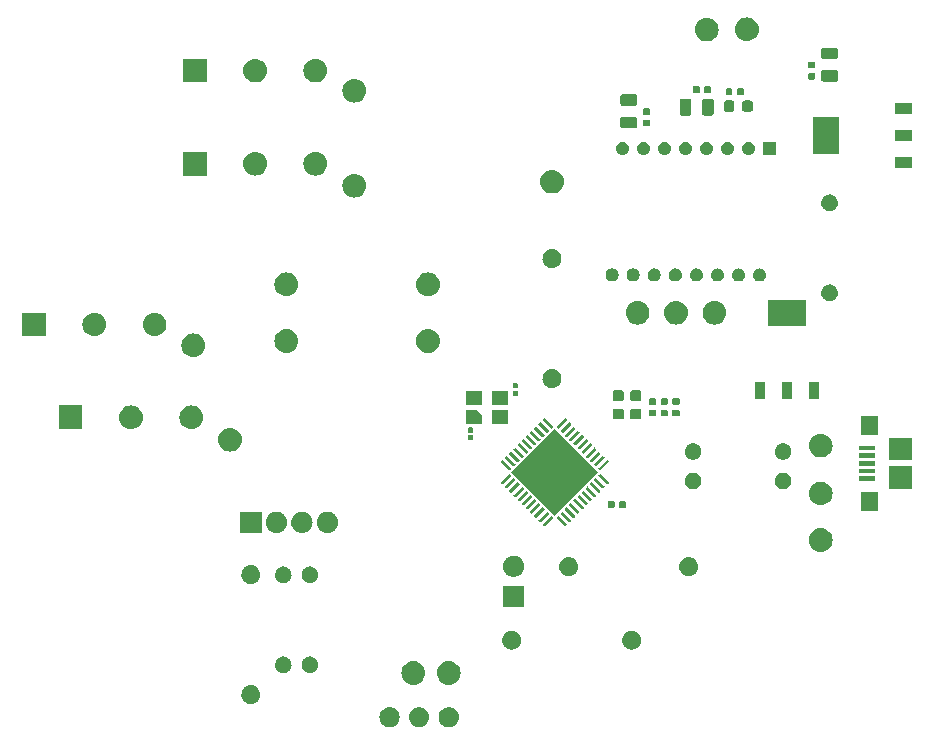
<source format=gbr>
G04 #@! TF.GenerationSoftware,KiCad,Pcbnew,8.0.7*
G04 #@! TF.CreationDate,2025-01-18T00:35:04-05:00*
G04 #@! TF.ProjectId,Mouse,4d6f7573-652e-46b6-9963-61645f706362,rev?*
G04 #@! TF.SameCoordinates,Original*
G04 #@! TF.FileFunction,Soldermask,Top*
G04 #@! TF.FilePolarity,Negative*
%FSLAX46Y46*%
G04 Gerber Fmt 4.6, Leading zero omitted, Abs format (unit mm)*
G04 Created by KiCad (PCBNEW 8.0.7) date 2025-01-18 00:35:04*
%MOMM*%
%LPD*%
G01*
G04 APERTURE LIST*
G04 APERTURE END LIST*
G36*
X170426725Y-111418574D02*
G01*
X170514112Y-111437149D01*
X170677341Y-111509823D01*
X170821893Y-111614846D01*
X170941451Y-111747629D01*
X170941452Y-111747631D01*
X171030791Y-111902370D01*
X171086005Y-112072302D01*
X171104682Y-112250000D01*
X171086005Y-112427698D01*
X171030791Y-112597630D01*
X170941452Y-112752369D01*
X170821894Y-112885153D01*
X170677341Y-112990176D01*
X170514111Y-113062851D01*
X170339339Y-113100000D01*
X170339338Y-113100000D01*
X170160662Y-113100000D01*
X170160661Y-113100000D01*
X169985889Y-113062851D01*
X169953657Y-113048500D01*
X169822658Y-112990176D01*
X169678106Y-112885153D01*
X169558548Y-112752370D01*
X169469209Y-112597631D01*
X169413994Y-112427697D01*
X169395318Y-112250000D01*
X169413994Y-112072302D01*
X169469209Y-111902368D01*
X169558548Y-111747629D01*
X169678106Y-111614846D01*
X169822659Y-111509823D01*
X169985887Y-111437149D01*
X170102403Y-111412383D01*
X170160661Y-111400000D01*
X170339339Y-111400000D01*
X170426725Y-111418574D01*
G37*
G36*
X172926725Y-111418574D02*
G01*
X173014112Y-111437149D01*
X173177341Y-111509823D01*
X173321893Y-111614846D01*
X173441451Y-111747629D01*
X173441452Y-111747631D01*
X173530791Y-111902370D01*
X173586005Y-112072302D01*
X173604682Y-112250000D01*
X173586005Y-112427698D01*
X173530791Y-112597630D01*
X173441452Y-112752369D01*
X173321894Y-112885153D01*
X173177341Y-112990176D01*
X173014111Y-113062851D01*
X172839339Y-113100000D01*
X172839338Y-113100000D01*
X172660662Y-113100000D01*
X172660661Y-113100000D01*
X172485889Y-113062851D01*
X172453657Y-113048500D01*
X172322658Y-112990176D01*
X172178106Y-112885153D01*
X172058548Y-112752370D01*
X171969209Y-112597631D01*
X171913994Y-112427697D01*
X171895318Y-112250000D01*
X171913994Y-112072302D01*
X171969209Y-111902368D01*
X172058548Y-111747629D01*
X172178106Y-111614846D01*
X172322659Y-111509823D01*
X172485887Y-111437149D01*
X172602403Y-111412383D01*
X172660661Y-111400000D01*
X172839339Y-111400000D01*
X172926725Y-111418574D01*
G37*
G36*
X175426725Y-111418574D02*
G01*
X175514112Y-111437149D01*
X175677341Y-111509823D01*
X175821893Y-111614846D01*
X175941451Y-111747629D01*
X175941452Y-111747631D01*
X176030791Y-111902370D01*
X176086005Y-112072302D01*
X176104682Y-112250000D01*
X176086005Y-112427698D01*
X176030791Y-112597630D01*
X175941452Y-112752369D01*
X175821894Y-112885153D01*
X175677341Y-112990176D01*
X175514111Y-113062851D01*
X175339339Y-113100000D01*
X175339338Y-113100000D01*
X175160662Y-113100000D01*
X175160661Y-113100000D01*
X174985889Y-113062851D01*
X174953657Y-113048500D01*
X174822658Y-112990176D01*
X174678106Y-112885153D01*
X174558548Y-112752370D01*
X174469209Y-112597631D01*
X174413994Y-112427697D01*
X174395318Y-112250000D01*
X174413994Y-112072302D01*
X174469209Y-111902368D01*
X174558548Y-111747629D01*
X174678106Y-111614846D01*
X174822659Y-111509823D01*
X174985887Y-111437149D01*
X175102403Y-111412383D01*
X175160661Y-111400000D01*
X175339339Y-111400000D01*
X175426725Y-111418574D01*
G37*
G36*
X158544926Y-109530000D02*
G01*
X158584083Y-109530000D01*
X158628255Y-109539389D01*
X158679143Y-109545123D01*
X158716147Y-109558071D01*
X158748575Y-109564964D01*
X158795306Y-109585769D01*
X158849303Y-109604664D01*
X158877408Y-109622324D01*
X158902203Y-109633363D01*
X158948434Y-109666952D01*
X159001948Y-109700577D01*
X159021166Y-109719795D01*
X159038252Y-109732209D01*
X159080489Y-109779118D01*
X159129423Y-109828052D01*
X159140678Y-109845965D01*
X159150779Y-109857183D01*
X159185330Y-109917028D01*
X159225336Y-109980697D01*
X159230331Y-109994972D01*
X159234859Y-110002815D01*
X159258056Y-110074207D01*
X159284877Y-110150857D01*
X159285893Y-110159879D01*
X159286828Y-110162755D01*
X159295293Y-110243302D01*
X159305062Y-110330000D01*
X159295292Y-110416705D01*
X159286828Y-110497244D01*
X159285893Y-110500119D01*
X159284877Y-110509143D01*
X159258051Y-110585805D01*
X159234859Y-110657184D01*
X159230332Y-110665024D01*
X159225336Y-110679303D01*
X159185323Y-110742982D01*
X159150779Y-110802816D01*
X159140680Y-110814031D01*
X159129423Y-110831948D01*
X159080480Y-110880890D01*
X159038252Y-110927790D01*
X159021170Y-110940200D01*
X159001948Y-110959423D01*
X158948423Y-110993054D01*
X158902203Y-111026636D01*
X158877414Y-111037672D01*
X158849303Y-111055336D01*
X158795295Y-111074233D01*
X158748575Y-111095035D01*
X158716153Y-111101926D01*
X158679143Y-111114877D01*
X158628253Y-111120611D01*
X158584083Y-111130000D01*
X158544926Y-111130000D01*
X158500000Y-111135062D01*
X158455074Y-111130000D01*
X158415917Y-111130000D01*
X158371746Y-111120610D01*
X158320857Y-111114877D01*
X158283848Y-111101927D01*
X158251424Y-111095035D01*
X158204699Y-111074232D01*
X158150697Y-111055336D01*
X158122588Y-111037674D01*
X158097796Y-111026636D01*
X158051568Y-110993049D01*
X157998052Y-110959423D01*
X157978832Y-110940203D01*
X157961747Y-110927790D01*
X157919509Y-110880880D01*
X157870577Y-110831948D01*
X157859321Y-110814034D01*
X157849220Y-110802816D01*
X157814664Y-110742962D01*
X157774664Y-110679303D01*
X157769669Y-110665029D01*
X157765140Y-110657184D01*
X157741934Y-110585765D01*
X157715123Y-110509143D01*
X157714106Y-110500123D01*
X157713171Y-110497244D01*
X157704692Y-110416573D01*
X157694938Y-110330000D01*
X157704691Y-110243434D01*
X157713171Y-110162755D01*
X157714106Y-110159874D01*
X157715123Y-110150857D01*
X157741929Y-110074247D01*
X157765140Y-110002815D01*
X157769670Y-109994968D01*
X157774664Y-109980697D01*
X157814656Y-109917048D01*
X157849220Y-109857183D01*
X157859323Y-109845961D01*
X157870577Y-109828052D01*
X157919500Y-109779128D01*
X157961747Y-109732209D01*
X157978835Y-109719793D01*
X157998052Y-109700577D01*
X158051563Y-109666953D01*
X158097797Y-109633363D01*
X158122591Y-109622323D01*
X158150697Y-109604664D01*
X158204690Y-109585770D01*
X158251424Y-109564964D01*
X158283853Y-109558070D01*
X158320857Y-109545123D01*
X158371743Y-109539389D01*
X158415917Y-109530000D01*
X158455074Y-109530000D01*
X158500000Y-109524938D01*
X158544926Y-109530000D01*
G37*
G36*
X172446031Y-107514468D02*
G01*
X172634536Y-107571650D01*
X172764746Y-107641249D01*
X172808259Y-107664507D01*
X172960528Y-107789472D01*
X173085493Y-107941741D01*
X173178350Y-108115465D01*
X173235531Y-108303966D01*
X173254839Y-108500000D01*
X173235531Y-108696034D01*
X173178350Y-108884535D01*
X173085493Y-109058259D01*
X172960528Y-109210528D01*
X172808259Y-109335493D01*
X172634535Y-109428350D01*
X172446034Y-109485531D01*
X172250000Y-109504839D01*
X172053966Y-109485531D01*
X171865465Y-109428350D01*
X171691741Y-109335493D01*
X171539472Y-109210528D01*
X171414507Y-109058259D01*
X171403887Y-109038390D01*
X171321650Y-108884536D01*
X171264468Y-108696031D01*
X171245161Y-108500000D01*
X171264468Y-108303968D01*
X171321650Y-108115463D01*
X171414506Y-107941742D01*
X171539472Y-107789472D01*
X171691742Y-107664506D01*
X171865463Y-107571650D01*
X172053968Y-107514468D01*
X172250000Y-107495161D01*
X172446031Y-107514468D01*
G37*
G36*
X175446031Y-107514468D02*
G01*
X175634536Y-107571650D01*
X175764746Y-107641249D01*
X175808259Y-107664507D01*
X175960528Y-107789472D01*
X176085493Y-107941741D01*
X176178350Y-108115465D01*
X176235531Y-108303966D01*
X176254839Y-108500000D01*
X176235531Y-108696034D01*
X176178350Y-108884535D01*
X176085493Y-109058259D01*
X175960528Y-109210528D01*
X175808259Y-109335493D01*
X175634535Y-109428350D01*
X175446034Y-109485531D01*
X175250000Y-109504839D01*
X175053966Y-109485531D01*
X174865465Y-109428350D01*
X174691741Y-109335493D01*
X174539472Y-109210528D01*
X174414507Y-109058259D01*
X174403887Y-109038390D01*
X174321650Y-108884536D01*
X174264468Y-108696031D01*
X174245161Y-108500000D01*
X174264468Y-108303968D01*
X174321650Y-108115463D01*
X174414506Y-107941742D01*
X174539472Y-107789472D01*
X174691742Y-107664506D01*
X174865463Y-107571650D01*
X175053968Y-107514468D01*
X175250000Y-107495161D01*
X175446031Y-107514468D01*
G37*
G36*
X161289317Y-107110000D02*
G01*
X161334995Y-107110000D01*
X161373458Y-107119480D01*
X161406753Y-107123232D01*
X161449824Y-107138303D01*
X161500046Y-107150682D01*
X161529742Y-107166267D01*
X161555638Y-107175329D01*
X161599398Y-107202825D01*
X161650566Y-107229680D01*
X161671127Y-107247895D01*
X161689207Y-107259256D01*
X161730030Y-107300079D01*
X161777806Y-107342405D01*
X161789950Y-107359999D01*
X161800743Y-107370792D01*
X161834677Y-107424798D01*
X161874371Y-107482305D01*
X161879790Y-107496595D01*
X161884670Y-107504361D01*
X161907738Y-107570287D01*
X161934651Y-107641249D01*
X161935757Y-107650360D01*
X161936767Y-107653246D01*
X161945258Y-107728611D01*
X161955141Y-107810000D01*
X161945257Y-107891395D01*
X161936767Y-107966753D01*
X161935757Y-107969637D01*
X161934651Y-107978751D01*
X161907734Y-108049724D01*
X161884670Y-108115638D01*
X161879791Y-108123401D01*
X161874371Y-108137695D01*
X161834670Y-108195211D01*
X161800743Y-108249207D01*
X161789952Y-108259997D01*
X161777806Y-108277595D01*
X161730021Y-108319928D01*
X161689207Y-108360743D01*
X161671131Y-108372100D01*
X161650566Y-108390320D01*
X161599388Y-108417179D01*
X161555638Y-108444670D01*
X161529748Y-108453729D01*
X161500046Y-108469318D01*
X161449814Y-108481699D01*
X161406753Y-108496767D01*
X161373466Y-108500517D01*
X161334995Y-108510000D01*
X161289308Y-108510000D01*
X161250000Y-108514429D01*
X161210692Y-108510000D01*
X161165005Y-108510000D01*
X161126534Y-108500517D01*
X161093246Y-108496767D01*
X161050181Y-108481698D01*
X160999954Y-108469318D01*
X160970253Y-108453730D01*
X160944361Y-108444670D01*
X160900605Y-108417176D01*
X160849434Y-108390320D01*
X160828871Y-108372102D01*
X160810792Y-108360743D01*
X160769969Y-108319920D01*
X160722194Y-108277595D01*
X160710049Y-108260000D01*
X160699256Y-108249207D01*
X160665318Y-108195195D01*
X160625629Y-108137695D01*
X160620209Y-108123405D01*
X160615329Y-108115638D01*
X160592253Y-108049690D01*
X160565349Y-107978751D01*
X160564243Y-107969642D01*
X160563232Y-107966753D01*
X160554728Y-107891281D01*
X160544859Y-107810000D01*
X160554727Y-107728725D01*
X160563232Y-107653246D01*
X160564243Y-107650356D01*
X160565349Y-107641249D01*
X160592248Y-107570321D01*
X160615329Y-107504361D01*
X160620210Y-107496591D01*
X160625629Y-107482305D01*
X160665311Y-107424814D01*
X160699256Y-107370792D01*
X160710051Y-107359996D01*
X160722194Y-107342405D01*
X160769960Y-107300087D01*
X160810792Y-107259256D01*
X160828875Y-107247893D01*
X160849434Y-107229680D01*
X160900595Y-107202828D01*
X160944361Y-107175329D01*
X160970259Y-107166266D01*
X160999954Y-107150682D01*
X161050172Y-107138304D01*
X161093246Y-107123232D01*
X161126541Y-107119480D01*
X161165005Y-107110000D01*
X161210683Y-107110000D01*
X161250000Y-107105570D01*
X161289317Y-107110000D01*
G37*
G36*
X163539317Y-107110000D02*
G01*
X163584995Y-107110000D01*
X163623458Y-107119480D01*
X163656753Y-107123232D01*
X163699824Y-107138303D01*
X163750046Y-107150682D01*
X163779742Y-107166267D01*
X163805638Y-107175329D01*
X163849398Y-107202825D01*
X163900566Y-107229680D01*
X163921127Y-107247895D01*
X163939207Y-107259256D01*
X163980030Y-107300079D01*
X164027806Y-107342405D01*
X164039950Y-107359999D01*
X164050743Y-107370792D01*
X164084677Y-107424798D01*
X164124371Y-107482305D01*
X164129790Y-107496595D01*
X164134670Y-107504361D01*
X164157738Y-107570287D01*
X164184651Y-107641249D01*
X164185757Y-107650360D01*
X164186767Y-107653246D01*
X164195258Y-107728611D01*
X164205141Y-107810000D01*
X164195257Y-107891395D01*
X164186767Y-107966753D01*
X164185757Y-107969637D01*
X164184651Y-107978751D01*
X164157734Y-108049724D01*
X164134670Y-108115638D01*
X164129791Y-108123401D01*
X164124371Y-108137695D01*
X164084670Y-108195211D01*
X164050743Y-108249207D01*
X164039952Y-108259997D01*
X164027806Y-108277595D01*
X163980021Y-108319928D01*
X163939207Y-108360743D01*
X163921131Y-108372100D01*
X163900566Y-108390320D01*
X163849388Y-108417179D01*
X163805638Y-108444670D01*
X163779748Y-108453729D01*
X163750046Y-108469318D01*
X163699814Y-108481699D01*
X163656753Y-108496767D01*
X163623466Y-108500517D01*
X163584995Y-108510000D01*
X163539308Y-108510000D01*
X163500000Y-108514429D01*
X163460692Y-108510000D01*
X163415005Y-108510000D01*
X163376534Y-108500517D01*
X163343246Y-108496767D01*
X163300181Y-108481698D01*
X163249954Y-108469318D01*
X163220253Y-108453730D01*
X163194361Y-108444670D01*
X163150605Y-108417176D01*
X163099434Y-108390320D01*
X163078871Y-108372102D01*
X163060792Y-108360743D01*
X163019969Y-108319920D01*
X162972194Y-108277595D01*
X162960049Y-108260000D01*
X162949256Y-108249207D01*
X162915318Y-108195195D01*
X162875629Y-108137695D01*
X162870209Y-108123405D01*
X162865329Y-108115638D01*
X162842253Y-108049690D01*
X162815349Y-107978751D01*
X162814243Y-107969642D01*
X162813232Y-107966753D01*
X162804728Y-107891281D01*
X162794859Y-107810000D01*
X162804727Y-107728725D01*
X162813232Y-107653246D01*
X162814243Y-107650356D01*
X162815349Y-107641249D01*
X162842248Y-107570321D01*
X162865329Y-107504361D01*
X162870210Y-107496591D01*
X162875629Y-107482305D01*
X162915311Y-107424814D01*
X162949256Y-107370792D01*
X162960051Y-107359996D01*
X162972194Y-107342405D01*
X163019960Y-107300087D01*
X163060792Y-107259256D01*
X163078875Y-107247893D01*
X163099434Y-107229680D01*
X163150595Y-107202828D01*
X163194361Y-107175329D01*
X163220259Y-107166266D01*
X163249954Y-107150682D01*
X163300172Y-107138304D01*
X163343246Y-107123232D01*
X163376541Y-107119480D01*
X163415005Y-107110000D01*
X163460683Y-107110000D01*
X163500000Y-107105570D01*
X163539317Y-107110000D01*
G37*
G36*
X180634926Y-104925000D02*
G01*
X180674083Y-104925000D01*
X180718255Y-104934389D01*
X180769143Y-104940123D01*
X180806147Y-104953071D01*
X180838575Y-104959964D01*
X180885306Y-104980769D01*
X180939303Y-104999664D01*
X180967408Y-105017324D01*
X180992203Y-105028363D01*
X181038434Y-105061952D01*
X181091948Y-105095577D01*
X181111166Y-105114795D01*
X181128252Y-105127209D01*
X181170489Y-105174118D01*
X181219423Y-105223052D01*
X181230678Y-105240965D01*
X181240779Y-105252183D01*
X181275330Y-105312028D01*
X181315336Y-105375697D01*
X181320331Y-105389972D01*
X181324859Y-105397815D01*
X181348056Y-105469207D01*
X181374877Y-105545857D01*
X181375893Y-105554879D01*
X181376828Y-105557755D01*
X181385293Y-105638302D01*
X181395062Y-105725000D01*
X181385292Y-105811705D01*
X181376828Y-105892244D01*
X181375893Y-105895119D01*
X181374877Y-105904143D01*
X181348051Y-105980805D01*
X181324859Y-106052184D01*
X181320332Y-106060024D01*
X181315336Y-106074303D01*
X181275323Y-106137982D01*
X181240779Y-106197816D01*
X181230680Y-106209031D01*
X181219423Y-106226948D01*
X181170480Y-106275890D01*
X181128252Y-106322790D01*
X181111170Y-106335200D01*
X181091948Y-106354423D01*
X181038423Y-106388054D01*
X180992203Y-106421636D01*
X180967414Y-106432672D01*
X180939303Y-106450336D01*
X180885295Y-106469233D01*
X180838575Y-106490035D01*
X180806153Y-106496926D01*
X180769143Y-106509877D01*
X180718253Y-106515611D01*
X180674083Y-106525000D01*
X180634926Y-106525000D01*
X180590000Y-106530062D01*
X180545074Y-106525000D01*
X180505917Y-106525000D01*
X180461746Y-106515610D01*
X180410857Y-106509877D01*
X180373848Y-106496927D01*
X180341424Y-106490035D01*
X180294699Y-106469232D01*
X180240697Y-106450336D01*
X180212588Y-106432674D01*
X180187796Y-106421636D01*
X180141568Y-106388049D01*
X180088052Y-106354423D01*
X180068832Y-106335203D01*
X180051747Y-106322790D01*
X180009509Y-106275880D01*
X179960577Y-106226948D01*
X179949321Y-106209034D01*
X179939220Y-106197816D01*
X179904664Y-106137962D01*
X179864664Y-106074303D01*
X179859669Y-106060029D01*
X179855140Y-106052184D01*
X179831934Y-105980765D01*
X179805123Y-105904143D01*
X179804106Y-105895123D01*
X179803171Y-105892244D01*
X179794692Y-105811573D01*
X179784938Y-105725000D01*
X179794691Y-105638434D01*
X179803171Y-105557755D01*
X179804106Y-105554874D01*
X179805123Y-105545857D01*
X179831929Y-105469247D01*
X179855140Y-105397815D01*
X179859670Y-105389968D01*
X179864664Y-105375697D01*
X179904656Y-105312048D01*
X179939220Y-105252183D01*
X179949323Y-105240961D01*
X179960577Y-105223052D01*
X180009500Y-105174128D01*
X180051747Y-105127209D01*
X180068835Y-105114793D01*
X180088052Y-105095577D01*
X180141563Y-105061953D01*
X180187797Y-105028363D01*
X180212591Y-105017323D01*
X180240697Y-104999664D01*
X180294690Y-104980770D01*
X180341424Y-104959964D01*
X180373853Y-104953070D01*
X180410857Y-104940123D01*
X180461743Y-104934389D01*
X180505917Y-104925000D01*
X180545074Y-104925000D01*
X180590000Y-104919938D01*
X180634926Y-104925000D01*
G37*
G36*
X190794926Y-104925000D02*
G01*
X190834083Y-104925000D01*
X190878255Y-104934389D01*
X190929143Y-104940123D01*
X190966147Y-104953071D01*
X190998575Y-104959964D01*
X191045306Y-104980769D01*
X191099303Y-104999664D01*
X191127408Y-105017324D01*
X191152203Y-105028363D01*
X191198434Y-105061952D01*
X191251948Y-105095577D01*
X191271166Y-105114795D01*
X191288252Y-105127209D01*
X191330489Y-105174118D01*
X191379423Y-105223052D01*
X191390678Y-105240965D01*
X191400779Y-105252183D01*
X191435330Y-105312028D01*
X191475336Y-105375697D01*
X191480331Y-105389972D01*
X191484859Y-105397815D01*
X191508056Y-105469207D01*
X191534877Y-105545857D01*
X191535893Y-105554879D01*
X191536828Y-105557755D01*
X191545293Y-105638302D01*
X191555062Y-105725000D01*
X191545292Y-105811705D01*
X191536828Y-105892244D01*
X191535893Y-105895119D01*
X191534877Y-105904143D01*
X191508051Y-105980805D01*
X191484859Y-106052184D01*
X191480332Y-106060024D01*
X191475336Y-106074303D01*
X191435323Y-106137982D01*
X191400779Y-106197816D01*
X191390680Y-106209031D01*
X191379423Y-106226948D01*
X191330480Y-106275890D01*
X191288252Y-106322790D01*
X191271170Y-106335200D01*
X191251948Y-106354423D01*
X191198423Y-106388054D01*
X191152203Y-106421636D01*
X191127414Y-106432672D01*
X191099303Y-106450336D01*
X191045295Y-106469233D01*
X190998575Y-106490035D01*
X190966153Y-106496926D01*
X190929143Y-106509877D01*
X190878253Y-106515611D01*
X190834083Y-106525000D01*
X190794926Y-106525000D01*
X190750000Y-106530062D01*
X190705074Y-106525000D01*
X190665917Y-106525000D01*
X190621746Y-106515610D01*
X190570857Y-106509877D01*
X190533848Y-106496927D01*
X190501424Y-106490035D01*
X190454699Y-106469232D01*
X190400697Y-106450336D01*
X190372588Y-106432674D01*
X190347796Y-106421636D01*
X190301568Y-106388049D01*
X190248052Y-106354423D01*
X190228832Y-106335203D01*
X190211747Y-106322790D01*
X190169509Y-106275880D01*
X190120577Y-106226948D01*
X190109321Y-106209034D01*
X190099220Y-106197816D01*
X190064664Y-106137962D01*
X190024664Y-106074303D01*
X190019669Y-106060029D01*
X190015140Y-106052184D01*
X189991934Y-105980765D01*
X189965123Y-105904143D01*
X189964106Y-105895123D01*
X189963171Y-105892244D01*
X189954692Y-105811573D01*
X189944938Y-105725000D01*
X189954691Y-105638434D01*
X189963171Y-105557755D01*
X189964106Y-105554874D01*
X189965123Y-105545857D01*
X189991929Y-105469247D01*
X190015140Y-105397815D01*
X190019670Y-105389968D01*
X190024664Y-105375697D01*
X190064656Y-105312048D01*
X190099220Y-105252183D01*
X190109323Y-105240961D01*
X190120577Y-105223052D01*
X190169500Y-105174128D01*
X190211747Y-105127209D01*
X190228835Y-105114793D01*
X190248052Y-105095577D01*
X190301563Y-105061953D01*
X190347797Y-105028363D01*
X190372591Y-105017323D01*
X190400697Y-104999664D01*
X190454690Y-104980770D01*
X190501424Y-104959964D01*
X190533853Y-104953070D01*
X190570857Y-104940123D01*
X190621743Y-104934389D01*
X190665917Y-104925000D01*
X190705074Y-104925000D01*
X190750000Y-104919938D01*
X190794926Y-104925000D01*
G37*
G36*
X181650000Y-102900000D02*
G01*
X179850000Y-102900000D01*
X179850000Y-101100000D01*
X181650000Y-101100000D01*
X181650000Y-102900000D01*
G37*
G36*
X158544926Y-99370000D02*
G01*
X158584083Y-99370000D01*
X158628255Y-99379389D01*
X158679143Y-99385123D01*
X158716147Y-99398071D01*
X158748575Y-99404964D01*
X158795306Y-99425769D01*
X158849303Y-99444664D01*
X158877408Y-99462324D01*
X158902203Y-99473363D01*
X158948434Y-99506952D01*
X159001948Y-99540577D01*
X159021166Y-99559795D01*
X159038252Y-99572209D01*
X159080489Y-99619118D01*
X159129423Y-99668052D01*
X159140678Y-99685965D01*
X159150779Y-99697183D01*
X159185330Y-99757028D01*
X159225336Y-99820697D01*
X159230331Y-99834972D01*
X159234859Y-99842815D01*
X159258056Y-99914207D01*
X159284877Y-99990857D01*
X159285893Y-99999879D01*
X159286828Y-100002755D01*
X159295293Y-100083302D01*
X159305062Y-100170000D01*
X159295292Y-100256705D01*
X159286828Y-100337244D01*
X159285893Y-100340119D01*
X159284877Y-100349143D01*
X159258051Y-100425805D01*
X159234859Y-100497184D01*
X159230332Y-100505024D01*
X159225336Y-100519303D01*
X159185323Y-100582982D01*
X159150779Y-100642816D01*
X159140680Y-100654031D01*
X159129423Y-100671948D01*
X159080480Y-100720890D01*
X159038252Y-100767790D01*
X159021170Y-100780200D01*
X159001948Y-100799423D01*
X158948423Y-100833054D01*
X158902203Y-100866636D01*
X158877414Y-100877672D01*
X158849303Y-100895336D01*
X158795295Y-100914233D01*
X158748575Y-100935035D01*
X158716153Y-100941926D01*
X158679143Y-100954877D01*
X158628253Y-100960611D01*
X158584083Y-100970000D01*
X158544926Y-100970000D01*
X158500000Y-100975062D01*
X158455074Y-100970000D01*
X158415917Y-100970000D01*
X158371746Y-100960610D01*
X158320857Y-100954877D01*
X158283848Y-100941927D01*
X158251424Y-100935035D01*
X158204699Y-100914232D01*
X158150697Y-100895336D01*
X158122588Y-100877674D01*
X158097796Y-100866636D01*
X158051568Y-100833049D01*
X157998052Y-100799423D01*
X157978832Y-100780203D01*
X157961747Y-100767790D01*
X157919509Y-100720880D01*
X157870577Y-100671948D01*
X157859321Y-100654034D01*
X157849220Y-100642816D01*
X157814664Y-100582962D01*
X157774664Y-100519303D01*
X157769669Y-100505029D01*
X157765140Y-100497184D01*
X157741934Y-100425765D01*
X157715123Y-100349143D01*
X157714106Y-100340123D01*
X157713171Y-100337244D01*
X157704692Y-100256573D01*
X157694938Y-100170000D01*
X157704691Y-100083434D01*
X157713171Y-100002755D01*
X157714106Y-99999874D01*
X157715123Y-99990857D01*
X157741929Y-99914247D01*
X157765140Y-99842815D01*
X157769670Y-99834968D01*
X157774664Y-99820697D01*
X157814656Y-99757048D01*
X157849220Y-99697183D01*
X157859323Y-99685961D01*
X157870577Y-99668052D01*
X157919500Y-99619128D01*
X157961747Y-99572209D01*
X157978835Y-99559793D01*
X157998052Y-99540577D01*
X158051563Y-99506953D01*
X158097797Y-99473363D01*
X158122591Y-99462323D01*
X158150697Y-99444664D01*
X158204690Y-99425770D01*
X158251424Y-99404964D01*
X158283853Y-99398070D01*
X158320857Y-99385123D01*
X158371743Y-99379389D01*
X158415917Y-99370000D01*
X158455074Y-99370000D01*
X158500000Y-99364938D01*
X158544926Y-99370000D01*
G37*
G36*
X161289317Y-99490000D02*
G01*
X161334995Y-99490000D01*
X161373458Y-99499480D01*
X161406753Y-99503232D01*
X161449824Y-99518303D01*
X161500046Y-99530682D01*
X161529742Y-99546267D01*
X161555638Y-99555329D01*
X161599398Y-99582825D01*
X161650566Y-99609680D01*
X161671127Y-99627895D01*
X161689207Y-99639256D01*
X161730030Y-99680079D01*
X161777806Y-99722405D01*
X161789950Y-99739999D01*
X161800743Y-99750792D01*
X161834677Y-99804798D01*
X161874371Y-99862305D01*
X161879790Y-99876595D01*
X161884670Y-99884361D01*
X161907738Y-99950287D01*
X161934651Y-100021249D01*
X161935757Y-100030360D01*
X161936767Y-100033246D01*
X161945258Y-100108611D01*
X161955141Y-100190000D01*
X161945257Y-100271395D01*
X161936767Y-100346753D01*
X161935757Y-100349637D01*
X161934651Y-100358751D01*
X161907734Y-100429724D01*
X161884670Y-100495638D01*
X161879791Y-100503401D01*
X161874371Y-100517695D01*
X161834670Y-100575211D01*
X161800743Y-100629207D01*
X161789952Y-100639997D01*
X161777806Y-100657595D01*
X161730021Y-100699928D01*
X161689207Y-100740743D01*
X161671131Y-100752100D01*
X161650566Y-100770320D01*
X161599388Y-100797179D01*
X161555638Y-100824670D01*
X161529748Y-100833729D01*
X161500046Y-100849318D01*
X161449814Y-100861699D01*
X161406753Y-100876767D01*
X161373466Y-100880517D01*
X161334995Y-100890000D01*
X161289308Y-100890000D01*
X161250000Y-100894429D01*
X161210692Y-100890000D01*
X161165005Y-100890000D01*
X161126534Y-100880517D01*
X161093246Y-100876767D01*
X161050181Y-100861698D01*
X160999954Y-100849318D01*
X160970253Y-100833730D01*
X160944361Y-100824670D01*
X160900605Y-100797176D01*
X160849434Y-100770320D01*
X160828871Y-100752102D01*
X160810792Y-100740743D01*
X160769969Y-100699920D01*
X160722194Y-100657595D01*
X160710049Y-100640000D01*
X160699256Y-100629207D01*
X160665318Y-100575195D01*
X160625629Y-100517695D01*
X160620209Y-100503405D01*
X160615329Y-100495638D01*
X160592253Y-100429690D01*
X160565349Y-100358751D01*
X160564243Y-100349642D01*
X160563232Y-100346753D01*
X160554728Y-100271281D01*
X160544859Y-100190000D01*
X160554727Y-100108725D01*
X160563232Y-100033246D01*
X160564243Y-100030356D01*
X160565349Y-100021249D01*
X160592248Y-99950321D01*
X160615329Y-99884361D01*
X160620210Y-99876591D01*
X160625629Y-99862305D01*
X160665311Y-99804814D01*
X160699256Y-99750792D01*
X160710051Y-99739996D01*
X160722194Y-99722405D01*
X160769960Y-99680087D01*
X160810792Y-99639256D01*
X160828875Y-99627893D01*
X160849434Y-99609680D01*
X160900595Y-99582828D01*
X160944361Y-99555329D01*
X160970259Y-99546266D01*
X160999954Y-99530682D01*
X161050172Y-99518304D01*
X161093246Y-99503232D01*
X161126541Y-99499480D01*
X161165005Y-99490000D01*
X161210683Y-99490000D01*
X161250000Y-99485570D01*
X161289317Y-99490000D01*
G37*
G36*
X163539317Y-99490000D02*
G01*
X163584995Y-99490000D01*
X163623458Y-99499480D01*
X163656753Y-99503232D01*
X163699824Y-99518303D01*
X163750046Y-99530682D01*
X163779742Y-99546267D01*
X163805638Y-99555329D01*
X163849398Y-99582825D01*
X163900566Y-99609680D01*
X163921127Y-99627895D01*
X163939207Y-99639256D01*
X163980030Y-99680079D01*
X164027806Y-99722405D01*
X164039950Y-99739999D01*
X164050743Y-99750792D01*
X164084677Y-99804798D01*
X164124371Y-99862305D01*
X164129790Y-99876595D01*
X164134670Y-99884361D01*
X164157738Y-99950287D01*
X164184651Y-100021249D01*
X164185757Y-100030360D01*
X164186767Y-100033246D01*
X164195258Y-100108611D01*
X164205141Y-100190000D01*
X164195257Y-100271395D01*
X164186767Y-100346753D01*
X164185757Y-100349637D01*
X164184651Y-100358751D01*
X164157734Y-100429724D01*
X164134670Y-100495638D01*
X164129791Y-100503401D01*
X164124371Y-100517695D01*
X164084670Y-100575211D01*
X164050743Y-100629207D01*
X164039952Y-100639997D01*
X164027806Y-100657595D01*
X163980021Y-100699928D01*
X163939207Y-100740743D01*
X163921131Y-100752100D01*
X163900566Y-100770320D01*
X163849388Y-100797179D01*
X163805638Y-100824670D01*
X163779748Y-100833729D01*
X163750046Y-100849318D01*
X163699814Y-100861699D01*
X163656753Y-100876767D01*
X163623466Y-100880517D01*
X163584995Y-100890000D01*
X163539308Y-100890000D01*
X163500000Y-100894429D01*
X163460692Y-100890000D01*
X163415005Y-100890000D01*
X163376534Y-100880517D01*
X163343246Y-100876767D01*
X163300181Y-100861698D01*
X163249954Y-100849318D01*
X163220253Y-100833730D01*
X163194361Y-100824670D01*
X163150605Y-100797176D01*
X163099434Y-100770320D01*
X163078871Y-100752102D01*
X163060792Y-100740743D01*
X163019969Y-100699920D01*
X162972194Y-100657595D01*
X162960049Y-100640000D01*
X162949256Y-100629207D01*
X162915318Y-100575195D01*
X162875629Y-100517695D01*
X162870209Y-100503405D01*
X162865329Y-100495638D01*
X162842253Y-100429690D01*
X162815349Y-100358751D01*
X162814243Y-100349642D01*
X162813232Y-100346753D01*
X162804728Y-100271281D01*
X162794859Y-100190000D01*
X162804727Y-100108725D01*
X162813232Y-100033246D01*
X162814243Y-100030356D01*
X162815349Y-100021249D01*
X162842248Y-99950321D01*
X162865329Y-99884361D01*
X162870210Y-99876591D01*
X162875629Y-99862305D01*
X162915311Y-99804814D01*
X162949256Y-99750792D01*
X162960051Y-99739996D01*
X162972194Y-99722405D01*
X163019960Y-99680087D01*
X163060792Y-99639256D01*
X163078875Y-99627893D01*
X163099434Y-99609680D01*
X163150595Y-99582828D01*
X163194361Y-99555329D01*
X163220259Y-99546266D01*
X163249954Y-99530682D01*
X163300172Y-99518304D01*
X163343246Y-99503232D01*
X163376541Y-99499480D01*
X163415005Y-99490000D01*
X163460683Y-99490000D01*
X163500000Y-99485570D01*
X163539317Y-99490000D01*
G37*
G36*
X180794226Y-98560000D02*
G01*
X180844594Y-98560000D01*
X180888085Y-98569244D01*
X180926427Y-98573021D01*
X180974603Y-98587634D01*
X181029647Y-98599335D01*
X181064865Y-98615014D01*
X181096081Y-98624484D01*
X181145683Y-98650997D01*
X181202479Y-98676284D01*
X181228887Y-98695470D01*
X181252434Y-98708057D01*
X181300470Y-98747479D01*
X181355534Y-98787486D01*
X181373411Y-98807341D01*
X181389475Y-98820524D01*
X181432639Y-98873119D01*
X181482126Y-98928080D01*
X181492522Y-98946087D01*
X181501942Y-98957565D01*
X181536796Y-99022772D01*
X181576719Y-99091921D01*
X181581310Y-99106052D01*
X181585515Y-99113918D01*
X181608685Y-99190302D01*
X181635182Y-99271849D01*
X181636115Y-99280727D01*
X181636978Y-99283572D01*
X181645382Y-99368902D01*
X181654957Y-99460000D01*
X181645381Y-99551105D01*
X181636978Y-99636427D01*
X181636115Y-99639270D01*
X181635182Y-99648151D01*
X181608680Y-99729711D01*
X181585515Y-99806081D01*
X181581311Y-99813945D01*
X181576719Y-99828079D01*
X181536789Y-99897239D01*
X181501942Y-99962434D01*
X181492524Y-99973909D01*
X181482126Y-99991920D01*
X181432630Y-100046890D01*
X181389475Y-100099475D01*
X181373415Y-100112654D01*
X181355534Y-100132514D01*
X181300459Y-100172528D01*
X181252434Y-100211942D01*
X181228892Y-100224525D01*
X181202479Y-100243716D01*
X181145672Y-100269007D01*
X181096081Y-100295515D01*
X181064872Y-100304981D01*
X181029647Y-100320665D01*
X180974592Y-100332367D01*
X180926427Y-100346978D01*
X180888094Y-100350753D01*
X180844594Y-100360000D01*
X180794216Y-100360000D01*
X180750000Y-100364355D01*
X180705784Y-100360000D01*
X180655406Y-100360000D01*
X180611906Y-100350753D01*
X180573572Y-100346978D01*
X180525404Y-100332366D01*
X180470353Y-100320665D01*
X180435130Y-100304982D01*
X180403918Y-100295515D01*
X180354321Y-100269005D01*
X180297521Y-100243716D01*
X180271110Y-100224527D01*
X180247565Y-100211942D01*
X180199531Y-100172521D01*
X180144466Y-100132514D01*
X180126587Y-100112658D01*
X180110524Y-100099475D01*
X180067358Y-100046877D01*
X180017874Y-99991920D01*
X180007478Y-99973913D01*
X179998057Y-99962434D01*
X179963197Y-99897216D01*
X179923281Y-99828079D01*
X179918690Y-99813950D01*
X179914484Y-99806081D01*
X179891304Y-99729665D01*
X179864818Y-99648151D01*
X179863885Y-99639276D01*
X179863021Y-99636427D01*
X179854602Y-99550953D01*
X179845043Y-99460000D01*
X179854601Y-99369053D01*
X179863021Y-99283572D01*
X179863885Y-99280722D01*
X179864818Y-99271849D01*
X179891299Y-99190348D01*
X179914484Y-99113918D01*
X179918691Y-99106047D01*
X179923281Y-99091921D01*
X179963190Y-99022796D01*
X179998057Y-98957565D01*
X180007479Y-98946083D01*
X180017874Y-98928080D01*
X180067349Y-98873132D01*
X180110524Y-98820524D01*
X180126590Y-98807338D01*
X180144466Y-98787486D01*
X180199518Y-98747488D01*
X180247565Y-98708057D01*
X180271118Y-98695467D01*
X180297522Y-98676284D01*
X180354307Y-98651001D01*
X180403918Y-98624484D01*
X180435137Y-98615013D01*
X180470353Y-98599335D01*
X180525393Y-98587635D01*
X180573572Y-98573021D01*
X180611915Y-98569244D01*
X180655406Y-98560000D01*
X180705774Y-98560000D01*
X180750000Y-98555644D01*
X180794226Y-98560000D01*
G37*
G36*
X185464926Y-98700000D02*
G01*
X185504083Y-98700000D01*
X185548255Y-98709389D01*
X185599143Y-98715123D01*
X185636147Y-98728071D01*
X185668575Y-98734964D01*
X185715306Y-98755769D01*
X185769303Y-98774664D01*
X185797408Y-98792324D01*
X185822203Y-98803363D01*
X185868434Y-98836952D01*
X185921948Y-98870577D01*
X185941166Y-98889795D01*
X185958252Y-98902209D01*
X186000489Y-98949118D01*
X186049423Y-98998052D01*
X186060678Y-99015965D01*
X186070779Y-99027183D01*
X186105330Y-99087028D01*
X186145336Y-99150697D01*
X186150331Y-99164972D01*
X186154859Y-99172815D01*
X186178056Y-99244207D01*
X186204877Y-99320857D01*
X186205893Y-99329879D01*
X186206828Y-99332755D01*
X186215293Y-99413302D01*
X186225062Y-99500000D01*
X186215292Y-99586705D01*
X186206828Y-99667244D01*
X186205893Y-99670119D01*
X186204877Y-99679143D01*
X186178051Y-99755805D01*
X186154859Y-99827184D01*
X186150332Y-99835024D01*
X186145336Y-99849303D01*
X186105323Y-99912982D01*
X186070779Y-99972816D01*
X186060680Y-99984031D01*
X186049423Y-100001948D01*
X186000480Y-100050890D01*
X185958252Y-100097790D01*
X185941170Y-100110200D01*
X185921948Y-100129423D01*
X185868423Y-100163054D01*
X185822203Y-100196636D01*
X185797414Y-100207672D01*
X185769303Y-100225336D01*
X185715295Y-100244233D01*
X185668575Y-100265035D01*
X185636153Y-100271926D01*
X185599143Y-100284877D01*
X185548253Y-100290611D01*
X185504083Y-100300000D01*
X185464926Y-100300000D01*
X185420000Y-100305062D01*
X185375074Y-100300000D01*
X185335917Y-100300000D01*
X185291746Y-100290610D01*
X185240857Y-100284877D01*
X185203848Y-100271927D01*
X185171424Y-100265035D01*
X185124699Y-100244232D01*
X185070697Y-100225336D01*
X185042588Y-100207674D01*
X185017796Y-100196636D01*
X184971568Y-100163049D01*
X184918052Y-100129423D01*
X184898832Y-100110203D01*
X184881747Y-100097790D01*
X184839509Y-100050880D01*
X184790577Y-100001948D01*
X184779321Y-99984034D01*
X184769220Y-99972816D01*
X184734664Y-99912962D01*
X184694664Y-99849303D01*
X184689669Y-99835029D01*
X184685140Y-99827184D01*
X184661934Y-99755765D01*
X184635123Y-99679143D01*
X184634106Y-99670123D01*
X184633171Y-99667244D01*
X184624692Y-99586573D01*
X184614938Y-99500000D01*
X184624691Y-99413434D01*
X184633171Y-99332755D01*
X184634106Y-99329874D01*
X184635123Y-99320857D01*
X184661929Y-99244247D01*
X184685140Y-99172815D01*
X184689670Y-99164968D01*
X184694664Y-99150697D01*
X184734656Y-99087048D01*
X184769220Y-99027183D01*
X184779323Y-99015961D01*
X184790577Y-98998052D01*
X184839500Y-98949128D01*
X184881747Y-98902209D01*
X184898835Y-98889793D01*
X184918052Y-98870577D01*
X184971563Y-98836953D01*
X185017797Y-98803363D01*
X185042591Y-98792323D01*
X185070697Y-98774664D01*
X185124690Y-98755770D01*
X185171424Y-98734964D01*
X185203853Y-98728070D01*
X185240857Y-98715123D01*
X185291743Y-98709389D01*
X185335917Y-98700000D01*
X185375074Y-98700000D01*
X185420000Y-98694938D01*
X185464926Y-98700000D01*
G37*
G36*
X195624926Y-98700000D02*
G01*
X195664083Y-98700000D01*
X195708255Y-98709389D01*
X195759143Y-98715123D01*
X195796147Y-98728071D01*
X195828575Y-98734964D01*
X195875306Y-98755769D01*
X195929303Y-98774664D01*
X195957408Y-98792324D01*
X195982203Y-98803363D01*
X196028434Y-98836952D01*
X196081948Y-98870577D01*
X196101166Y-98889795D01*
X196118252Y-98902209D01*
X196160489Y-98949118D01*
X196209423Y-98998052D01*
X196220678Y-99015965D01*
X196230779Y-99027183D01*
X196265330Y-99087028D01*
X196305336Y-99150697D01*
X196310331Y-99164972D01*
X196314859Y-99172815D01*
X196338056Y-99244207D01*
X196364877Y-99320857D01*
X196365893Y-99329879D01*
X196366828Y-99332755D01*
X196375293Y-99413302D01*
X196385062Y-99500000D01*
X196375292Y-99586705D01*
X196366828Y-99667244D01*
X196365893Y-99670119D01*
X196364877Y-99679143D01*
X196338051Y-99755805D01*
X196314859Y-99827184D01*
X196310332Y-99835024D01*
X196305336Y-99849303D01*
X196265323Y-99912982D01*
X196230779Y-99972816D01*
X196220680Y-99984031D01*
X196209423Y-100001948D01*
X196160480Y-100050890D01*
X196118252Y-100097790D01*
X196101170Y-100110200D01*
X196081948Y-100129423D01*
X196028423Y-100163054D01*
X195982203Y-100196636D01*
X195957414Y-100207672D01*
X195929303Y-100225336D01*
X195875295Y-100244233D01*
X195828575Y-100265035D01*
X195796153Y-100271926D01*
X195759143Y-100284877D01*
X195708253Y-100290611D01*
X195664083Y-100300000D01*
X195624926Y-100300000D01*
X195580000Y-100305062D01*
X195535074Y-100300000D01*
X195495917Y-100300000D01*
X195451746Y-100290610D01*
X195400857Y-100284877D01*
X195363848Y-100271927D01*
X195331424Y-100265035D01*
X195284699Y-100244232D01*
X195230697Y-100225336D01*
X195202588Y-100207674D01*
X195177796Y-100196636D01*
X195131568Y-100163049D01*
X195078052Y-100129423D01*
X195058832Y-100110203D01*
X195041747Y-100097790D01*
X194999509Y-100050880D01*
X194950577Y-100001948D01*
X194939321Y-99984034D01*
X194929220Y-99972816D01*
X194894664Y-99912962D01*
X194854664Y-99849303D01*
X194849669Y-99835029D01*
X194845140Y-99827184D01*
X194821934Y-99755765D01*
X194795123Y-99679143D01*
X194794106Y-99670123D01*
X194793171Y-99667244D01*
X194784692Y-99586573D01*
X194774938Y-99500000D01*
X194784691Y-99413434D01*
X194793171Y-99332755D01*
X194794106Y-99329874D01*
X194795123Y-99320857D01*
X194821929Y-99244247D01*
X194845140Y-99172815D01*
X194849670Y-99164968D01*
X194854664Y-99150697D01*
X194894656Y-99087048D01*
X194929220Y-99027183D01*
X194939323Y-99015961D01*
X194950577Y-98998052D01*
X194999500Y-98949128D01*
X195041747Y-98902209D01*
X195058835Y-98889793D01*
X195078052Y-98870577D01*
X195131563Y-98836953D01*
X195177797Y-98803363D01*
X195202591Y-98792323D01*
X195230697Y-98774664D01*
X195284690Y-98755770D01*
X195331424Y-98734964D01*
X195363853Y-98728070D01*
X195400857Y-98715123D01*
X195451743Y-98709389D01*
X195495917Y-98700000D01*
X195535074Y-98700000D01*
X195580000Y-98694938D01*
X195624926Y-98700000D01*
G37*
G36*
X206946031Y-96264468D02*
G01*
X207134536Y-96321650D01*
X207261427Y-96389475D01*
X207308259Y-96414507D01*
X207460528Y-96539472D01*
X207585493Y-96691741D01*
X207678350Y-96865465D01*
X207735531Y-97053966D01*
X207754839Y-97250000D01*
X207735531Y-97446034D01*
X207678350Y-97634535D01*
X207585493Y-97808259D01*
X207460528Y-97960528D01*
X207308259Y-98085493D01*
X207134535Y-98178350D01*
X206946034Y-98235531D01*
X206750000Y-98254839D01*
X206553966Y-98235531D01*
X206365465Y-98178350D01*
X206191741Y-98085493D01*
X206039472Y-97960528D01*
X205914507Y-97808259D01*
X205903887Y-97788390D01*
X205821650Y-97634536D01*
X205764468Y-97446031D01*
X205745161Y-97250000D01*
X205764468Y-97053968D01*
X205821650Y-96865463D01*
X205914506Y-96691742D01*
X206039472Y-96539472D01*
X206191742Y-96414506D01*
X206365463Y-96321650D01*
X206553968Y-96264468D01*
X206750000Y-96245161D01*
X206946031Y-96264468D01*
G37*
G36*
X160713226Y-94850000D02*
G01*
X160763594Y-94850000D01*
X160807085Y-94859244D01*
X160845427Y-94863021D01*
X160893603Y-94877634D01*
X160948647Y-94889335D01*
X160983865Y-94905014D01*
X161015081Y-94914484D01*
X161064683Y-94940997D01*
X161121479Y-94966284D01*
X161147887Y-94985470D01*
X161171434Y-94998057D01*
X161219470Y-95037479D01*
X161274534Y-95077486D01*
X161292411Y-95097341D01*
X161308475Y-95110524D01*
X161351639Y-95163119D01*
X161401126Y-95218080D01*
X161411522Y-95236087D01*
X161420942Y-95247565D01*
X161455796Y-95312772D01*
X161495719Y-95381921D01*
X161500310Y-95396052D01*
X161504515Y-95403918D01*
X161527685Y-95480302D01*
X161554182Y-95561849D01*
X161555115Y-95570727D01*
X161555978Y-95573572D01*
X161564382Y-95658902D01*
X161573957Y-95750000D01*
X161564381Y-95841105D01*
X161555978Y-95926427D01*
X161555115Y-95929270D01*
X161554182Y-95938151D01*
X161527680Y-96019711D01*
X161504515Y-96096081D01*
X161500311Y-96103945D01*
X161495719Y-96118079D01*
X161455789Y-96187239D01*
X161420942Y-96252434D01*
X161411524Y-96263909D01*
X161401126Y-96281920D01*
X161351630Y-96336890D01*
X161308475Y-96389475D01*
X161292415Y-96402654D01*
X161274534Y-96422514D01*
X161219459Y-96462528D01*
X161171434Y-96501942D01*
X161147892Y-96514525D01*
X161121479Y-96533716D01*
X161064672Y-96559007D01*
X161015081Y-96585515D01*
X160983872Y-96594981D01*
X160948647Y-96610665D01*
X160893592Y-96622367D01*
X160845427Y-96636978D01*
X160807094Y-96640753D01*
X160763594Y-96650000D01*
X160713216Y-96650000D01*
X160669000Y-96654355D01*
X160624784Y-96650000D01*
X160574406Y-96650000D01*
X160530906Y-96640753D01*
X160492572Y-96636978D01*
X160444404Y-96622366D01*
X160389353Y-96610665D01*
X160354130Y-96594982D01*
X160322918Y-96585515D01*
X160273321Y-96559005D01*
X160216521Y-96533716D01*
X160190110Y-96514527D01*
X160166565Y-96501942D01*
X160118531Y-96462521D01*
X160063466Y-96422514D01*
X160045587Y-96402658D01*
X160029524Y-96389475D01*
X159986358Y-96336877D01*
X159936874Y-96281920D01*
X159926478Y-96263913D01*
X159917057Y-96252434D01*
X159882197Y-96187216D01*
X159842281Y-96118079D01*
X159837690Y-96103950D01*
X159833484Y-96096081D01*
X159810304Y-96019665D01*
X159783818Y-95938151D01*
X159782885Y-95929276D01*
X159782021Y-95926427D01*
X159773602Y-95840953D01*
X159764043Y-95750000D01*
X159773601Y-95659053D01*
X159782021Y-95573572D01*
X159782885Y-95570722D01*
X159783818Y-95561849D01*
X159810299Y-95480348D01*
X159833484Y-95403918D01*
X159837691Y-95396047D01*
X159842281Y-95381921D01*
X159882190Y-95312796D01*
X159917057Y-95247565D01*
X159926479Y-95236083D01*
X159936874Y-95218080D01*
X159986349Y-95163132D01*
X160029524Y-95110524D01*
X160045590Y-95097338D01*
X160063466Y-95077486D01*
X160118518Y-95037488D01*
X160166565Y-94998057D01*
X160190118Y-94985467D01*
X160216522Y-94966284D01*
X160273307Y-94941001D01*
X160322918Y-94914484D01*
X160354137Y-94905013D01*
X160389353Y-94889335D01*
X160444393Y-94877635D01*
X160492572Y-94863021D01*
X160530915Y-94859244D01*
X160574406Y-94850000D01*
X160624774Y-94850000D01*
X160669000Y-94845644D01*
X160713226Y-94850000D01*
G37*
G36*
X162872226Y-94850000D02*
G01*
X162922594Y-94850000D01*
X162966085Y-94859244D01*
X163004427Y-94863021D01*
X163052603Y-94877634D01*
X163107647Y-94889335D01*
X163142865Y-94905014D01*
X163174081Y-94914484D01*
X163223683Y-94940997D01*
X163280479Y-94966284D01*
X163306887Y-94985470D01*
X163330434Y-94998057D01*
X163378470Y-95037479D01*
X163433534Y-95077486D01*
X163451411Y-95097341D01*
X163467475Y-95110524D01*
X163510639Y-95163119D01*
X163560126Y-95218080D01*
X163570522Y-95236087D01*
X163579942Y-95247565D01*
X163614796Y-95312772D01*
X163654719Y-95381921D01*
X163659310Y-95396052D01*
X163663515Y-95403918D01*
X163686685Y-95480302D01*
X163713182Y-95561849D01*
X163714115Y-95570727D01*
X163714978Y-95573572D01*
X163723382Y-95658902D01*
X163732957Y-95750000D01*
X163723381Y-95841105D01*
X163714978Y-95926427D01*
X163714115Y-95929270D01*
X163713182Y-95938151D01*
X163686680Y-96019711D01*
X163663515Y-96096081D01*
X163659311Y-96103945D01*
X163654719Y-96118079D01*
X163614789Y-96187239D01*
X163579942Y-96252434D01*
X163570524Y-96263909D01*
X163560126Y-96281920D01*
X163510630Y-96336890D01*
X163467475Y-96389475D01*
X163451415Y-96402654D01*
X163433534Y-96422514D01*
X163378459Y-96462528D01*
X163330434Y-96501942D01*
X163306892Y-96514525D01*
X163280479Y-96533716D01*
X163223672Y-96559007D01*
X163174081Y-96585515D01*
X163142872Y-96594981D01*
X163107647Y-96610665D01*
X163052592Y-96622367D01*
X163004427Y-96636978D01*
X162966094Y-96640753D01*
X162922594Y-96650000D01*
X162872216Y-96650000D01*
X162828000Y-96654355D01*
X162783784Y-96650000D01*
X162733406Y-96650000D01*
X162689906Y-96640753D01*
X162651572Y-96636978D01*
X162603404Y-96622366D01*
X162548353Y-96610665D01*
X162513130Y-96594982D01*
X162481918Y-96585515D01*
X162432321Y-96559005D01*
X162375521Y-96533716D01*
X162349110Y-96514527D01*
X162325565Y-96501942D01*
X162277531Y-96462521D01*
X162222466Y-96422514D01*
X162204587Y-96402658D01*
X162188524Y-96389475D01*
X162145358Y-96336877D01*
X162095874Y-96281920D01*
X162085478Y-96263913D01*
X162076057Y-96252434D01*
X162041197Y-96187216D01*
X162001281Y-96118079D01*
X161996690Y-96103950D01*
X161992484Y-96096081D01*
X161969304Y-96019665D01*
X161942818Y-95938151D01*
X161941885Y-95929276D01*
X161941021Y-95926427D01*
X161932602Y-95840953D01*
X161923043Y-95750000D01*
X161932601Y-95659053D01*
X161941021Y-95573572D01*
X161941885Y-95570722D01*
X161942818Y-95561849D01*
X161969299Y-95480348D01*
X161992484Y-95403918D01*
X161996691Y-95396047D01*
X162001281Y-95381921D01*
X162041190Y-95312796D01*
X162076057Y-95247565D01*
X162085479Y-95236083D01*
X162095874Y-95218080D01*
X162145349Y-95163132D01*
X162188524Y-95110524D01*
X162204590Y-95097338D01*
X162222466Y-95077486D01*
X162277518Y-95037488D01*
X162325565Y-94998057D01*
X162349118Y-94985467D01*
X162375522Y-94966284D01*
X162432307Y-94941001D01*
X162481918Y-94914484D01*
X162513137Y-94905013D01*
X162548353Y-94889335D01*
X162603393Y-94877635D01*
X162651572Y-94863021D01*
X162689915Y-94859244D01*
X162733406Y-94850000D01*
X162783774Y-94850000D01*
X162828000Y-94845644D01*
X162872226Y-94850000D01*
G37*
G36*
X165031226Y-94850000D02*
G01*
X165081594Y-94850000D01*
X165125085Y-94859244D01*
X165163427Y-94863021D01*
X165211603Y-94877634D01*
X165266647Y-94889335D01*
X165301865Y-94905014D01*
X165333081Y-94914484D01*
X165382683Y-94940997D01*
X165439479Y-94966284D01*
X165465887Y-94985470D01*
X165489434Y-94998057D01*
X165537470Y-95037479D01*
X165592534Y-95077486D01*
X165610411Y-95097341D01*
X165626475Y-95110524D01*
X165669639Y-95163119D01*
X165719126Y-95218080D01*
X165729522Y-95236087D01*
X165738942Y-95247565D01*
X165773796Y-95312772D01*
X165813719Y-95381921D01*
X165818310Y-95396052D01*
X165822515Y-95403918D01*
X165845685Y-95480302D01*
X165872182Y-95561849D01*
X165873115Y-95570727D01*
X165873978Y-95573572D01*
X165882382Y-95658902D01*
X165891957Y-95750000D01*
X165882381Y-95841105D01*
X165873978Y-95926427D01*
X165873115Y-95929270D01*
X165872182Y-95938151D01*
X165845680Y-96019711D01*
X165822515Y-96096081D01*
X165818311Y-96103945D01*
X165813719Y-96118079D01*
X165773789Y-96187239D01*
X165738942Y-96252434D01*
X165729524Y-96263909D01*
X165719126Y-96281920D01*
X165669630Y-96336890D01*
X165626475Y-96389475D01*
X165610415Y-96402654D01*
X165592534Y-96422514D01*
X165537459Y-96462528D01*
X165489434Y-96501942D01*
X165465892Y-96514525D01*
X165439479Y-96533716D01*
X165382672Y-96559007D01*
X165333081Y-96585515D01*
X165301872Y-96594981D01*
X165266647Y-96610665D01*
X165211592Y-96622367D01*
X165163427Y-96636978D01*
X165125094Y-96640753D01*
X165081594Y-96650000D01*
X165031216Y-96650000D01*
X164987000Y-96654355D01*
X164942784Y-96650000D01*
X164892406Y-96650000D01*
X164848906Y-96640753D01*
X164810572Y-96636978D01*
X164762404Y-96622366D01*
X164707353Y-96610665D01*
X164672130Y-96594982D01*
X164640918Y-96585515D01*
X164591321Y-96559005D01*
X164534521Y-96533716D01*
X164508110Y-96514527D01*
X164484565Y-96501942D01*
X164436531Y-96462521D01*
X164381466Y-96422514D01*
X164363587Y-96402658D01*
X164347524Y-96389475D01*
X164304358Y-96336877D01*
X164254874Y-96281920D01*
X164244478Y-96263913D01*
X164235057Y-96252434D01*
X164200197Y-96187216D01*
X164160281Y-96118079D01*
X164155690Y-96103950D01*
X164151484Y-96096081D01*
X164128304Y-96019665D01*
X164101818Y-95938151D01*
X164100885Y-95929276D01*
X164100021Y-95926427D01*
X164091602Y-95840953D01*
X164082043Y-95750000D01*
X164091601Y-95659053D01*
X164100021Y-95573572D01*
X164100885Y-95570722D01*
X164101818Y-95561849D01*
X164128299Y-95480348D01*
X164151484Y-95403918D01*
X164155691Y-95396047D01*
X164160281Y-95381921D01*
X164200190Y-95312796D01*
X164235057Y-95247565D01*
X164244479Y-95236083D01*
X164254874Y-95218080D01*
X164304349Y-95163132D01*
X164347524Y-95110524D01*
X164363590Y-95097338D01*
X164381466Y-95077486D01*
X164436518Y-95037488D01*
X164484565Y-94998057D01*
X164508118Y-94985467D01*
X164534522Y-94966284D01*
X164591307Y-94941001D01*
X164640918Y-94914484D01*
X164672137Y-94905013D01*
X164707353Y-94889335D01*
X164762393Y-94877635D01*
X164810572Y-94863021D01*
X164848915Y-94859244D01*
X164892406Y-94850000D01*
X164942774Y-94850000D01*
X164987000Y-94845644D01*
X165031226Y-94850000D01*
G37*
G36*
X159410000Y-96650000D02*
G01*
X157610000Y-96650000D01*
X157610000Y-94850000D01*
X159410000Y-94850000D01*
X159410000Y-96650000D01*
G37*
G36*
X183966150Y-95188791D02*
G01*
X183981603Y-95199117D01*
X184078700Y-95296214D01*
X184089026Y-95311667D01*
X184093876Y-95336054D01*
X184089026Y-95360441D01*
X184078700Y-95375894D01*
X183892745Y-95561849D01*
X183398244Y-96056351D01*
X183398240Y-96056353D01*
X183398240Y-96056354D01*
X183382787Y-96066680D01*
X183358400Y-96071530D01*
X183334013Y-96066680D01*
X183318560Y-96056354D01*
X183221463Y-95959257D01*
X183211137Y-95943804D01*
X183206287Y-95919417D01*
X183211137Y-95895030D01*
X183221463Y-95879577D01*
X183901923Y-95199117D01*
X183917376Y-95188791D01*
X183941763Y-95183941D01*
X183966150Y-95188791D01*
G37*
G36*
X184567191Y-95188791D02*
G01*
X184582644Y-95199117D01*
X185263104Y-95879577D01*
X185273430Y-95895030D01*
X185278280Y-95919417D01*
X185273430Y-95943804D01*
X185263104Y-95959257D01*
X185214555Y-96007806D01*
X185166011Y-96056351D01*
X185166007Y-96056353D01*
X185166007Y-96056354D01*
X185150554Y-96066680D01*
X185130213Y-96070725D01*
X185126168Y-96071530D01*
X185126167Y-96071529D01*
X185126167Y-96071530D01*
X185101780Y-96066680D01*
X185086327Y-96056354D01*
X184405867Y-95375894D01*
X184395541Y-95360441D01*
X184390691Y-95336054D01*
X184395541Y-95311667D01*
X184405867Y-95296214D01*
X184502964Y-95199117D01*
X184518417Y-95188791D01*
X184542804Y-95183941D01*
X184567191Y-95188791D01*
G37*
G36*
X183612597Y-94835237D02*
G01*
X183628050Y-94845563D01*
X183725147Y-94942660D01*
X183735473Y-94958113D01*
X183740323Y-94982500D01*
X183735473Y-95006887D01*
X183725147Y-95022340D01*
X183548370Y-95199117D01*
X183044691Y-95702797D01*
X183044687Y-95702799D01*
X183044687Y-95702800D01*
X183029234Y-95713126D01*
X183004847Y-95717976D01*
X182980460Y-95713126D01*
X182965007Y-95702800D01*
X182867910Y-95605703D01*
X182857584Y-95590250D01*
X182852734Y-95565863D01*
X182857584Y-95541476D01*
X182867910Y-95526023D01*
X183548370Y-94845563D01*
X183563823Y-94835237D01*
X183588210Y-94830387D01*
X183612597Y-94835237D01*
G37*
G36*
X184920744Y-94835237D02*
G01*
X184936197Y-94845563D01*
X185616657Y-95526023D01*
X185626983Y-95541476D01*
X185631833Y-95565863D01*
X185626983Y-95590250D01*
X185616657Y-95605703D01*
X185568108Y-95654252D01*
X185519564Y-95702797D01*
X185519560Y-95702799D01*
X185519560Y-95702800D01*
X185504107Y-95713126D01*
X185483766Y-95717171D01*
X185479721Y-95717976D01*
X185479720Y-95717975D01*
X185479720Y-95717976D01*
X185455333Y-95713126D01*
X185439880Y-95702800D01*
X184759420Y-95022340D01*
X184749094Y-95006887D01*
X184744244Y-94982500D01*
X184749094Y-94958113D01*
X184759420Y-94942660D01*
X184856517Y-94845563D01*
X184871970Y-94835237D01*
X184896357Y-94830387D01*
X184920744Y-94835237D01*
G37*
G36*
X183259043Y-94481684D02*
G01*
X183274496Y-94492010D01*
X183371593Y-94589107D01*
X183381919Y-94604560D01*
X183386769Y-94628947D01*
X183381919Y-94653334D01*
X183371593Y-94668787D01*
X183194817Y-94845563D01*
X182691137Y-95349244D01*
X182691133Y-95349246D01*
X182691133Y-95349247D01*
X182675680Y-95359573D01*
X182651293Y-95364423D01*
X182626906Y-95359573D01*
X182611453Y-95349247D01*
X182514356Y-95252150D01*
X182504030Y-95236697D01*
X182499180Y-95212310D01*
X182504030Y-95187923D01*
X182514356Y-95172470D01*
X183194816Y-94492010D01*
X183210269Y-94481684D01*
X183234656Y-94476834D01*
X183259043Y-94481684D01*
G37*
G36*
X185274298Y-94481684D02*
G01*
X185289751Y-94492010D01*
X185970211Y-95172470D01*
X185980537Y-95187923D01*
X185985387Y-95212310D01*
X185980537Y-95236697D01*
X185970211Y-95252150D01*
X185926150Y-95296211D01*
X185873118Y-95349244D01*
X185873114Y-95349246D01*
X185873114Y-95349247D01*
X185857661Y-95359573D01*
X185837320Y-95363618D01*
X185833275Y-95364423D01*
X185833274Y-95364422D01*
X185833274Y-95364423D01*
X185808887Y-95359573D01*
X185793434Y-95349247D01*
X185112974Y-94668787D01*
X185102648Y-94653334D01*
X185097798Y-94628947D01*
X185102648Y-94604560D01*
X185112974Y-94589107D01*
X185210071Y-94492010D01*
X185225524Y-94481684D01*
X185249911Y-94476834D01*
X185274298Y-94481684D01*
G37*
G36*
X185168231Y-88748992D02*
G01*
X187919237Y-91499997D01*
X187919238Y-91499999D01*
X187919239Y-91500000D01*
X184242284Y-95176955D01*
X181489052Y-92423723D01*
X180565330Y-91500002D01*
X180565329Y-91500000D01*
X184242281Y-87823046D01*
X184242283Y-87823045D01*
X184242284Y-87823045D01*
X185168231Y-88748992D01*
G37*
G36*
X182905490Y-94128131D02*
G01*
X182920943Y-94138457D01*
X183018040Y-94235554D01*
X183028366Y-94251007D01*
X183033216Y-94275394D01*
X183028366Y-94299781D01*
X183018040Y-94315234D01*
X182841264Y-94492010D01*
X182337584Y-94995691D01*
X182337580Y-94995693D01*
X182337580Y-94995694D01*
X182322127Y-95006020D01*
X182297740Y-95010870D01*
X182273353Y-95006020D01*
X182257900Y-94995694D01*
X182160803Y-94898597D01*
X182150477Y-94883144D01*
X182145627Y-94858757D01*
X182150477Y-94834370D01*
X182160803Y-94818917D01*
X182841263Y-94138457D01*
X182856716Y-94128131D01*
X182881103Y-94123281D01*
X182905490Y-94128131D01*
G37*
G36*
X185627851Y-94128131D02*
G01*
X185643304Y-94138457D01*
X186323764Y-94818917D01*
X186334090Y-94834370D01*
X186338940Y-94858757D01*
X186334090Y-94883144D01*
X186323764Y-94898597D01*
X186279704Y-94942657D01*
X186226671Y-94995691D01*
X186226667Y-94995693D01*
X186226667Y-94995694D01*
X186211214Y-95006020D01*
X186190873Y-95010065D01*
X186186828Y-95010870D01*
X186186827Y-95010869D01*
X186186827Y-95010870D01*
X186162440Y-95006020D01*
X186146987Y-94995694D01*
X185466527Y-94315234D01*
X185456201Y-94299781D01*
X185451351Y-94275394D01*
X185456201Y-94251007D01*
X185466527Y-94235554D01*
X185563624Y-94138457D01*
X185579077Y-94128131D01*
X185603464Y-94123281D01*
X185627851Y-94128131D01*
G37*
G36*
X211566402Y-94750101D02*
G01*
X210169402Y-94750101D01*
X210169402Y-93149901D01*
X211566402Y-93149901D01*
X211566402Y-94750101D01*
G37*
G36*
X182551937Y-93774577D02*
G01*
X182567390Y-93784903D01*
X182664487Y-93882000D01*
X182674813Y-93897453D01*
X182679663Y-93921840D01*
X182674813Y-93946227D01*
X182664487Y-93961680D01*
X182490674Y-94135493D01*
X181984031Y-94642137D01*
X181984027Y-94642139D01*
X181984027Y-94642140D01*
X181968574Y-94652466D01*
X181944187Y-94657316D01*
X181919800Y-94652466D01*
X181904347Y-94642140D01*
X181807250Y-94545043D01*
X181796924Y-94529590D01*
X181792074Y-94505203D01*
X181796924Y-94480816D01*
X181807250Y-94465363D01*
X182487710Y-93784903D01*
X182503163Y-93774577D01*
X182527550Y-93769727D01*
X182551937Y-93774577D01*
G37*
G36*
X185981404Y-93774577D02*
G01*
X185996857Y-93784903D01*
X186677317Y-94465363D01*
X186687643Y-94480816D01*
X186692493Y-94505203D01*
X186687643Y-94529590D01*
X186677317Y-94545043D01*
X186633256Y-94589104D01*
X186580224Y-94642137D01*
X186580220Y-94642139D01*
X186580220Y-94642140D01*
X186564767Y-94652466D01*
X186544426Y-94656511D01*
X186540381Y-94657316D01*
X186540380Y-94657315D01*
X186540380Y-94657316D01*
X186515993Y-94652466D01*
X186500540Y-94642140D01*
X185820080Y-93961680D01*
X185809754Y-93946227D01*
X185804904Y-93921840D01*
X185809754Y-93897453D01*
X185820080Y-93882000D01*
X185917177Y-93784903D01*
X185932630Y-93774577D01*
X185957017Y-93769727D01*
X185981404Y-93774577D01*
G37*
G36*
X189183927Y-93942016D02*
G01*
X189214623Y-93948122D01*
X189214624Y-93948122D01*
X189214625Y-93948123D01*
X189260935Y-93979065D01*
X189291877Y-94025375D01*
X189299999Y-94066212D01*
X189300000Y-94433789D01*
X189291877Y-94474625D01*
X189260935Y-94520935D01*
X189214625Y-94551877D01*
X189187400Y-94557291D01*
X189173789Y-94559999D01*
X189173788Y-94559999D01*
X188866211Y-94560000D01*
X188825375Y-94551877D01*
X188779065Y-94520935D01*
X188748123Y-94474625D01*
X188748122Y-94474624D01*
X188748122Y-94474623D01*
X188740000Y-94433789D01*
X188740000Y-94066211D01*
X188748122Y-94025376D01*
X188758044Y-94010527D01*
X188779065Y-93979065D01*
X188825375Y-93948123D01*
X188825376Y-93948122D01*
X188866210Y-93940000D01*
X189173788Y-93940000D01*
X189173789Y-93940000D01*
X189183927Y-93942016D01*
G37*
G36*
X190143927Y-93942016D02*
G01*
X190174623Y-93948122D01*
X190174624Y-93948122D01*
X190174625Y-93948123D01*
X190220935Y-93979065D01*
X190251877Y-94025375D01*
X190259999Y-94066212D01*
X190260000Y-94433789D01*
X190251877Y-94474625D01*
X190220935Y-94520935D01*
X190174625Y-94551877D01*
X190147400Y-94557291D01*
X190133789Y-94559999D01*
X190133788Y-94559999D01*
X189826211Y-94560000D01*
X189785375Y-94551877D01*
X189739065Y-94520935D01*
X189708123Y-94474625D01*
X189708122Y-94474624D01*
X189708122Y-94474623D01*
X189700000Y-94433789D01*
X189700000Y-94066211D01*
X189708122Y-94025376D01*
X189718044Y-94010527D01*
X189739065Y-93979065D01*
X189785375Y-93948123D01*
X189785376Y-93948122D01*
X189826210Y-93940000D01*
X190133788Y-93940000D01*
X190133789Y-93940000D01*
X190143927Y-93942016D01*
G37*
G36*
X206946031Y-92314468D02*
G01*
X207134536Y-92371650D01*
X207231965Y-92423727D01*
X207308259Y-92464507D01*
X207460528Y-92589472D01*
X207585493Y-92741741D01*
X207678350Y-92915465D01*
X207735531Y-93103966D01*
X207754839Y-93300000D01*
X207735531Y-93496034D01*
X207678350Y-93684535D01*
X207585493Y-93858259D01*
X207460528Y-94010528D01*
X207308259Y-94135493D01*
X207134535Y-94228350D01*
X206946034Y-94285531D01*
X206750000Y-94304839D01*
X206553966Y-94285531D01*
X206365465Y-94228350D01*
X206191741Y-94135493D01*
X206039472Y-94010528D01*
X205914507Y-93858259D01*
X205875300Y-93784907D01*
X205821650Y-93684536D01*
X205764468Y-93496031D01*
X205745161Y-93300000D01*
X205764468Y-93103968D01*
X205821650Y-92915463D01*
X205914506Y-92741742D01*
X206039472Y-92589472D01*
X206191742Y-92464506D01*
X206365463Y-92371650D01*
X206553968Y-92314468D01*
X206750000Y-92295161D01*
X206946031Y-92314468D01*
G37*
G36*
X182198383Y-93421024D02*
G01*
X182213836Y-93431350D01*
X182310933Y-93528447D01*
X182321259Y-93543900D01*
X182326109Y-93568287D01*
X182321259Y-93592674D01*
X182310933Y-93608127D01*
X182134157Y-93784903D01*
X181630477Y-94288584D01*
X181630473Y-94288586D01*
X181630473Y-94288587D01*
X181615020Y-94298913D01*
X181590633Y-94303763D01*
X181566246Y-94298913D01*
X181550793Y-94288587D01*
X181453696Y-94191490D01*
X181443370Y-94176037D01*
X181438520Y-94151650D01*
X181443370Y-94127263D01*
X181453696Y-94111810D01*
X182134156Y-93431350D01*
X182149609Y-93421024D01*
X182173996Y-93416174D01*
X182198383Y-93421024D01*
G37*
G36*
X186334958Y-93421024D02*
G01*
X186350411Y-93431350D01*
X187030871Y-94111810D01*
X187041197Y-94127263D01*
X187046047Y-94151650D01*
X187041197Y-94176037D01*
X187030871Y-94191490D01*
X186994012Y-94228349D01*
X186933778Y-94288584D01*
X186933774Y-94288586D01*
X186933774Y-94288587D01*
X186918321Y-94298913D01*
X186897980Y-94302958D01*
X186893935Y-94303763D01*
X186893934Y-94303762D01*
X186893934Y-94303763D01*
X186869547Y-94298913D01*
X186854094Y-94288587D01*
X186173634Y-93608127D01*
X186163308Y-93592674D01*
X186158458Y-93568287D01*
X186163308Y-93543900D01*
X186173634Y-93528447D01*
X186270731Y-93431350D01*
X186286184Y-93421024D01*
X186310571Y-93416174D01*
X186334958Y-93421024D01*
G37*
G36*
X181844830Y-93067470D02*
G01*
X181860283Y-93077796D01*
X181957380Y-93174893D01*
X181967706Y-93190346D01*
X181972556Y-93214733D01*
X181967706Y-93239120D01*
X181957380Y-93254573D01*
X181780603Y-93431350D01*
X181276924Y-93935030D01*
X181276920Y-93935032D01*
X181276920Y-93935033D01*
X181261467Y-93945359D01*
X181237080Y-93950209D01*
X181212693Y-93945359D01*
X181197240Y-93935033D01*
X181100143Y-93837936D01*
X181089817Y-93822483D01*
X181084967Y-93798096D01*
X181089817Y-93773709D01*
X181100143Y-93758256D01*
X181780603Y-93077796D01*
X181796056Y-93067470D01*
X181820443Y-93062620D01*
X181844830Y-93067470D01*
G37*
G36*
X186688511Y-93067470D02*
G01*
X186703964Y-93077796D01*
X187384424Y-93758256D01*
X187394750Y-93773709D01*
X187399600Y-93798096D01*
X187394750Y-93822483D01*
X187384424Y-93837936D01*
X187340363Y-93881997D01*
X187287331Y-93935030D01*
X187287327Y-93935032D01*
X187287327Y-93935033D01*
X187271874Y-93945359D01*
X187251533Y-93949404D01*
X187247488Y-93950209D01*
X187247487Y-93950208D01*
X187247487Y-93950209D01*
X187223100Y-93945359D01*
X187207647Y-93935033D01*
X186527187Y-93254573D01*
X186516861Y-93239120D01*
X186512011Y-93214733D01*
X186516861Y-93190346D01*
X186527187Y-93174893D01*
X186624284Y-93077796D01*
X186639737Y-93067470D01*
X186664124Y-93062620D01*
X186688511Y-93067470D01*
G37*
G36*
X181491276Y-92713917D02*
G01*
X181506729Y-92724243D01*
X181603826Y-92821340D01*
X181614152Y-92836793D01*
X181619002Y-92861180D01*
X181614152Y-92885567D01*
X181603826Y-92901020D01*
X181427050Y-93077796D01*
X180923370Y-93581477D01*
X180923366Y-93581479D01*
X180923366Y-93581480D01*
X180907913Y-93591806D01*
X180883526Y-93596656D01*
X180859139Y-93591806D01*
X180843686Y-93581480D01*
X180746589Y-93484383D01*
X180736263Y-93468930D01*
X180731413Y-93444543D01*
X180736263Y-93420156D01*
X180746589Y-93404703D01*
X181427049Y-92724243D01*
X181442502Y-92713917D01*
X181466889Y-92709067D01*
X181491276Y-92713917D01*
G37*
G36*
X187042065Y-92713917D02*
G01*
X187057518Y-92724243D01*
X187737978Y-93404703D01*
X187748304Y-93420156D01*
X187753154Y-93444543D01*
X187748304Y-93468930D01*
X187737978Y-93484383D01*
X187693917Y-93528444D01*
X187640885Y-93581477D01*
X187640881Y-93581479D01*
X187640881Y-93581480D01*
X187625428Y-93591806D01*
X187605087Y-93595851D01*
X187601042Y-93596656D01*
X187601041Y-93596655D01*
X187601041Y-93596656D01*
X187576654Y-93591806D01*
X187561201Y-93581480D01*
X186880741Y-92901020D01*
X186870415Y-92885567D01*
X186865565Y-92861180D01*
X186870415Y-92836793D01*
X186880741Y-92821340D01*
X186977838Y-92724243D01*
X186993291Y-92713917D01*
X187017678Y-92709067D01*
X187042065Y-92713917D01*
G37*
G36*
X181137723Y-92360364D02*
G01*
X181153176Y-92370690D01*
X181250273Y-92467787D01*
X181260599Y-92483240D01*
X181265449Y-92507627D01*
X181260599Y-92532014D01*
X181250273Y-92547467D01*
X181080145Y-92717595D01*
X180569817Y-93227924D01*
X180569813Y-93227926D01*
X180569813Y-93227927D01*
X180554360Y-93238253D01*
X180529973Y-93243103D01*
X180505586Y-93238253D01*
X180490133Y-93227927D01*
X180393036Y-93130830D01*
X180382710Y-93115377D01*
X180377860Y-93090990D01*
X180382710Y-93066603D01*
X180393036Y-93051150D01*
X181073496Y-92370690D01*
X181088949Y-92360364D01*
X181113336Y-92355514D01*
X181137723Y-92360364D01*
G37*
G36*
X187395618Y-92360364D02*
G01*
X187411071Y-92370690D01*
X188091531Y-93051150D01*
X188101857Y-93066603D01*
X188106707Y-93090990D01*
X188101857Y-93115377D01*
X188091531Y-93130830D01*
X188047471Y-93174890D01*
X187994438Y-93227924D01*
X187994434Y-93227926D01*
X187994434Y-93227927D01*
X187978981Y-93238253D01*
X187958640Y-93242298D01*
X187954595Y-93243103D01*
X187954594Y-93243102D01*
X187954594Y-93243103D01*
X187930207Y-93238253D01*
X187914754Y-93227927D01*
X187234294Y-92547467D01*
X187223968Y-92532014D01*
X187219118Y-92507627D01*
X187223968Y-92483240D01*
X187234294Y-92467787D01*
X187331391Y-92370690D01*
X187346844Y-92360364D01*
X187371231Y-92355514D01*
X187395618Y-92360364D01*
G37*
G36*
X195979317Y-91550000D02*
G01*
X196024995Y-91550000D01*
X196063458Y-91559480D01*
X196096753Y-91563232D01*
X196139824Y-91578303D01*
X196190046Y-91590682D01*
X196219742Y-91606267D01*
X196245638Y-91615329D01*
X196289398Y-91642825D01*
X196340566Y-91669680D01*
X196361127Y-91687895D01*
X196379207Y-91699256D01*
X196420030Y-91740079D01*
X196467806Y-91782405D01*
X196479950Y-91799999D01*
X196490743Y-91810792D01*
X196524677Y-91864798D01*
X196564371Y-91922305D01*
X196569790Y-91936595D01*
X196574670Y-91944361D01*
X196597738Y-92010287D01*
X196624651Y-92081249D01*
X196625757Y-92090360D01*
X196626767Y-92093246D01*
X196635258Y-92168611D01*
X196645141Y-92250000D01*
X196635257Y-92331395D01*
X196626767Y-92406753D01*
X196625757Y-92409637D01*
X196624651Y-92418751D01*
X196597734Y-92489724D01*
X196574670Y-92555638D01*
X196569791Y-92563401D01*
X196564371Y-92577695D01*
X196524670Y-92635211D01*
X196490743Y-92689207D01*
X196479952Y-92699997D01*
X196467806Y-92717595D01*
X196420021Y-92759928D01*
X196379207Y-92800743D01*
X196361131Y-92812100D01*
X196340566Y-92830320D01*
X196289388Y-92857179D01*
X196245638Y-92884670D01*
X196219748Y-92893729D01*
X196190046Y-92909318D01*
X196139814Y-92921699D01*
X196096753Y-92936767D01*
X196063466Y-92940517D01*
X196024995Y-92950000D01*
X195979308Y-92950000D01*
X195940000Y-92954429D01*
X195900692Y-92950000D01*
X195855005Y-92950000D01*
X195816534Y-92940517D01*
X195783246Y-92936767D01*
X195740181Y-92921698D01*
X195689954Y-92909318D01*
X195660253Y-92893730D01*
X195634361Y-92884670D01*
X195590605Y-92857176D01*
X195539434Y-92830320D01*
X195518871Y-92812102D01*
X195500792Y-92800743D01*
X195459969Y-92759920D01*
X195412194Y-92717595D01*
X195400049Y-92700000D01*
X195389256Y-92689207D01*
X195355318Y-92635195D01*
X195315629Y-92577695D01*
X195310209Y-92563405D01*
X195305329Y-92555638D01*
X195282253Y-92489690D01*
X195255349Y-92418751D01*
X195254243Y-92409642D01*
X195253232Y-92406753D01*
X195244728Y-92331281D01*
X195234859Y-92250000D01*
X195244727Y-92168725D01*
X195253232Y-92093246D01*
X195254243Y-92090356D01*
X195255349Y-92081249D01*
X195282248Y-92010321D01*
X195305329Y-91944361D01*
X195310210Y-91936591D01*
X195315629Y-91922305D01*
X195355311Y-91864814D01*
X195389256Y-91810792D01*
X195400051Y-91799996D01*
X195412194Y-91782405D01*
X195459960Y-91740087D01*
X195500792Y-91699256D01*
X195518875Y-91687893D01*
X195539434Y-91669680D01*
X195590595Y-91642828D01*
X195634361Y-91615329D01*
X195660259Y-91606266D01*
X195689954Y-91590682D01*
X195740172Y-91578304D01*
X195783246Y-91563232D01*
X195816541Y-91559480D01*
X195855005Y-91550000D01*
X195900683Y-91550000D01*
X195940000Y-91545570D01*
X195979317Y-91550000D01*
G37*
G36*
X203599317Y-91550000D02*
G01*
X203644995Y-91550000D01*
X203683458Y-91559480D01*
X203716753Y-91563232D01*
X203759824Y-91578303D01*
X203810046Y-91590682D01*
X203839742Y-91606267D01*
X203865638Y-91615329D01*
X203909398Y-91642825D01*
X203960566Y-91669680D01*
X203981127Y-91687895D01*
X203999207Y-91699256D01*
X204040030Y-91740079D01*
X204087806Y-91782405D01*
X204099950Y-91799999D01*
X204110743Y-91810792D01*
X204144677Y-91864798D01*
X204184371Y-91922305D01*
X204189790Y-91936595D01*
X204194670Y-91944361D01*
X204217738Y-92010287D01*
X204244651Y-92081249D01*
X204245757Y-92090360D01*
X204246767Y-92093246D01*
X204255258Y-92168611D01*
X204265141Y-92250000D01*
X204255257Y-92331395D01*
X204246767Y-92406753D01*
X204245757Y-92409637D01*
X204244651Y-92418751D01*
X204217734Y-92489724D01*
X204194670Y-92555638D01*
X204189791Y-92563401D01*
X204184371Y-92577695D01*
X204144670Y-92635211D01*
X204110743Y-92689207D01*
X204099952Y-92699997D01*
X204087806Y-92717595D01*
X204040021Y-92759928D01*
X203999207Y-92800743D01*
X203981131Y-92812100D01*
X203960566Y-92830320D01*
X203909388Y-92857179D01*
X203865638Y-92884670D01*
X203839748Y-92893729D01*
X203810046Y-92909318D01*
X203759814Y-92921699D01*
X203716753Y-92936767D01*
X203683466Y-92940517D01*
X203644995Y-92950000D01*
X203599308Y-92950000D01*
X203560000Y-92954429D01*
X203520692Y-92950000D01*
X203475005Y-92950000D01*
X203436534Y-92940517D01*
X203403246Y-92936767D01*
X203360181Y-92921698D01*
X203309954Y-92909318D01*
X203280253Y-92893730D01*
X203254361Y-92884670D01*
X203210605Y-92857176D01*
X203159434Y-92830320D01*
X203138871Y-92812102D01*
X203120792Y-92800743D01*
X203079969Y-92759920D01*
X203032194Y-92717595D01*
X203020049Y-92700000D01*
X203009256Y-92689207D01*
X202975318Y-92635195D01*
X202935629Y-92577695D01*
X202930209Y-92563405D01*
X202925329Y-92555638D01*
X202902253Y-92489690D01*
X202875349Y-92418751D01*
X202874243Y-92409642D01*
X202873232Y-92406753D01*
X202864728Y-92331281D01*
X202854859Y-92250000D01*
X202864727Y-92168725D01*
X202873232Y-92093246D01*
X202874243Y-92090356D01*
X202875349Y-92081249D01*
X202902248Y-92010321D01*
X202925329Y-91944361D01*
X202930210Y-91936591D01*
X202935629Y-91922305D01*
X202975311Y-91864814D01*
X203009256Y-91810792D01*
X203020051Y-91799996D01*
X203032194Y-91782405D01*
X203079960Y-91740087D01*
X203120792Y-91699256D01*
X203138875Y-91687893D01*
X203159434Y-91669680D01*
X203210595Y-91642828D01*
X203254361Y-91615329D01*
X203280259Y-91606266D01*
X203309954Y-91590682D01*
X203360172Y-91578304D01*
X203403246Y-91563232D01*
X203436541Y-91559480D01*
X203475005Y-91550000D01*
X203520683Y-91550000D01*
X203560000Y-91545570D01*
X203599317Y-91550000D01*
G37*
G36*
X214470401Y-92902500D02*
G01*
X212565401Y-92902500D01*
X212565401Y-90997500D01*
X214470401Y-90997500D01*
X214470401Y-92902500D01*
G37*
G36*
X180784170Y-92006810D02*
G01*
X180799623Y-92017136D01*
X180896720Y-92114233D01*
X180907046Y-92129686D01*
X180911896Y-92154073D01*
X180907046Y-92178460D01*
X180896720Y-92193913D01*
X180719943Y-92370690D01*
X180216264Y-92874370D01*
X180216260Y-92874372D01*
X180216260Y-92874373D01*
X180200807Y-92884699D01*
X180176420Y-92889549D01*
X180152033Y-92884699D01*
X180136580Y-92874373D01*
X180039483Y-92777276D01*
X180029157Y-92761823D01*
X180024307Y-92737436D01*
X180029157Y-92713049D01*
X180039483Y-92697596D01*
X180719943Y-92017136D01*
X180735396Y-92006810D01*
X180759783Y-92001960D01*
X180784170Y-92006810D01*
G37*
G36*
X187749171Y-92006810D02*
G01*
X187764624Y-92017136D01*
X188445084Y-92697596D01*
X188455410Y-92713049D01*
X188460260Y-92737436D01*
X188455410Y-92761823D01*
X188445084Y-92777276D01*
X188401023Y-92821337D01*
X188347991Y-92874370D01*
X188347987Y-92874372D01*
X188347987Y-92874373D01*
X188332534Y-92884699D01*
X188312193Y-92888744D01*
X188308148Y-92889549D01*
X188308147Y-92889548D01*
X188308147Y-92889549D01*
X188283760Y-92884699D01*
X188268307Y-92874373D01*
X187587847Y-92193913D01*
X187577521Y-92178460D01*
X187572671Y-92154073D01*
X187577521Y-92129686D01*
X187587847Y-92114233D01*
X187684944Y-92017136D01*
X187700397Y-92006810D01*
X187724784Y-92001960D01*
X187749171Y-92006810D01*
G37*
G36*
X180430616Y-91653257D02*
G01*
X180446069Y-91663583D01*
X180543166Y-91760680D01*
X180553492Y-91776133D01*
X180558342Y-91800520D01*
X180553492Y-91824907D01*
X180543166Y-91840360D01*
X180366390Y-92017136D01*
X179862710Y-92520817D01*
X179862706Y-92520819D01*
X179862706Y-92520820D01*
X179847253Y-92531146D01*
X179822866Y-92535996D01*
X179798479Y-92531146D01*
X179783026Y-92520820D01*
X179685929Y-92423723D01*
X179675603Y-92408270D01*
X179670753Y-92383883D01*
X179675603Y-92359496D01*
X179685929Y-92344043D01*
X180366389Y-91663583D01*
X180381842Y-91653257D01*
X180406229Y-91648407D01*
X180430616Y-91653257D01*
G37*
G36*
X188102725Y-91653257D02*
G01*
X188118178Y-91663583D01*
X188798638Y-92344043D01*
X188808964Y-92359496D01*
X188813814Y-92383883D01*
X188808964Y-92408270D01*
X188798638Y-92423723D01*
X188757855Y-92464506D01*
X188701545Y-92520817D01*
X188701541Y-92520819D01*
X188701541Y-92520820D01*
X188686088Y-92531146D01*
X188665747Y-92535191D01*
X188661702Y-92535996D01*
X188661701Y-92535995D01*
X188661701Y-92535996D01*
X188637314Y-92531146D01*
X188621861Y-92520820D01*
X187941401Y-91840360D01*
X187931075Y-91824907D01*
X187926225Y-91800520D01*
X187931075Y-91776133D01*
X187941401Y-91760680D01*
X188038498Y-91663583D01*
X188053951Y-91653257D01*
X188078338Y-91648407D01*
X188102725Y-91653257D01*
G37*
G36*
X211316001Y-92253200D02*
G01*
X209969801Y-92253200D01*
X209969801Y-91846800D01*
X211316001Y-91846800D01*
X211316001Y-92253200D01*
G37*
G36*
X211316001Y-91603199D02*
G01*
X209969801Y-91603199D01*
X209969801Y-91196799D01*
X211316001Y-91196799D01*
X211316001Y-91603199D01*
G37*
G36*
X179847253Y-90468853D02*
G01*
X179862706Y-90479179D01*
X180543166Y-91159639D01*
X180553492Y-91175092D01*
X180558342Y-91199479D01*
X180553492Y-91223866D01*
X180543166Y-91239319D01*
X180494617Y-91287868D01*
X180446073Y-91336413D01*
X180446069Y-91336415D01*
X180446069Y-91336416D01*
X180430616Y-91346742D01*
X180410275Y-91350787D01*
X180406230Y-91351592D01*
X180406229Y-91351591D01*
X180406229Y-91351592D01*
X180381842Y-91346742D01*
X180366389Y-91336416D01*
X179685929Y-90655956D01*
X179675603Y-90640503D01*
X179670753Y-90616116D01*
X179675603Y-90591729D01*
X179685929Y-90576276D01*
X179783026Y-90479179D01*
X179798479Y-90468853D01*
X179822866Y-90464003D01*
X179847253Y-90468853D01*
G37*
G36*
X188686088Y-90468853D02*
G01*
X188701541Y-90479179D01*
X188798638Y-90576276D01*
X188808964Y-90591729D01*
X188813814Y-90616116D01*
X188808964Y-90640503D01*
X188798638Y-90655956D01*
X188608668Y-90845926D01*
X188118182Y-91336413D01*
X188118178Y-91336415D01*
X188118178Y-91336416D01*
X188102725Y-91346742D01*
X188078338Y-91351592D01*
X188053951Y-91346742D01*
X188038498Y-91336416D01*
X187941401Y-91239319D01*
X187931075Y-91223866D01*
X187926225Y-91199479D01*
X187931075Y-91175092D01*
X187941401Y-91159639D01*
X188621861Y-90479179D01*
X188637314Y-90468853D01*
X188661701Y-90464003D01*
X188686088Y-90468853D01*
G37*
G36*
X180200807Y-90115300D02*
G01*
X180216260Y-90125626D01*
X180896720Y-90806086D01*
X180907046Y-90821539D01*
X180911896Y-90845926D01*
X180907046Y-90870313D01*
X180896720Y-90885766D01*
X180848171Y-90934315D01*
X180799627Y-90982860D01*
X180799623Y-90982862D01*
X180799623Y-90982863D01*
X180784170Y-90993189D01*
X180763829Y-90997234D01*
X180759784Y-90998039D01*
X180759783Y-90998038D01*
X180759783Y-90998039D01*
X180735396Y-90993189D01*
X180719943Y-90982863D01*
X180039483Y-90302403D01*
X180029157Y-90286950D01*
X180024307Y-90262563D01*
X180029157Y-90238176D01*
X180039483Y-90222723D01*
X180136580Y-90125626D01*
X180152033Y-90115300D01*
X180176420Y-90110450D01*
X180200807Y-90115300D01*
G37*
G36*
X188332534Y-90115300D02*
G01*
X188347987Y-90125626D01*
X188445084Y-90222723D01*
X188455410Y-90238176D01*
X188460260Y-90262563D01*
X188455410Y-90286950D01*
X188445084Y-90302403D01*
X188268308Y-90479179D01*
X187764628Y-90982860D01*
X187764624Y-90982862D01*
X187764624Y-90982863D01*
X187749171Y-90993189D01*
X187724784Y-90998039D01*
X187700397Y-90993189D01*
X187684944Y-90982863D01*
X187587847Y-90885766D01*
X187577521Y-90870313D01*
X187572671Y-90845926D01*
X187577521Y-90821539D01*
X187587847Y-90806086D01*
X188268307Y-90125626D01*
X188283760Y-90115300D01*
X188308147Y-90110450D01*
X188332534Y-90115300D01*
G37*
G36*
X211316001Y-90953200D02*
G01*
X209969801Y-90953200D01*
X209969801Y-90546800D01*
X211316001Y-90546800D01*
X211316001Y-90953200D01*
G37*
G36*
X180554360Y-89761746D02*
G01*
X180569813Y-89772072D01*
X181250273Y-90452532D01*
X181260599Y-90467985D01*
X181265449Y-90492372D01*
X181260599Y-90516759D01*
X181250273Y-90532212D01*
X181206212Y-90576273D01*
X181153180Y-90629306D01*
X181153176Y-90629308D01*
X181153176Y-90629309D01*
X181137723Y-90639635D01*
X181117382Y-90643680D01*
X181113337Y-90644485D01*
X181113336Y-90644484D01*
X181113336Y-90644485D01*
X181088949Y-90639635D01*
X181073496Y-90629309D01*
X180393036Y-89948849D01*
X180382710Y-89933396D01*
X180377860Y-89909009D01*
X180382710Y-89884622D01*
X180393036Y-89869169D01*
X180490133Y-89772072D01*
X180505586Y-89761746D01*
X180529973Y-89756896D01*
X180554360Y-89761746D01*
G37*
G36*
X187978981Y-89761746D02*
G01*
X187994434Y-89772072D01*
X188091531Y-89869169D01*
X188101857Y-89884622D01*
X188106707Y-89909009D01*
X188101857Y-89933396D01*
X188091531Y-89948849D01*
X187914754Y-90125626D01*
X187411075Y-90629306D01*
X187411071Y-90629308D01*
X187411071Y-90629309D01*
X187395618Y-90639635D01*
X187371231Y-90644485D01*
X187346844Y-90639635D01*
X187331391Y-90629309D01*
X187234294Y-90532212D01*
X187223968Y-90516759D01*
X187219118Y-90492372D01*
X187223968Y-90467985D01*
X187234294Y-90452532D01*
X187914754Y-89772072D01*
X187930207Y-89761746D01*
X187954594Y-89756896D01*
X187978981Y-89761746D01*
G37*
G36*
X214470401Y-90502500D02*
G01*
X212565401Y-90502500D01*
X212565401Y-88597500D01*
X214470401Y-88597500D01*
X214470401Y-90502500D01*
G37*
G36*
X195979317Y-89050000D02*
G01*
X196024995Y-89050000D01*
X196063458Y-89059480D01*
X196096753Y-89063232D01*
X196139824Y-89078303D01*
X196190046Y-89090682D01*
X196219742Y-89106267D01*
X196245638Y-89115329D01*
X196289398Y-89142825D01*
X196340566Y-89169680D01*
X196361127Y-89187895D01*
X196379207Y-89199256D01*
X196420030Y-89240079D01*
X196467806Y-89282405D01*
X196479950Y-89299999D01*
X196490743Y-89310792D01*
X196524677Y-89364798D01*
X196564371Y-89422305D01*
X196569790Y-89436595D01*
X196574670Y-89444361D01*
X196597738Y-89510287D01*
X196624651Y-89581249D01*
X196625757Y-89590360D01*
X196626767Y-89593246D01*
X196635258Y-89668611D01*
X196645141Y-89750000D01*
X196635257Y-89831395D01*
X196626767Y-89906753D01*
X196625757Y-89909637D01*
X196624651Y-89918751D01*
X196597734Y-89989724D01*
X196574670Y-90055638D01*
X196569791Y-90063401D01*
X196564371Y-90077695D01*
X196524670Y-90135211D01*
X196490743Y-90189207D01*
X196479952Y-90199997D01*
X196467806Y-90217595D01*
X196420021Y-90259928D01*
X196379207Y-90300743D01*
X196361131Y-90312100D01*
X196340566Y-90330320D01*
X196289388Y-90357179D01*
X196245638Y-90384670D01*
X196219748Y-90393729D01*
X196190046Y-90409318D01*
X196139814Y-90421699D01*
X196096753Y-90436767D01*
X196063466Y-90440517D01*
X196024995Y-90450000D01*
X195979308Y-90450000D01*
X195940000Y-90454429D01*
X195900692Y-90450000D01*
X195855005Y-90450000D01*
X195816534Y-90440517D01*
X195783246Y-90436767D01*
X195740181Y-90421698D01*
X195689954Y-90409318D01*
X195660253Y-90393730D01*
X195634361Y-90384670D01*
X195590605Y-90357176D01*
X195539434Y-90330320D01*
X195518871Y-90312102D01*
X195500792Y-90300743D01*
X195459969Y-90259920D01*
X195412194Y-90217595D01*
X195400049Y-90200000D01*
X195389256Y-90189207D01*
X195355318Y-90135195D01*
X195315629Y-90077695D01*
X195310209Y-90063405D01*
X195305329Y-90055638D01*
X195282253Y-89989690D01*
X195255349Y-89918751D01*
X195254243Y-89909642D01*
X195253232Y-89906753D01*
X195244728Y-89831281D01*
X195234859Y-89750000D01*
X195244727Y-89668725D01*
X195253232Y-89593246D01*
X195254243Y-89590356D01*
X195255349Y-89581249D01*
X195282248Y-89510321D01*
X195305329Y-89444361D01*
X195310210Y-89436591D01*
X195315629Y-89422305D01*
X195355311Y-89364814D01*
X195389256Y-89310792D01*
X195400051Y-89299996D01*
X195412194Y-89282405D01*
X195459960Y-89240087D01*
X195500792Y-89199256D01*
X195518875Y-89187893D01*
X195539434Y-89169680D01*
X195590595Y-89142828D01*
X195634361Y-89115329D01*
X195660259Y-89106266D01*
X195689954Y-89090682D01*
X195740172Y-89078304D01*
X195783246Y-89063232D01*
X195816541Y-89059480D01*
X195855005Y-89050000D01*
X195900683Y-89050000D01*
X195940000Y-89045570D01*
X195979317Y-89050000D01*
G37*
G36*
X203599317Y-89050000D02*
G01*
X203644995Y-89050000D01*
X203683458Y-89059480D01*
X203716753Y-89063232D01*
X203759824Y-89078303D01*
X203810046Y-89090682D01*
X203839742Y-89106267D01*
X203865638Y-89115329D01*
X203909398Y-89142825D01*
X203960566Y-89169680D01*
X203981127Y-89187895D01*
X203999207Y-89199256D01*
X204040030Y-89240079D01*
X204087806Y-89282405D01*
X204099950Y-89299999D01*
X204110743Y-89310792D01*
X204144677Y-89364798D01*
X204184371Y-89422305D01*
X204189790Y-89436595D01*
X204194670Y-89444361D01*
X204217738Y-89510287D01*
X204244651Y-89581249D01*
X204245757Y-89590360D01*
X204246767Y-89593246D01*
X204255258Y-89668611D01*
X204265141Y-89750000D01*
X204255257Y-89831395D01*
X204246767Y-89906753D01*
X204245757Y-89909637D01*
X204244651Y-89918751D01*
X204217734Y-89989724D01*
X204194670Y-90055638D01*
X204189791Y-90063401D01*
X204184371Y-90077695D01*
X204144670Y-90135211D01*
X204110743Y-90189207D01*
X204099952Y-90199997D01*
X204087806Y-90217595D01*
X204040021Y-90259928D01*
X203999207Y-90300743D01*
X203981131Y-90312100D01*
X203960566Y-90330320D01*
X203909388Y-90357179D01*
X203865638Y-90384670D01*
X203839748Y-90393729D01*
X203810046Y-90409318D01*
X203759814Y-90421699D01*
X203716753Y-90436767D01*
X203683466Y-90440517D01*
X203644995Y-90450000D01*
X203599308Y-90450000D01*
X203560000Y-90454429D01*
X203520692Y-90450000D01*
X203475005Y-90450000D01*
X203436534Y-90440517D01*
X203403246Y-90436767D01*
X203360181Y-90421698D01*
X203309954Y-90409318D01*
X203280253Y-90393730D01*
X203254361Y-90384670D01*
X203210605Y-90357176D01*
X203159434Y-90330320D01*
X203138871Y-90312102D01*
X203120792Y-90300743D01*
X203079969Y-90259920D01*
X203032194Y-90217595D01*
X203020049Y-90200000D01*
X203009256Y-90189207D01*
X202975318Y-90135195D01*
X202935629Y-90077695D01*
X202930209Y-90063405D01*
X202925329Y-90055638D01*
X202902253Y-89989690D01*
X202875349Y-89918751D01*
X202874243Y-89909642D01*
X202873232Y-89906753D01*
X202864728Y-89831281D01*
X202854859Y-89750000D01*
X202864727Y-89668725D01*
X202873232Y-89593246D01*
X202874243Y-89590356D01*
X202875349Y-89581249D01*
X202902248Y-89510321D01*
X202925329Y-89444361D01*
X202930210Y-89436591D01*
X202935629Y-89422305D01*
X202975311Y-89364814D01*
X203009256Y-89310792D01*
X203020051Y-89299996D01*
X203032194Y-89282405D01*
X203079960Y-89240087D01*
X203120792Y-89199256D01*
X203138875Y-89187893D01*
X203159434Y-89169680D01*
X203210595Y-89142828D01*
X203254361Y-89115329D01*
X203280259Y-89106266D01*
X203309954Y-89090682D01*
X203360172Y-89078304D01*
X203403246Y-89063232D01*
X203436541Y-89059480D01*
X203475005Y-89050000D01*
X203520683Y-89050000D01*
X203560000Y-89045570D01*
X203599317Y-89050000D01*
G37*
G36*
X211316001Y-90303201D02*
G01*
X209969801Y-90303201D01*
X209969801Y-89896801D01*
X211316001Y-89896801D01*
X211316001Y-90303201D01*
G37*
G36*
X180907913Y-89408193D02*
G01*
X180923366Y-89418519D01*
X181603826Y-90098979D01*
X181614152Y-90114432D01*
X181619002Y-90138819D01*
X181614152Y-90163206D01*
X181603826Y-90178659D01*
X181564890Y-90217595D01*
X181506733Y-90275753D01*
X181506729Y-90275755D01*
X181506729Y-90275756D01*
X181491276Y-90286082D01*
X181470935Y-90290127D01*
X181466890Y-90290932D01*
X181466889Y-90290931D01*
X181466889Y-90290932D01*
X181442502Y-90286082D01*
X181427049Y-90275756D01*
X180746589Y-89595296D01*
X180736263Y-89579843D01*
X180731413Y-89555456D01*
X180736263Y-89531069D01*
X180746589Y-89515616D01*
X180843686Y-89418519D01*
X180859139Y-89408193D01*
X180883526Y-89403343D01*
X180907913Y-89408193D01*
G37*
G36*
X187625428Y-89408193D02*
G01*
X187640881Y-89418519D01*
X187737978Y-89515616D01*
X187748304Y-89531069D01*
X187753154Y-89555456D01*
X187748304Y-89579843D01*
X187737978Y-89595296D01*
X187561202Y-89772072D01*
X187057522Y-90275753D01*
X187057518Y-90275755D01*
X187057518Y-90275756D01*
X187042065Y-90286082D01*
X187017678Y-90290932D01*
X186993291Y-90286082D01*
X186977838Y-90275756D01*
X186880741Y-90178659D01*
X186870415Y-90163206D01*
X186865565Y-90138819D01*
X186870415Y-90114432D01*
X186880741Y-90098979D01*
X187561201Y-89418519D01*
X187576654Y-89408193D01*
X187601041Y-89403343D01*
X187625428Y-89408193D01*
G37*
G36*
X206946031Y-88264468D02*
G01*
X207134536Y-88321650D01*
X207225862Y-88370465D01*
X207308259Y-88414507D01*
X207460528Y-88539472D01*
X207585493Y-88691741D01*
X207656166Y-88823962D01*
X207676250Y-88861537D01*
X207678350Y-88865465D01*
X207735531Y-89053966D01*
X207754839Y-89250000D01*
X207735531Y-89446034D01*
X207678350Y-89634535D01*
X207585493Y-89808259D01*
X207460528Y-89960528D01*
X207308259Y-90085493D01*
X207134535Y-90178350D01*
X206946034Y-90235531D01*
X206750000Y-90254839D01*
X206553966Y-90235531D01*
X206365465Y-90178350D01*
X206191741Y-90085493D01*
X206039472Y-89960528D01*
X205914507Y-89808259D01*
X205888626Y-89759839D01*
X205821650Y-89634536D01*
X205764468Y-89446031D01*
X205745161Y-89250000D01*
X205764468Y-89053968D01*
X205821650Y-88865463D01*
X205914506Y-88691742D01*
X206039472Y-88539472D01*
X206191742Y-88414506D01*
X206365463Y-88321650D01*
X206553968Y-88264468D01*
X206750000Y-88245161D01*
X206946031Y-88264468D01*
G37*
G36*
X181261467Y-89054640D02*
G01*
X181276920Y-89064966D01*
X181957380Y-89745426D01*
X181967706Y-89760879D01*
X181972556Y-89785266D01*
X181967706Y-89809653D01*
X181957380Y-89825106D01*
X181913320Y-89869166D01*
X181860287Y-89922200D01*
X181860283Y-89922202D01*
X181860283Y-89922203D01*
X181844830Y-89932529D01*
X181824489Y-89936574D01*
X181820444Y-89937379D01*
X181820443Y-89937378D01*
X181820443Y-89937379D01*
X181796056Y-89932529D01*
X181780603Y-89922203D01*
X181100143Y-89241743D01*
X181089817Y-89226290D01*
X181084967Y-89201903D01*
X181089817Y-89177516D01*
X181100143Y-89162063D01*
X181197240Y-89064966D01*
X181212693Y-89054640D01*
X181237080Y-89049790D01*
X181261467Y-89054640D01*
G37*
G36*
X187271874Y-89054640D02*
G01*
X187287327Y-89064966D01*
X187384424Y-89162063D01*
X187394750Y-89177516D01*
X187399600Y-89201903D01*
X187394750Y-89226290D01*
X187384424Y-89241743D01*
X187207648Y-89418519D01*
X186703968Y-89922200D01*
X186703964Y-89922202D01*
X186703964Y-89922203D01*
X186688511Y-89932529D01*
X186664124Y-89937379D01*
X186639737Y-89932529D01*
X186624284Y-89922203D01*
X186527187Y-89825106D01*
X186516861Y-89809653D01*
X186512011Y-89785266D01*
X186516861Y-89760879D01*
X186527187Y-89745426D01*
X187207647Y-89064966D01*
X187223100Y-89054640D01*
X187247487Y-89049790D01*
X187271874Y-89054640D01*
G37*
G36*
X156931031Y-87769468D02*
G01*
X157119536Y-87826650D01*
X157273390Y-87908887D01*
X157293259Y-87919507D01*
X157445528Y-88044472D01*
X157570493Y-88196741D01*
X157663350Y-88370465D01*
X157720531Y-88558966D01*
X157739839Y-88755000D01*
X157720531Y-88951034D01*
X157663350Y-89139535D01*
X157570493Y-89313259D01*
X157445528Y-89465528D01*
X157293259Y-89590493D01*
X157119535Y-89683350D01*
X156931034Y-89740531D01*
X156735000Y-89759839D01*
X156538966Y-89740531D01*
X156350465Y-89683350D01*
X156176741Y-89590493D01*
X156024472Y-89465528D01*
X155899507Y-89313259D01*
X155883015Y-89282405D01*
X155806650Y-89139536D01*
X155749468Y-88951031D01*
X155730161Y-88755000D01*
X155749468Y-88558968D01*
X155806650Y-88370463D01*
X155899506Y-88196742D01*
X156024472Y-88044472D01*
X156176742Y-87919506D01*
X156350463Y-87826650D01*
X156538968Y-87769468D01*
X156735000Y-87750161D01*
X156931031Y-87769468D01*
G37*
G36*
X211316001Y-89653200D02*
G01*
X209969801Y-89653200D01*
X209969801Y-89246800D01*
X211316001Y-89246800D01*
X211316001Y-89653200D01*
G37*
G36*
X181615020Y-88701086D02*
G01*
X181630473Y-88711412D01*
X182310933Y-89391872D01*
X182321259Y-89407325D01*
X182326109Y-89431712D01*
X182321259Y-89456099D01*
X182310933Y-89471552D01*
X182266872Y-89515613D01*
X182213840Y-89568646D01*
X182213836Y-89568648D01*
X182213836Y-89568649D01*
X182198383Y-89578975D01*
X182178042Y-89583020D01*
X182173997Y-89583825D01*
X182173996Y-89583824D01*
X182173996Y-89583825D01*
X182149609Y-89578975D01*
X182134156Y-89568649D01*
X181453696Y-88888189D01*
X181443370Y-88872736D01*
X181438520Y-88848349D01*
X181443370Y-88823962D01*
X181453696Y-88808509D01*
X181550793Y-88711412D01*
X181566246Y-88701086D01*
X181590633Y-88696236D01*
X181615020Y-88701086D01*
G37*
G36*
X186918321Y-88701086D02*
G01*
X186933774Y-88711412D01*
X187030871Y-88808509D01*
X187041197Y-88823962D01*
X187046047Y-88848349D01*
X187041197Y-88872736D01*
X187030871Y-88888189D01*
X186855828Y-89063232D01*
X186350415Y-89568646D01*
X186350411Y-89568648D01*
X186350411Y-89568649D01*
X186334958Y-89578975D01*
X186310571Y-89583825D01*
X186286184Y-89578975D01*
X186270731Y-89568649D01*
X186173634Y-89471552D01*
X186163308Y-89456099D01*
X186158458Y-89431712D01*
X186163308Y-89407325D01*
X186173634Y-89391872D01*
X186854094Y-88711412D01*
X186869547Y-88701086D01*
X186893934Y-88696236D01*
X186918321Y-88701086D01*
G37*
G36*
X181968574Y-88347533D02*
G01*
X181984027Y-88357859D01*
X182664487Y-89038319D01*
X182674813Y-89053772D01*
X182679663Y-89078159D01*
X182674813Y-89102546D01*
X182664487Y-89117999D01*
X182620426Y-89162060D01*
X182567394Y-89215093D01*
X182567390Y-89215095D01*
X182567390Y-89215096D01*
X182551937Y-89225422D01*
X182531596Y-89229467D01*
X182527551Y-89230272D01*
X182527550Y-89230271D01*
X182527550Y-89230272D01*
X182503163Y-89225422D01*
X182487710Y-89215096D01*
X181807250Y-88534636D01*
X181796924Y-88519183D01*
X181792074Y-88494796D01*
X181796924Y-88470409D01*
X181807250Y-88454956D01*
X181904347Y-88357859D01*
X181919800Y-88347533D01*
X181944187Y-88342683D01*
X181968574Y-88347533D01*
G37*
G36*
X186564767Y-88347533D02*
G01*
X186580220Y-88357859D01*
X186677317Y-88454956D01*
X186687643Y-88470409D01*
X186692493Y-88494796D01*
X186687643Y-88519183D01*
X186677317Y-88534636D01*
X186502107Y-88709846D01*
X185996861Y-89215093D01*
X185996857Y-89215095D01*
X185996857Y-89215096D01*
X185981404Y-89225422D01*
X185957017Y-89230272D01*
X185932630Y-89225422D01*
X185917177Y-89215096D01*
X185820080Y-89117999D01*
X185809754Y-89102546D01*
X185804904Y-89078159D01*
X185809754Y-89053772D01*
X185820080Y-89038319D01*
X186500540Y-88357859D01*
X186515993Y-88347533D01*
X186540380Y-88342683D01*
X186564767Y-88347533D01*
G37*
G36*
X182322127Y-87993979D02*
G01*
X182337580Y-88004305D01*
X183018040Y-88684765D01*
X183028366Y-88700218D01*
X183033216Y-88724605D01*
X183028366Y-88748992D01*
X183018040Y-88764445D01*
X182988288Y-88794197D01*
X182920947Y-88861539D01*
X182920943Y-88861541D01*
X182920943Y-88861542D01*
X182905490Y-88871868D01*
X182885149Y-88875913D01*
X182881104Y-88876718D01*
X182881103Y-88876717D01*
X182881103Y-88876718D01*
X182856716Y-88871868D01*
X182841263Y-88861542D01*
X182160803Y-88181082D01*
X182150477Y-88165629D01*
X182145627Y-88141242D01*
X182150477Y-88116855D01*
X182160803Y-88101402D01*
X182257900Y-88004305D01*
X182273353Y-87993979D01*
X182297740Y-87989129D01*
X182322127Y-87993979D01*
G37*
G36*
X186211214Y-87993979D02*
G01*
X186226667Y-88004305D01*
X186323764Y-88101402D01*
X186334090Y-88116855D01*
X186338940Y-88141242D01*
X186334090Y-88165629D01*
X186323764Y-88181082D01*
X186146987Y-88357859D01*
X185643308Y-88861539D01*
X185643304Y-88861541D01*
X185643304Y-88861542D01*
X185627851Y-88871868D01*
X185603464Y-88876718D01*
X185579077Y-88871868D01*
X185563624Y-88861542D01*
X185466527Y-88764445D01*
X185456201Y-88748992D01*
X185451351Y-88724605D01*
X185456201Y-88700218D01*
X185466527Y-88684765D01*
X186146987Y-88004305D01*
X186162440Y-87993979D01*
X186186827Y-87989129D01*
X186211214Y-87993979D01*
G37*
G36*
X177239018Y-88345802D02*
G01*
X177272096Y-88367904D01*
X177294198Y-88400982D01*
X177296888Y-88414507D01*
X177300000Y-88430153D01*
X177300000Y-88597500D01*
X177300000Y-88709849D01*
X177294198Y-88739018D01*
X177272096Y-88772096D01*
X177239018Y-88794198D01*
X177222822Y-88797418D01*
X177209847Y-88800000D01*
X176990153Y-88800000D01*
X176990152Y-88799999D01*
X176990151Y-88800000D01*
X176960982Y-88794198D01*
X176927904Y-88772096D01*
X176905802Y-88739018D01*
X176902936Y-88724606D01*
X176900000Y-88709846D01*
X176900000Y-88430153D01*
X176905802Y-88400981D01*
X176927904Y-88367904D01*
X176960981Y-88345802D01*
X176990153Y-88340000D01*
X177209847Y-88340000D01*
X177209849Y-88340000D01*
X177239018Y-88345802D01*
G37*
G36*
X182675680Y-87640426D02*
G01*
X182691133Y-87650752D01*
X183371593Y-88331212D01*
X183381919Y-88346665D01*
X183386769Y-88371052D01*
X183381919Y-88395439D01*
X183371593Y-88410892D01*
X183327532Y-88454953D01*
X183274500Y-88507986D01*
X183274496Y-88507988D01*
X183274496Y-88507989D01*
X183259043Y-88518315D01*
X183238702Y-88522360D01*
X183234657Y-88523165D01*
X183234656Y-88523164D01*
X183234656Y-88523165D01*
X183210269Y-88518315D01*
X183194816Y-88507989D01*
X182514356Y-87827529D01*
X182504030Y-87812076D01*
X182499180Y-87787689D01*
X182504030Y-87763302D01*
X182514356Y-87747849D01*
X182611453Y-87650752D01*
X182626906Y-87640426D01*
X182651293Y-87635576D01*
X182675680Y-87640426D01*
G37*
G36*
X185857661Y-87640426D02*
G01*
X185873114Y-87650752D01*
X185970211Y-87747849D01*
X185980537Y-87763302D01*
X185985387Y-87787689D01*
X185980537Y-87812076D01*
X185970211Y-87827529D01*
X185793435Y-88004305D01*
X185289755Y-88507986D01*
X185289751Y-88507988D01*
X185289751Y-88507989D01*
X185274298Y-88518315D01*
X185249911Y-88523165D01*
X185225524Y-88518315D01*
X185210071Y-88507989D01*
X185112974Y-88410892D01*
X185102648Y-88395439D01*
X185097798Y-88371052D01*
X185102648Y-88346665D01*
X185112974Y-88331212D01*
X185793434Y-87650752D01*
X185808887Y-87640426D01*
X185833274Y-87635576D01*
X185857661Y-87640426D01*
G37*
G36*
X211566402Y-88350099D02*
G01*
X210169402Y-88350099D01*
X210169402Y-86749899D01*
X211566402Y-86749899D01*
X211566402Y-88350099D01*
G37*
G36*
X183029234Y-87286873D02*
G01*
X183044687Y-87297199D01*
X183725147Y-87977659D01*
X183735473Y-87993112D01*
X183740323Y-88017499D01*
X183735473Y-88041886D01*
X183725147Y-88057339D01*
X183683468Y-88099018D01*
X183628054Y-88154433D01*
X183628050Y-88154435D01*
X183628050Y-88154436D01*
X183612597Y-88164762D01*
X183592256Y-88168807D01*
X183588211Y-88169612D01*
X183588210Y-88169611D01*
X183588210Y-88169612D01*
X183563823Y-88164762D01*
X183548370Y-88154436D01*
X182867910Y-87473976D01*
X182857584Y-87458523D01*
X182852734Y-87434136D01*
X182857584Y-87409749D01*
X182867910Y-87394296D01*
X182965007Y-87297199D01*
X182980460Y-87286873D01*
X183004847Y-87282023D01*
X183029234Y-87286873D01*
G37*
G36*
X185504107Y-87286873D02*
G01*
X185519560Y-87297199D01*
X185616657Y-87394296D01*
X185626983Y-87409749D01*
X185631833Y-87434136D01*
X185626983Y-87458523D01*
X185616657Y-87473976D01*
X185439881Y-87650752D01*
X184936201Y-88154433D01*
X184936197Y-88154435D01*
X184936197Y-88154436D01*
X184920744Y-88164762D01*
X184896357Y-88169612D01*
X184871970Y-88164762D01*
X184856517Y-88154436D01*
X184759420Y-88057339D01*
X184749094Y-88041886D01*
X184744244Y-88017499D01*
X184749094Y-87993112D01*
X184759420Y-87977659D01*
X185439880Y-87297199D01*
X185455333Y-87286873D01*
X185479720Y-87282023D01*
X185504107Y-87286873D01*
G37*
G36*
X177239018Y-87705802D02*
G01*
X177272096Y-87727904D01*
X177294198Y-87760982D01*
X177297098Y-87775567D01*
X177300000Y-87790153D01*
X177300000Y-87977656D01*
X177300000Y-88069849D01*
X177294198Y-88099018D01*
X177272096Y-88132096D01*
X177239018Y-88154198D01*
X177222822Y-88157418D01*
X177209847Y-88160000D01*
X176990153Y-88160000D01*
X176990152Y-88159999D01*
X176990151Y-88160000D01*
X176960982Y-88154198D01*
X176927904Y-88132096D01*
X176905802Y-88099018D01*
X176900001Y-88069849D01*
X176900000Y-88069846D01*
X176900000Y-87790153D01*
X176905802Y-87760981D01*
X176927904Y-87727904D01*
X176960981Y-87705802D01*
X176990153Y-87700000D01*
X177209847Y-87700000D01*
X177209849Y-87700000D01*
X177239018Y-87705802D01*
G37*
G36*
X148546031Y-85864468D02*
G01*
X148734536Y-85921650D01*
X148888390Y-86003887D01*
X148908259Y-86014507D01*
X149060528Y-86139472D01*
X149185493Y-86291741D01*
X149278350Y-86465465D01*
X149335531Y-86653966D01*
X149354839Y-86850000D01*
X149335531Y-87046034D01*
X149278350Y-87234535D01*
X149185493Y-87408259D01*
X149060528Y-87560528D01*
X148908259Y-87685493D01*
X148734535Y-87778350D01*
X148546034Y-87835531D01*
X148350000Y-87854839D01*
X148153966Y-87835531D01*
X147965465Y-87778350D01*
X147791741Y-87685493D01*
X147639472Y-87560528D01*
X147514507Y-87408259D01*
X147503887Y-87388390D01*
X147421650Y-87234536D01*
X147364468Y-87046031D01*
X147345161Y-86850000D01*
X147364468Y-86653968D01*
X147421650Y-86465463D01*
X147514506Y-86291742D01*
X147639472Y-86139472D01*
X147791742Y-86014506D01*
X147965463Y-85921650D01*
X148153968Y-85864468D01*
X148350000Y-85845161D01*
X148546031Y-85864468D01*
G37*
G36*
X153646031Y-85864468D02*
G01*
X153834536Y-85921650D01*
X153988390Y-86003887D01*
X154008259Y-86014507D01*
X154160528Y-86139472D01*
X154285493Y-86291741D01*
X154378350Y-86465465D01*
X154435531Y-86653966D01*
X154454839Y-86850000D01*
X154435531Y-87046034D01*
X154378350Y-87234535D01*
X154285493Y-87408259D01*
X154160528Y-87560528D01*
X154008259Y-87685493D01*
X153834535Y-87778350D01*
X153646034Y-87835531D01*
X153450000Y-87854839D01*
X153253966Y-87835531D01*
X153065465Y-87778350D01*
X152891741Y-87685493D01*
X152739472Y-87560528D01*
X152614507Y-87408259D01*
X152603887Y-87388390D01*
X152521650Y-87234536D01*
X152464468Y-87046031D01*
X152445161Y-86850000D01*
X152464468Y-86653968D01*
X152521650Y-86465463D01*
X152614506Y-86291742D01*
X152739472Y-86139472D01*
X152891742Y-86014506D01*
X153065463Y-85921650D01*
X153253968Y-85864468D01*
X153450000Y-85845161D01*
X153646031Y-85864468D01*
G37*
G36*
X144250000Y-87850000D02*
G01*
X142250000Y-87850000D01*
X142250000Y-85850000D01*
X144250000Y-85850000D01*
X144250000Y-87850000D01*
G37*
G36*
X183382787Y-86933319D02*
G01*
X183398240Y-86943645D01*
X184078700Y-87624105D01*
X184089026Y-87639558D01*
X184093876Y-87663945D01*
X184089026Y-87688332D01*
X184078700Y-87703785D01*
X184034639Y-87747846D01*
X183981607Y-87800879D01*
X183981603Y-87800881D01*
X183981603Y-87800882D01*
X183966150Y-87811208D01*
X183945809Y-87815253D01*
X183941764Y-87816058D01*
X183941763Y-87816057D01*
X183941763Y-87816058D01*
X183917376Y-87811208D01*
X183901923Y-87800882D01*
X183221463Y-87120422D01*
X183211137Y-87104969D01*
X183206287Y-87080582D01*
X183211137Y-87056195D01*
X183221463Y-87040742D01*
X183318560Y-86943645D01*
X183334013Y-86933319D01*
X183358400Y-86928469D01*
X183382787Y-86933319D01*
G37*
G36*
X185150554Y-86933319D02*
G01*
X185166007Y-86943645D01*
X185263104Y-87040742D01*
X185273430Y-87056195D01*
X185278280Y-87080582D01*
X185273430Y-87104969D01*
X185263104Y-87120422D01*
X185086327Y-87297199D01*
X184582648Y-87800879D01*
X184582644Y-87800881D01*
X184582644Y-87800882D01*
X184567191Y-87811208D01*
X184542804Y-87816058D01*
X184518417Y-87811208D01*
X184502964Y-87800882D01*
X184405867Y-87703785D01*
X184395541Y-87688332D01*
X184390691Y-87663945D01*
X184395541Y-87639558D01*
X184405867Y-87624105D01*
X185086327Y-86943645D01*
X185101780Y-86933319D01*
X185126167Y-86928469D01*
X185150554Y-86933319D01*
G37*
G36*
X178100000Y-86730000D02*
G01*
X178100000Y-87450000D01*
X176700000Y-87450000D01*
X176700000Y-86250000D01*
X177620000Y-86250000D01*
X178100000Y-86730000D01*
G37*
G36*
X180300000Y-87450000D02*
G01*
X178900000Y-87450000D01*
X178900000Y-86250000D01*
X180300000Y-86250000D01*
X180300000Y-87450000D01*
G37*
G36*
X189937790Y-86138054D02*
G01*
X190012216Y-86187783D01*
X190053787Y-86250000D01*
X190061945Y-86262209D01*
X190075000Y-86327840D01*
X190075000Y-86822160D01*
X190061945Y-86887791D01*
X190012216Y-86962216D01*
X189937791Y-87011945D01*
X189872160Y-87025000D01*
X189327840Y-87025000D01*
X189262209Y-87011945D01*
X189187783Y-86962216D01*
X189138054Y-86887790D01*
X189125000Y-86822159D01*
X189125000Y-86327840D01*
X189138054Y-86262209D01*
X189187783Y-86187783D01*
X189262209Y-86138054D01*
X189327840Y-86125000D01*
X189872160Y-86125000D01*
X189937790Y-86138054D01*
G37*
G36*
X191437790Y-86138054D02*
G01*
X191512216Y-86187783D01*
X191553787Y-86250000D01*
X191561945Y-86262209D01*
X191575000Y-86327840D01*
X191575000Y-86822160D01*
X191561945Y-86887791D01*
X191512216Y-86962216D01*
X191437791Y-87011945D01*
X191372160Y-87025000D01*
X190827840Y-87025000D01*
X190762209Y-87011945D01*
X190687783Y-86962216D01*
X190638054Y-86887790D01*
X190625000Y-86822159D01*
X190625000Y-86327840D01*
X190638054Y-86262209D01*
X190687783Y-86187783D01*
X190762209Y-86138054D01*
X190827840Y-86125000D01*
X191372160Y-86125000D01*
X191437790Y-86138054D01*
G37*
G36*
X192693927Y-86202016D02*
G01*
X192724623Y-86208122D01*
X192724624Y-86208122D01*
X192724625Y-86208123D01*
X192770935Y-86239065D01*
X192801877Y-86285375D01*
X192809999Y-86326212D01*
X192810000Y-86633789D01*
X192801877Y-86674625D01*
X192770935Y-86720935D01*
X192724625Y-86751877D01*
X192697400Y-86757291D01*
X192683789Y-86759999D01*
X192683788Y-86759999D01*
X192316211Y-86760000D01*
X192275375Y-86751877D01*
X192229065Y-86720935D01*
X192198123Y-86674625D01*
X192198122Y-86674624D01*
X192198122Y-86674623D01*
X192190000Y-86633789D01*
X192190000Y-86326211D01*
X192198122Y-86285376D01*
X192203256Y-86277692D01*
X192229065Y-86239065D01*
X192275375Y-86208123D01*
X192275376Y-86208122D01*
X192316210Y-86200000D01*
X192683788Y-86200000D01*
X192683789Y-86200000D01*
X192693927Y-86202016D01*
G37*
G36*
X193693927Y-86202016D02*
G01*
X193724623Y-86208122D01*
X193724624Y-86208122D01*
X193724625Y-86208123D01*
X193770935Y-86239065D01*
X193801877Y-86285375D01*
X193809999Y-86326212D01*
X193810000Y-86633789D01*
X193801877Y-86674625D01*
X193770935Y-86720935D01*
X193724625Y-86751877D01*
X193697400Y-86757291D01*
X193683789Y-86759999D01*
X193683788Y-86759999D01*
X193316211Y-86760000D01*
X193275375Y-86751877D01*
X193229065Y-86720935D01*
X193198123Y-86674625D01*
X193198122Y-86674624D01*
X193198122Y-86674623D01*
X193190000Y-86633789D01*
X193190000Y-86326211D01*
X193198122Y-86285376D01*
X193203256Y-86277692D01*
X193229065Y-86239065D01*
X193275375Y-86208123D01*
X193275376Y-86208122D01*
X193316210Y-86200000D01*
X193683788Y-86200000D01*
X193683789Y-86200000D01*
X193693927Y-86202016D01*
G37*
G36*
X194693927Y-86202016D02*
G01*
X194724623Y-86208122D01*
X194724624Y-86208122D01*
X194724625Y-86208123D01*
X194770935Y-86239065D01*
X194801877Y-86285375D01*
X194809999Y-86326212D01*
X194810000Y-86633789D01*
X194801877Y-86674625D01*
X194770935Y-86720935D01*
X194724625Y-86751877D01*
X194697400Y-86757291D01*
X194683789Y-86759999D01*
X194683788Y-86759999D01*
X194316211Y-86760000D01*
X194275375Y-86751877D01*
X194229065Y-86720935D01*
X194198123Y-86674625D01*
X194198122Y-86674624D01*
X194198122Y-86674623D01*
X194190000Y-86633789D01*
X194190000Y-86326211D01*
X194198122Y-86285376D01*
X194203256Y-86277692D01*
X194229065Y-86239065D01*
X194275375Y-86208123D01*
X194275376Y-86208122D01*
X194316210Y-86200000D01*
X194683788Y-86200000D01*
X194683789Y-86200000D01*
X194693927Y-86202016D01*
G37*
G36*
X178100000Y-85850000D02*
G01*
X176700000Y-85850000D01*
X176700000Y-84650000D01*
X178100000Y-84650000D01*
X178100000Y-85850000D01*
G37*
G36*
X180300000Y-85850000D02*
G01*
X178900000Y-85850000D01*
X178900000Y-84650000D01*
X180300000Y-84650000D01*
X180300000Y-85850000D01*
G37*
G36*
X192693927Y-85242016D02*
G01*
X192724623Y-85248122D01*
X192724624Y-85248122D01*
X192724625Y-85248123D01*
X192770935Y-85279065D01*
X192801877Y-85325375D01*
X192809999Y-85366212D01*
X192810000Y-85673789D01*
X192801877Y-85714625D01*
X192770935Y-85760935D01*
X192724625Y-85791877D01*
X192697400Y-85797291D01*
X192683789Y-85799999D01*
X192683788Y-85799999D01*
X192316211Y-85800000D01*
X192275375Y-85791877D01*
X192229065Y-85760935D01*
X192198123Y-85714625D01*
X192198122Y-85714624D01*
X192198122Y-85714623D01*
X192190000Y-85673789D01*
X192190000Y-85366211D01*
X192198122Y-85325376D01*
X192211336Y-85305600D01*
X192229065Y-85279065D01*
X192275375Y-85248123D01*
X192275376Y-85248122D01*
X192316210Y-85240000D01*
X192683788Y-85240000D01*
X192683789Y-85240000D01*
X192693927Y-85242016D01*
G37*
G36*
X193693927Y-85242016D02*
G01*
X193724623Y-85248122D01*
X193724624Y-85248122D01*
X193724625Y-85248123D01*
X193770935Y-85279065D01*
X193801877Y-85325375D01*
X193809999Y-85366212D01*
X193810000Y-85673789D01*
X193801877Y-85714625D01*
X193770935Y-85760935D01*
X193724625Y-85791877D01*
X193697400Y-85797291D01*
X193683789Y-85799999D01*
X193683788Y-85799999D01*
X193316211Y-85800000D01*
X193275375Y-85791877D01*
X193229065Y-85760935D01*
X193198123Y-85714625D01*
X193198122Y-85714624D01*
X193198122Y-85714623D01*
X193190000Y-85673789D01*
X193190000Y-85366211D01*
X193198122Y-85325376D01*
X193211336Y-85305600D01*
X193229065Y-85279065D01*
X193275375Y-85248123D01*
X193275376Y-85248122D01*
X193316210Y-85240000D01*
X193683788Y-85240000D01*
X193683789Y-85240000D01*
X193693927Y-85242016D01*
G37*
G36*
X194693927Y-85242016D02*
G01*
X194724623Y-85248122D01*
X194724624Y-85248122D01*
X194724625Y-85248123D01*
X194770935Y-85279065D01*
X194801877Y-85325375D01*
X194809999Y-85366212D01*
X194810000Y-85673789D01*
X194801877Y-85714625D01*
X194770935Y-85760935D01*
X194724625Y-85791877D01*
X194697400Y-85797291D01*
X194683789Y-85799999D01*
X194683788Y-85799999D01*
X194316211Y-85800000D01*
X194275375Y-85791877D01*
X194229065Y-85760935D01*
X194198123Y-85714625D01*
X194198122Y-85714624D01*
X194198122Y-85714623D01*
X194190000Y-85673789D01*
X194190000Y-85366211D01*
X194198122Y-85325376D01*
X194211336Y-85305600D01*
X194229065Y-85279065D01*
X194275375Y-85248123D01*
X194275376Y-85248122D01*
X194316210Y-85240000D01*
X194683788Y-85240000D01*
X194683789Y-85240000D01*
X194693927Y-85242016D01*
G37*
G36*
X189937790Y-84588054D02*
G01*
X190012216Y-84637783D01*
X190040526Y-84680153D01*
X190061945Y-84712209D01*
X190075000Y-84777840D01*
X190075000Y-85272160D01*
X190061945Y-85337791D01*
X190012216Y-85412216D01*
X189937791Y-85461945D01*
X189872160Y-85475000D01*
X189327840Y-85475000D01*
X189262209Y-85461945D01*
X189187783Y-85412216D01*
X189138054Y-85337790D01*
X189125000Y-85272159D01*
X189125000Y-84777840D01*
X189138054Y-84712209D01*
X189187783Y-84637783D01*
X189262209Y-84588054D01*
X189327840Y-84575000D01*
X189872160Y-84575000D01*
X189937790Y-84588054D01*
G37*
G36*
X191437790Y-84588054D02*
G01*
X191512216Y-84637783D01*
X191540526Y-84680153D01*
X191561945Y-84712209D01*
X191575000Y-84777840D01*
X191575000Y-85272160D01*
X191561945Y-85337791D01*
X191512216Y-85412216D01*
X191437791Y-85461945D01*
X191372160Y-85475000D01*
X190827840Y-85475000D01*
X190762209Y-85461945D01*
X190687783Y-85412216D01*
X190638054Y-85337790D01*
X190625000Y-85272159D01*
X190625000Y-84777840D01*
X190638054Y-84712209D01*
X190687783Y-84637783D01*
X190762209Y-84588054D01*
X190827840Y-84575000D01*
X191372160Y-84575000D01*
X191437790Y-84588054D01*
G37*
G36*
X202044500Y-85305600D02*
G01*
X201155500Y-85305600D01*
X201155500Y-83832400D01*
X202044500Y-83832400D01*
X202044500Y-85305600D01*
G37*
G36*
X204344500Y-85305600D02*
G01*
X203455500Y-85305600D01*
X203455500Y-83832400D01*
X204344500Y-83832400D01*
X204344500Y-85305600D01*
G37*
G36*
X206644500Y-85305600D02*
G01*
X205755500Y-85305600D01*
X205755500Y-83832400D01*
X206644500Y-83832400D01*
X206644500Y-85305600D01*
G37*
G36*
X181039018Y-84595802D02*
G01*
X181072096Y-84617904D01*
X181094198Y-84650982D01*
X181097098Y-84665567D01*
X181100000Y-84680153D01*
X181100000Y-84959846D01*
X181100000Y-84959849D01*
X181094198Y-84989018D01*
X181072096Y-85022096D01*
X181039018Y-85044198D01*
X181022822Y-85047418D01*
X181009847Y-85050000D01*
X180790153Y-85050000D01*
X180790152Y-85049999D01*
X180790151Y-85050000D01*
X180760982Y-85044198D01*
X180727904Y-85022096D01*
X180705802Y-84989018D01*
X180700001Y-84959849D01*
X180700000Y-84959846D01*
X180700000Y-84680153D01*
X180705802Y-84650981D01*
X180727904Y-84617904D01*
X180760981Y-84595802D01*
X180790153Y-84590000D01*
X181009847Y-84590000D01*
X181009849Y-84590000D01*
X181039018Y-84595802D01*
G37*
G36*
X181039018Y-83955802D02*
G01*
X181072096Y-83977904D01*
X181094198Y-84010982D01*
X181097098Y-84025567D01*
X181100000Y-84040153D01*
X181100000Y-84209423D01*
X181100000Y-84319849D01*
X181094198Y-84349018D01*
X181072096Y-84382096D01*
X181039018Y-84404198D01*
X181022822Y-84407418D01*
X181009847Y-84410000D01*
X180790153Y-84410000D01*
X180790152Y-84409999D01*
X180790151Y-84410000D01*
X180760982Y-84404198D01*
X180727904Y-84382096D01*
X180705802Y-84349018D01*
X180700001Y-84319849D01*
X180700000Y-84319846D01*
X180700000Y-84040153D01*
X180705802Y-84010981D01*
X180727904Y-83977904D01*
X180760981Y-83955802D01*
X180790153Y-83950000D01*
X181009847Y-83950000D01*
X181009849Y-83950000D01*
X181039018Y-83955802D01*
G37*
G36*
X184044926Y-82780000D02*
G01*
X184084083Y-82780000D01*
X184128255Y-82789389D01*
X184179143Y-82795123D01*
X184216147Y-82808071D01*
X184248575Y-82814964D01*
X184295306Y-82835769D01*
X184349303Y-82854664D01*
X184377408Y-82872324D01*
X184402203Y-82883363D01*
X184448434Y-82916952D01*
X184501948Y-82950577D01*
X184521166Y-82969795D01*
X184538252Y-82982209D01*
X184580489Y-83029118D01*
X184629423Y-83078052D01*
X184640678Y-83095965D01*
X184650779Y-83107183D01*
X184685330Y-83167028D01*
X184725336Y-83230697D01*
X184730331Y-83244972D01*
X184734859Y-83252815D01*
X184758056Y-83324207D01*
X184784877Y-83400857D01*
X184785893Y-83409879D01*
X184786828Y-83412755D01*
X184795293Y-83493302D01*
X184805062Y-83580000D01*
X184795292Y-83666705D01*
X184786828Y-83747244D01*
X184785893Y-83750119D01*
X184784877Y-83759143D01*
X184758051Y-83835805D01*
X184734859Y-83907184D01*
X184730332Y-83915024D01*
X184725336Y-83929303D01*
X184685323Y-83992982D01*
X184650779Y-84052816D01*
X184640680Y-84064031D01*
X184629423Y-84081948D01*
X184580480Y-84130890D01*
X184538252Y-84177790D01*
X184521170Y-84190200D01*
X184501948Y-84209423D01*
X184448423Y-84243054D01*
X184402203Y-84276636D01*
X184377414Y-84287672D01*
X184349303Y-84305336D01*
X184295295Y-84324233D01*
X184248575Y-84345035D01*
X184216153Y-84351926D01*
X184179143Y-84364877D01*
X184128253Y-84370611D01*
X184084083Y-84380000D01*
X184044926Y-84380000D01*
X184000000Y-84385062D01*
X183955074Y-84380000D01*
X183915917Y-84380000D01*
X183871746Y-84370610D01*
X183820857Y-84364877D01*
X183783848Y-84351927D01*
X183751424Y-84345035D01*
X183704699Y-84324232D01*
X183650697Y-84305336D01*
X183622588Y-84287674D01*
X183597796Y-84276636D01*
X183551568Y-84243049D01*
X183498052Y-84209423D01*
X183478832Y-84190203D01*
X183461747Y-84177790D01*
X183419509Y-84130880D01*
X183370577Y-84081948D01*
X183359321Y-84064034D01*
X183349220Y-84052816D01*
X183314664Y-83992962D01*
X183274664Y-83929303D01*
X183269669Y-83915029D01*
X183265140Y-83907184D01*
X183241934Y-83835765D01*
X183215123Y-83759143D01*
X183214106Y-83750123D01*
X183213171Y-83747244D01*
X183204692Y-83666573D01*
X183194938Y-83580000D01*
X183204691Y-83493434D01*
X183213171Y-83412755D01*
X183214106Y-83409874D01*
X183215123Y-83400857D01*
X183241929Y-83324247D01*
X183265140Y-83252815D01*
X183269670Y-83244968D01*
X183274664Y-83230697D01*
X183314656Y-83167048D01*
X183349220Y-83107183D01*
X183359323Y-83095961D01*
X183370577Y-83078052D01*
X183419500Y-83029128D01*
X183461747Y-82982209D01*
X183478835Y-82969793D01*
X183498052Y-82950577D01*
X183551563Y-82916953D01*
X183597797Y-82883363D01*
X183622591Y-82872323D01*
X183650697Y-82854664D01*
X183704690Y-82835770D01*
X183751424Y-82814964D01*
X183783853Y-82808070D01*
X183820857Y-82795123D01*
X183871743Y-82789389D01*
X183915917Y-82780000D01*
X183955074Y-82780000D01*
X184000000Y-82774938D01*
X184044926Y-82780000D01*
G37*
G36*
X153831031Y-79769468D02*
G01*
X154019536Y-79826650D01*
X154173390Y-79908887D01*
X154193259Y-79919507D01*
X154345528Y-80044472D01*
X154470493Y-80196741D01*
X154563350Y-80370465D01*
X154620531Y-80558966D01*
X154639839Y-80755000D01*
X154620531Y-80951034D01*
X154563350Y-81139535D01*
X154470493Y-81313259D01*
X154345528Y-81465528D01*
X154193259Y-81590493D01*
X154019535Y-81683350D01*
X153831034Y-81740531D01*
X153635000Y-81759839D01*
X153438966Y-81740531D01*
X153250465Y-81683350D01*
X153076741Y-81590493D01*
X152924472Y-81465528D01*
X152799507Y-81313259D01*
X152757940Y-81235493D01*
X152706650Y-81139536D01*
X152649468Y-80951031D01*
X152630161Y-80755000D01*
X152649468Y-80558968D01*
X152706650Y-80370463D01*
X152799506Y-80196742D01*
X152924472Y-80044472D01*
X153076742Y-79919506D01*
X153250463Y-79826650D01*
X153438968Y-79769468D01*
X153635000Y-79750161D01*
X153831031Y-79769468D01*
G37*
G36*
X161696031Y-79414468D02*
G01*
X161884536Y-79471650D01*
X162038390Y-79553887D01*
X162058259Y-79564507D01*
X162210528Y-79689472D01*
X162335493Y-79841741D01*
X162428350Y-80015465D01*
X162485531Y-80203966D01*
X162504839Y-80400000D01*
X162485531Y-80596034D01*
X162428350Y-80784535D01*
X162335493Y-80958259D01*
X162210528Y-81110528D01*
X162058259Y-81235493D01*
X161884535Y-81328350D01*
X161696034Y-81385531D01*
X161500000Y-81404839D01*
X161303966Y-81385531D01*
X161115465Y-81328350D01*
X160941741Y-81235493D01*
X160789472Y-81110528D01*
X160664507Y-80958259D01*
X160653887Y-80938390D01*
X160571650Y-80784536D01*
X160514468Y-80596031D01*
X160495161Y-80400000D01*
X160514468Y-80203968D01*
X160571650Y-80015463D01*
X160664506Y-79841742D01*
X160789472Y-79689472D01*
X160941742Y-79564506D01*
X161115463Y-79471650D01*
X161303968Y-79414468D01*
X161500000Y-79395161D01*
X161696031Y-79414468D01*
G37*
G36*
X173696031Y-79414468D02*
G01*
X173884536Y-79471650D01*
X174038390Y-79553887D01*
X174058259Y-79564507D01*
X174210528Y-79689472D01*
X174335493Y-79841741D01*
X174428350Y-80015465D01*
X174485531Y-80203966D01*
X174504839Y-80400000D01*
X174485531Y-80596034D01*
X174428350Y-80784535D01*
X174335493Y-80958259D01*
X174210528Y-81110528D01*
X174058259Y-81235493D01*
X173884535Y-81328350D01*
X173696034Y-81385531D01*
X173500000Y-81404839D01*
X173303966Y-81385531D01*
X173115465Y-81328350D01*
X172941741Y-81235493D01*
X172789472Y-81110528D01*
X172664507Y-80958259D01*
X172653887Y-80938390D01*
X172571650Y-80784536D01*
X172514468Y-80596031D01*
X172495161Y-80400000D01*
X172514468Y-80203968D01*
X172571650Y-80015463D01*
X172664506Y-79841742D01*
X172789472Y-79689472D01*
X172941742Y-79564506D01*
X173115463Y-79471650D01*
X173303968Y-79414468D01*
X173500000Y-79395161D01*
X173696031Y-79414468D01*
G37*
G36*
X145446031Y-78014468D02*
G01*
X145634536Y-78071650D01*
X145788390Y-78153887D01*
X145808259Y-78164507D01*
X145960528Y-78289472D01*
X146085493Y-78441741D01*
X146178350Y-78615465D01*
X146235531Y-78803966D01*
X146254839Y-79000000D01*
X146235531Y-79196034D01*
X146178350Y-79384535D01*
X146085493Y-79558259D01*
X145960528Y-79710528D01*
X145808259Y-79835493D01*
X145634535Y-79928350D01*
X145446034Y-79985531D01*
X145250000Y-80004839D01*
X145053966Y-79985531D01*
X144865465Y-79928350D01*
X144691741Y-79835493D01*
X144539472Y-79710528D01*
X144414507Y-79558259D01*
X144403887Y-79538390D01*
X144321650Y-79384536D01*
X144264468Y-79196031D01*
X144245161Y-79000000D01*
X144264468Y-78803968D01*
X144321650Y-78615463D01*
X144414506Y-78441742D01*
X144539472Y-78289472D01*
X144691742Y-78164506D01*
X144865463Y-78071650D01*
X145053968Y-78014468D01*
X145250000Y-77995161D01*
X145446031Y-78014468D01*
G37*
G36*
X150546031Y-78014468D02*
G01*
X150734536Y-78071650D01*
X150888390Y-78153887D01*
X150908259Y-78164507D01*
X151060528Y-78289472D01*
X151185493Y-78441741D01*
X151278350Y-78615465D01*
X151335531Y-78803966D01*
X151354839Y-79000000D01*
X151335531Y-79196034D01*
X151278350Y-79384535D01*
X151185493Y-79558259D01*
X151060528Y-79710528D01*
X150908259Y-79835493D01*
X150734535Y-79928350D01*
X150546034Y-79985531D01*
X150350000Y-80004839D01*
X150153966Y-79985531D01*
X149965465Y-79928350D01*
X149791741Y-79835493D01*
X149639472Y-79710528D01*
X149514507Y-79558259D01*
X149503887Y-79538390D01*
X149421650Y-79384536D01*
X149364468Y-79196031D01*
X149345161Y-79000000D01*
X149364468Y-78803968D01*
X149421650Y-78615463D01*
X149514506Y-78441742D01*
X149639472Y-78289472D01*
X149791742Y-78164506D01*
X149965463Y-78071650D01*
X150153968Y-78014468D01*
X150350000Y-77995161D01*
X150546031Y-78014468D01*
G37*
G36*
X141150000Y-80000000D02*
G01*
X139150000Y-80000000D01*
X139150000Y-78000000D01*
X141150000Y-78000000D01*
X141150000Y-80000000D01*
G37*
G36*
X205500776Y-76938223D02*
G01*
X205505200Y-76948904D01*
X205505200Y-79113095D01*
X205500776Y-79123776D01*
X205490096Y-79128200D01*
X202309904Y-79128200D01*
X202299223Y-79123776D01*
X202294800Y-79113095D01*
X202294800Y-76948904D01*
X202299223Y-76938223D01*
X202309904Y-76933800D01*
X205490096Y-76933800D01*
X205500776Y-76938223D01*
G37*
G36*
X191446031Y-77014468D02*
G01*
X191634536Y-77071650D01*
X191788390Y-77153887D01*
X191808259Y-77164507D01*
X191960528Y-77289472D01*
X192085493Y-77441741D01*
X192178350Y-77615465D01*
X192235531Y-77803966D01*
X192254839Y-78000000D01*
X192235531Y-78196034D01*
X192178350Y-78384535D01*
X192085493Y-78558259D01*
X191960528Y-78710528D01*
X191808259Y-78835493D01*
X191634535Y-78928350D01*
X191446034Y-78985531D01*
X191250000Y-79004839D01*
X191053966Y-78985531D01*
X190865465Y-78928350D01*
X190691741Y-78835493D01*
X190539472Y-78710528D01*
X190414507Y-78558259D01*
X190403887Y-78538390D01*
X190321650Y-78384536D01*
X190264468Y-78196031D01*
X190245161Y-78000000D01*
X190264468Y-77803968D01*
X190321650Y-77615463D01*
X190414506Y-77441742D01*
X190539472Y-77289472D01*
X190691742Y-77164506D01*
X190865463Y-77071650D01*
X191053968Y-77014468D01*
X191250000Y-76995161D01*
X191446031Y-77014468D01*
G37*
G36*
X194696031Y-77014468D02*
G01*
X194884536Y-77071650D01*
X195038390Y-77153887D01*
X195058259Y-77164507D01*
X195210528Y-77289472D01*
X195335493Y-77441741D01*
X195428350Y-77615465D01*
X195485531Y-77803966D01*
X195504839Y-78000000D01*
X195485531Y-78196034D01*
X195428350Y-78384535D01*
X195335493Y-78558259D01*
X195210528Y-78710528D01*
X195058259Y-78835493D01*
X194884535Y-78928350D01*
X194696034Y-78985531D01*
X194500000Y-79004839D01*
X194303966Y-78985531D01*
X194115465Y-78928350D01*
X193941741Y-78835493D01*
X193789472Y-78710528D01*
X193664507Y-78558259D01*
X193653887Y-78538390D01*
X193571650Y-78384536D01*
X193514468Y-78196031D01*
X193495161Y-78000000D01*
X193514468Y-77803968D01*
X193571650Y-77615463D01*
X193664506Y-77441742D01*
X193789472Y-77289472D01*
X193941742Y-77164506D01*
X194115463Y-77071650D01*
X194303968Y-77014468D01*
X194500000Y-76995161D01*
X194696031Y-77014468D01*
G37*
G36*
X197946031Y-77014468D02*
G01*
X198134536Y-77071650D01*
X198288390Y-77153887D01*
X198308259Y-77164507D01*
X198460528Y-77289472D01*
X198585493Y-77441741D01*
X198678350Y-77615465D01*
X198735531Y-77803966D01*
X198754839Y-78000000D01*
X198735531Y-78196034D01*
X198678350Y-78384535D01*
X198585493Y-78558259D01*
X198460528Y-78710528D01*
X198308259Y-78835493D01*
X198134535Y-78928350D01*
X197946034Y-78985531D01*
X197750000Y-79004839D01*
X197553966Y-78985531D01*
X197365465Y-78928350D01*
X197191741Y-78835493D01*
X197039472Y-78710528D01*
X196914507Y-78558259D01*
X196903887Y-78538390D01*
X196821650Y-78384536D01*
X196764468Y-78196031D01*
X196745161Y-78000000D01*
X196764468Y-77803968D01*
X196821650Y-77615463D01*
X196914506Y-77441742D01*
X197039472Y-77289472D01*
X197191742Y-77164506D01*
X197365463Y-77071650D01*
X197553968Y-77014468D01*
X197750000Y-76995161D01*
X197946031Y-77014468D01*
G37*
G36*
X207539317Y-75610000D02*
G01*
X207584995Y-75610000D01*
X207623458Y-75619480D01*
X207656753Y-75623232D01*
X207699824Y-75638303D01*
X207750046Y-75650682D01*
X207779742Y-75666267D01*
X207805638Y-75675329D01*
X207849398Y-75702825D01*
X207900566Y-75729680D01*
X207921127Y-75747895D01*
X207939207Y-75759256D01*
X207980030Y-75800079D01*
X208027806Y-75842405D01*
X208039950Y-75859999D01*
X208050743Y-75870792D01*
X208084677Y-75924798D01*
X208124371Y-75982305D01*
X208129790Y-75996595D01*
X208134670Y-76004361D01*
X208157738Y-76070287D01*
X208184651Y-76141249D01*
X208185757Y-76150360D01*
X208186767Y-76153246D01*
X208195258Y-76228611D01*
X208205141Y-76310000D01*
X208195257Y-76391395D01*
X208186767Y-76466753D01*
X208185757Y-76469637D01*
X208184651Y-76478751D01*
X208157734Y-76549724D01*
X208134670Y-76615638D01*
X208129791Y-76623401D01*
X208124371Y-76637695D01*
X208084670Y-76695211D01*
X208050743Y-76749207D01*
X208039952Y-76759997D01*
X208027806Y-76777595D01*
X207980021Y-76819928D01*
X207939207Y-76860743D01*
X207921131Y-76872100D01*
X207900566Y-76890320D01*
X207849388Y-76917179D01*
X207805638Y-76944670D01*
X207779748Y-76953729D01*
X207750046Y-76969318D01*
X207699814Y-76981699D01*
X207656753Y-76996767D01*
X207623466Y-77000517D01*
X207584995Y-77010000D01*
X207539308Y-77010000D01*
X207500000Y-77014429D01*
X207460692Y-77010000D01*
X207415005Y-77010000D01*
X207376534Y-77000517D01*
X207343246Y-76996767D01*
X207300181Y-76981698D01*
X207249954Y-76969318D01*
X207220253Y-76953730D01*
X207194361Y-76944670D01*
X207150605Y-76917176D01*
X207099434Y-76890320D01*
X207078871Y-76872102D01*
X207060792Y-76860743D01*
X207019969Y-76819920D01*
X206972194Y-76777595D01*
X206960049Y-76760000D01*
X206949256Y-76749207D01*
X206915318Y-76695195D01*
X206875629Y-76637695D01*
X206870209Y-76623405D01*
X206865329Y-76615638D01*
X206842253Y-76549690D01*
X206815349Y-76478751D01*
X206814243Y-76469642D01*
X206813232Y-76466753D01*
X206804728Y-76391281D01*
X206794859Y-76310000D01*
X206804727Y-76228725D01*
X206813232Y-76153246D01*
X206814243Y-76150356D01*
X206815349Y-76141249D01*
X206842248Y-76070321D01*
X206865329Y-76004361D01*
X206870210Y-75996591D01*
X206875629Y-75982305D01*
X206915311Y-75924814D01*
X206949256Y-75870792D01*
X206960051Y-75859996D01*
X206972194Y-75842405D01*
X207019960Y-75800087D01*
X207060792Y-75759256D01*
X207078875Y-75747893D01*
X207099434Y-75729680D01*
X207150595Y-75702828D01*
X207194361Y-75675329D01*
X207220259Y-75666266D01*
X207249954Y-75650682D01*
X207300172Y-75638304D01*
X207343246Y-75623232D01*
X207376541Y-75619480D01*
X207415005Y-75610000D01*
X207460683Y-75610000D01*
X207500000Y-75605570D01*
X207539317Y-75610000D01*
G37*
G36*
X161696031Y-74614468D02*
G01*
X161884536Y-74671650D01*
X162038390Y-74753887D01*
X162058259Y-74764507D01*
X162210528Y-74889472D01*
X162335493Y-75041741D01*
X162428350Y-75215465D01*
X162485531Y-75403966D01*
X162504839Y-75600000D01*
X162485531Y-75796034D01*
X162428350Y-75984535D01*
X162335493Y-76158259D01*
X162210528Y-76310528D01*
X162058259Y-76435493D01*
X161884535Y-76528350D01*
X161696034Y-76585531D01*
X161500000Y-76604839D01*
X161303966Y-76585531D01*
X161115465Y-76528350D01*
X160941741Y-76435493D01*
X160789472Y-76310528D01*
X160664507Y-76158259D01*
X160582247Y-76004361D01*
X160571650Y-75984536D01*
X160514468Y-75796031D01*
X160495161Y-75600000D01*
X160514468Y-75403968D01*
X160571650Y-75215463D01*
X160664506Y-75041742D01*
X160789472Y-74889472D01*
X160941742Y-74764506D01*
X161115463Y-74671650D01*
X161303968Y-74614468D01*
X161500000Y-74595161D01*
X161696031Y-74614468D01*
G37*
G36*
X173696031Y-74614468D02*
G01*
X173884536Y-74671650D01*
X174038390Y-74753887D01*
X174058259Y-74764507D01*
X174210528Y-74889472D01*
X174335493Y-75041741D01*
X174428350Y-75215465D01*
X174485531Y-75403966D01*
X174504839Y-75600000D01*
X174485531Y-75796034D01*
X174428350Y-75984535D01*
X174335493Y-76158259D01*
X174210528Y-76310528D01*
X174058259Y-76435493D01*
X173884535Y-76528350D01*
X173696034Y-76585531D01*
X173500000Y-76604839D01*
X173303966Y-76585531D01*
X173115465Y-76528350D01*
X172941741Y-76435493D01*
X172789472Y-76310528D01*
X172664507Y-76158259D01*
X172582247Y-76004361D01*
X172571650Y-75984536D01*
X172514468Y-75796031D01*
X172495161Y-75600000D01*
X172514468Y-75403968D01*
X172571650Y-75215463D01*
X172664506Y-75041742D01*
X172789472Y-74889472D01*
X172941742Y-74764506D01*
X173115463Y-74671650D01*
X173303968Y-74614468D01*
X173500000Y-74595161D01*
X173696031Y-74614468D01*
G37*
G36*
X189233577Y-74264155D02*
G01*
X189367370Y-74319574D01*
X189367372Y-74319575D01*
X189367373Y-74319576D01*
X189482265Y-74407735D01*
X189570424Y-74522627D01*
X189570424Y-74522628D01*
X189625844Y-74656422D01*
X189644746Y-74800000D01*
X189625844Y-74943577D01*
X189625842Y-74943579D01*
X189625843Y-74943579D01*
X189570424Y-75077373D01*
X189482265Y-75192265D01*
X189367373Y-75280424D01*
X189288997Y-75312888D01*
X189233577Y-75335844D01*
X189090000Y-75354746D01*
X188946422Y-75335844D01*
X188812629Y-75280425D01*
X188812628Y-75280424D01*
X188812627Y-75280424D01*
X188697735Y-75192265D01*
X188609576Y-75077373D01*
X188609575Y-75077372D01*
X188609574Y-75077370D01*
X188554155Y-74943577D01*
X188535253Y-74800000D01*
X188554155Y-74656422D01*
X188609575Y-74522628D01*
X188697735Y-74407735D01*
X188812628Y-74319575D01*
X188946422Y-74264155D01*
X189090000Y-74245253D01*
X189233577Y-74264155D01*
G37*
G36*
X191013577Y-74264155D02*
G01*
X191147370Y-74319574D01*
X191147372Y-74319575D01*
X191147373Y-74319576D01*
X191262265Y-74407735D01*
X191350424Y-74522627D01*
X191350424Y-74522628D01*
X191405844Y-74656422D01*
X191424746Y-74800000D01*
X191405844Y-74943577D01*
X191405842Y-74943579D01*
X191405843Y-74943579D01*
X191350424Y-75077373D01*
X191262265Y-75192265D01*
X191147373Y-75280424D01*
X191068997Y-75312888D01*
X191013577Y-75335844D01*
X190870000Y-75354746D01*
X190726422Y-75335844D01*
X190592629Y-75280425D01*
X190592628Y-75280424D01*
X190592627Y-75280424D01*
X190477735Y-75192265D01*
X190389576Y-75077373D01*
X190389575Y-75077372D01*
X190389574Y-75077370D01*
X190334155Y-74943577D01*
X190315253Y-74800000D01*
X190334155Y-74656422D01*
X190389575Y-74522628D01*
X190477735Y-74407735D01*
X190592628Y-74319575D01*
X190726422Y-74264155D01*
X190870000Y-74245253D01*
X191013577Y-74264155D01*
G37*
G36*
X192793577Y-74264155D02*
G01*
X192927370Y-74319574D01*
X192927372Y-74319575D01*
X192927373Y-74319576D01*
X193042265Y-74407735D01*
X193130424Y-74522627D01*
X193130424Y-74522628D01*
X193185844Y-74656422D01*
X193204746Y-74800000D01*
X193185844Y-74943577D01*
X193185842Y-74943579D01*
X193185843Y-74943579D01*
X193130424Y-75077373D01*
X193042265Y-75192265D01*
X192927373Y-75280424D01*
X192848997Y-75312888D01*
X192793577Y-75335844D01*
X192650000Y-75354746D01*
X192506422Y-75335844D01*
X192372629Y-75280425D01*
X192372628Y-75280424D01*
X192372627Y-75280424D01*
X192257735Y-75192265D01*
X192169576Y-75077373D01*
X192169575Y-75077372D01*
X192169574Y-75077370D01*
X192114155Y-74943577D01*
X192095253Y-74800000D01*
X192114155Y-74656422D01*
X192169575Y-74522628D01*
X192257735Y-74407735D01*
X192372628Y-74319575D01*
X192506422Y-74264155D01*
X192650000Y-74245253D01*
X192793577Y-74264155D01*
G37*
G36*
X194573577Y-74264155D02*
G01*
X194707370Y-74319574D01*
X194707372Y-74319575D01*
X194707373Y-74319576D01*
X194822265Y-74407735D01*
X194910424Y-74522627D01*
X194910424Y-74522628D01*
X194965844Y-74656422D01*
X194984746Y-74800000D01*
X194965844Y-74943577D01*
X194965842Y-74943579D01*
X194965843Y-74943579D01*
X194910424Y-75077373D01*
X194822265Y-75192265D01*
X194707373Y-75280424D01*
X194628997Y-75312888D01*
X194573577Y-75335844D01*
X194430000Y-75354746D01*
X194286422Y-75335844D01*
X194152629Y-75280425D01*
X194152628Y-75280424D01*
X194152627Y-75280424D01*
X194037735Y-75192265D01*
X193949576Y-75077373D01*
X193949575Y-75077372D01*
X193949574Y-75077370D01*
X193894155Y-74943577D01*
X193875253Y-74800000D01*
X193894155Y-74656422D01*
X193949575Y-74522628D01*
X194037735Y-74407735D01*
X194152628Y-74319575D01*
X194286422Y-74264155D01*
X194430000Y-74245253D01*
X194573577Y-74264155D01*
G37*
G36*
X196353577Y-74264155D02*
G01*
X196487370Y-74319574D01*
X196487372Y-74319575D01*
X196487373Y-74319576D01*
X196602265Y-74407735D01*
X196690424Y-74522627D01*
X196690424Y-74522628D01*
X196745844Y-74656422D01*
X196764746Y-74800000D01*
X196745844Y-74943577D01*
X196745842Y-74943579D01*
X196745843Y-74943579D01*
X196690424Y-75077373D01*
X196602265Y-75192265D01*
X196487373Y-75280424D01*
X196408997Y-75312888D01*
X196353577Y-75335844D01*
X196210000Y-75354746D01*
X196066422Y-75335844D01*
X195932629Y-75280425D01*
X195932628Y-75280424D01*
X195932627Y-75280424D01*
X195817735Y-75192265D01*
X195729576Y-75077373D01*
X195729575Y-75077372D01*
X195729574Y-75077370D01*
X195674155Y-74943577D01*
X195655253Y-74800000D01*
X195674155Y-74656422D01*
X195729575Y-74522628D01*
X195817735Y-74407735D01*
X195932628Y-74319575D01*
X196066422Y-74264155D01*
X196210000Y-74245253D01*
X196353577Y-74264155D01*
G37*
G36*
X198133577Y-74264155D02*
G01*
X198267370Y-74319574D01*
X198267372Y-74319575D01*
X198267373Y-74319576D01*
X198382265Y-74407735D01*
X198470424Y-74522627D01*
X198470424Y-74522628D01*
X198525844Y-74656422D01*
X198544746Y-74800000D01*
X198525844Y-74943577D01*
X198525842Y-74943579D01*
X198525843Y-74943579D01*
X198470424Y-75077373D01*
X198382265Y-75192265D01*
X198267373Y-75280424D01*
X198188997Y-75312888D01*
X198133577Y-75335844D01*
X197990000Y-75354746D01*
X197846422Y-75335844D01*
X197712629Y-75280425D01*
X197712628Y-75280424D01*
X197712627Y-75280424D01*
X197597735Y-75192265D01*
X197509576Y-75077373D01*
X197509575Y-75077372D01*
X197509574Y-75077370D01*
X197454155Y-74943577D01*
X197435253Y-74800000D01*
X197454155Y-74656422D01*
X197509575Y-74522628D01*
X197597735Y-74407735D01*
X197712628Y-74319575D01*
X197846422Y-74264155D01*
X197990000Y-74245253D01*
X198133577Y-74264155D01*
G37*
G36*
X199913577Y-74264155D02*
G01*
X200047370Y-74319574D01*
X200047372Y-74319575D01*
X200047373Y-74319576D01*
X200162265Y-74407735D01*
X200250424Y-74522627D01*
X200250424Y-74522628D01*
X200305844Y-74656422D01*
X200324746Y-74800000D01*
X200305844Y-74943577D01*
X200305842Y-74943579D01*
X200305843Y-74943579D01*
X200250424Y-75077373D01*
X200162265Y-75192265D01*
X200047373Y-75280424D01*
X199968997Y-75312888D01*
X199913577Y-75335844D01*
X199770000Y-75354746D01*
X199626422Y-75335844D01*
X199492629Y-75280425D01*
X199492628Y-75280424D01*
X199492627Y-75280424D01*
X199377735Y-75192265D01*
X199289576Y-75077373D01*
X199289575Y-75077372D01*
X199289574Y-75077370D01*
X199234155Y-74943577D01*
X199215253Y-74800000D01*
X199234155Y-74656422D01*
X199289575Y-74522628D01*
X199377735Y-74407735D01*
X199492628Y-74319575D01*
X199626422Y-74264155D01*
X199770000Y-74245253D01*
X199913577Y-74264155D01*
G37*
G36*
X201693577Y-74264155D02*
G01*
X201827370Y-74319574D01*
X201827372Y-74319575D01*
X201827373Y-74319576D01*
X201942265Y-74407735D01*
X202030424Y-74522627D01*
X202030424Y-74522628D01*
X202085844Y-74656422D01*
X202104746Y-74800000D01*
X202085844Y-74943577D01*
X202085842Y-74943579D01*
X202085843Y-74943579D01*
X202030424Y-75077373D01*
X201942265Y-75192265D01*
X201827373Y-75280424D01*
X201748997Y-75312888D01*
X201693577Y-75335844D01*
X201550000Y-75354746D01*
X201406422Y-75335844D01*
X201272629Y-75280425D01*
X201272628Y-75280424D01*
X201272627Y-75280424D01*
X201157735Y-75192265D01*
X201069576Y-75077373D01*
X201069575Y-75077372D01*
X201069574Y-75077370D01*
X201014155Y-74943577D01*
X200995253Y-74800000D01*
X201014155Y-74656422D01*
X201069575Y-74522628D01*
X201157735Y-74407735D01*
X201272628Y-74319575D01*
X201406422Y-74264155D01*
X201550000Y-74245253D01*
X201693577Y-74264155D01*
G37*
G36*
X184044926Y-72620000D02*
G01*
X184084083Y-72620000D01*
X184128255Y-72629389D01*
X184179143Y-72635123D01*
X184216147Y-72648071D01*
X184248575Y-72654964D01*
X184295306Y-72675769D01*
X184349303Y-72694664D01*
X184377408Y-72712324D01*
X184402203Y-72723363D01*
X184448434Y-72756952D01*
X184501948Y-72790577D01*
X184521166Y-72809795D01*
X184538252Y-72822209D01*
X184580489Y-72869118D01*
X184629423Y-72918052D01*
X184640678Y-72935965D01*
X184650779Y-72947183D01*
X184685330Y-73007028D01*
X184725336Y-73070697D01*
X184730331Y-73084972D01*
X184734859Y-73092815D01*
X184758056Y-73164207D01*
X184784877Y-73240857D01*
X184785893Y-73249879D01*
X184786828Y-73252755D01*
X184795293Y-73333302D01*
X184805062Y-73420000D01*
X184795292Y-73506705D01*
X184786828Y-73587244D01*
X184785893Y-73590119D01*
X184784877Y-73599143D01*
X184758051Y-73675805D01*
X184734859Y-73747184D01*
X184730332Y-73755024D01*
X184725336Y-73769303D01*
X184685323Y-73832982D01*
X184650779Y-73892816D01*
X184640680Y-73904031D01*
X184629423Y-73921948D01*
X184580480Y-73970890D01*
X184538252Y-74017790D01*
X184521170Y-74030200D01*
X184501948Y-74049423D01*
X184448423Y-74083054D01*
X184402203Y-74116636D01*
X184377414Y-74127672D01*
X184349303Y-74145336D01*
X184295295Y-74164233D01*
X184248575Y-74185035D01*
X184216153Y-74191926D01*
X184179143Y-74204877D01*
X184128253Y-74210611D01*
X184084083Y-74220000D01*
X184044926Y-74220000D01*
X184000000Y-74225062D01*
X183955074Y-74220000D01*
X183915917Y-74220000D01*
X183871746Y-74210610D01*
X183820857Y-74204877D01*
X183783848Y-74191927D01*
X183751424Y-74185035D01*
X183704699Y-74164232D01*
X183650697Y-74145336D01*
X183622588Y-74127674D01*
X183597796Y-74116636D01*
X183551568Y-74083049D01*
X183498052Y-74049423D01*
X183478832Y-74030203D01*
X183461747Y-74017790D01*
X183419509Y-73970880D01*
X183370577Y-73921948D01*
X183359321Y-73904034D01*
X183349220Y-73892816D01*
X183314664Y-73832962D01*
X183274664Y-73769303D01*
X183269669Y-73755029D01*
X183265140Y-73747184D01*
X183241934Y-73675765D01*
X183215123Y-73599143D01*
X183214106Y-73590123D01*
X183213171Y-73587244D01*
X183204692Y-73506573D01*
X183194938Y-73420000D01*
X183204691Y-73333434D01*
X183213171Y-73252755D01*
X183214106Y-73249874D01*
X183215123Y-73240857D01*
X183241929Y-73164247D01*
X183265140Y-73092815D01*
X183269670Y-73084968D01*
X183274664Y-73070697D01*
X183314656Y-73007048D01*
X183349220Y-72947183D01*
X183359323Y-72935961D01*
X183370577Y-72918052D01*
X183419500Y-72869128D01*
X183461747Y-72822209D01*
X183478835Y-72809793D01*
X183498052Y-72790577D01*
X183551563Y-72756953D01*
X183597797Y-72723363D01*
X183622591Y-72712323D01*
X183650697Y-72694664D01*
X183704690Y-72675770D01*
X183751424Y-72654964D01*
X183783853Y-72648070D01*
X183820857Y-72635123D01*
X183871743Y-72629389D01*
X183915917Y-72620000D01*
X183955074Y-72620000D01*
X184000000Y-72614938D01*
X184044926Y-72620000D01*
G37*
G36*
X207539317Y-67990000D02*
G01*
X207584995Y-67990000D01*
X207623458Y-67999480D01*
X207656753Y-68003232D01*
X207699824Y-68018303D01*
X207750046Y-68030682D01*
X207779742Y-68046267D01*
X207805638Y-68055329D01*
X207849398Y-68082825D01*
X207900566Y-68109680D01*
X207921127Y-68127895D01*
X207939207Y-68139256D01*
X207980030Y-68180079D01*
X208027806Y-68222405D01*
X208039950Y-68239999D01*
X208050743Y-68250792D01*
X208084677Y-68304798D01*
X208124371Y-68362305D01*
X208129790Y-68376595D01*
X208134670Y-68384361D01*
X208157738Y-68450287D01*
X208184651Y-68521249D01*
X208185757Y-68530360D01*
X208186767Y-68533246D01*
X208195258Y-68608611D01*
X208205141Y-68690000D01*
X208195257Y-68771395D01*
X208186767Y-68846753D01*
X208185757Y-68849637D01*
X208184651Y-68858751D01*
X208157734Y-68929724D01*
X208134670Y-68995638D01*
X208129791Y-69003401D01*
X208124371Y-69017695D01*
X208084670Y-69075211D01*
X208050743Y-69129207D01*
X208039952Y-69139997D01*
X208027806Y-69157595D01*
X207980021Y-69199928D01*
X207939207Y-69240743D01*
X207921131Y-69252100D01*
X207900566Y-69270320D01*
X207849388Y-69297179D01*
X207805638Y-69324670D01*
X207779748Y-69333729D01*
X207750046Y-69349318D01*
X207699814Y-69361699D01*
X207656753Y-69376767D01*
X207623466Y-69380517D01*
X207584995Y-69390000D01*
X207539308Y-69390000D01*
X207500000Y-69394429D01*
X207460692Y-69390000D01*
X207415005Y-69390000D01*
X207376534Y-69380517D01*
X207343246Y-69376767D01*
X207300181Y-69361698D01*
X207249954Y-69349318D01*
X207220253Y-69333730D01*
X207194361Y-69324670D01*
X207150605Y-69297176D01*
X207099434Y-69270320D01*
X207078871Y-69252102D01*
X207060792Y-69240743D01*
X207019969Y-69199920D01*
X206972194Y-69157595D01*
X206960049Y-69140000D01*
X206949256Y-69129207D01*
X206915318Y-69075195D01*
X206875629Y-69017695D01*
X206870209Y-69003405D01*
X206865329Y-68995638D01*
X206842253Y-68929690D01*
X206815349Y-68858751D01*
X206814243Y-68849642D01*
X206813232Y-68846753D01*
X206804728Y-68771281D01*
X206794859Y-68690000D01*
X206804727Y-68608725D01*
X206813232Y-68533246D01*
X206814243Y-68530356D01*
X206815349Y-68521249D01*
X206842248Y-68450321D01*
X206865329Y-68384361D01*
X206870210Y-68376591D01*
X206875629Y-68362305D01*
X206915311Y-68304814D01*
X206949256Y-68250792D01*
X206960051Y-68239996D01*
X206972194Y-68222405D01*
X207019960Y-68180087D01*
X207060792Y-68139256D01*
X207078875Y-68127893D01*
X207099434Y-68109680D01*
X207150595Y-68082828D01*
X207194361Y-68055329D01*
X207220259Y-68046266D01*
X207249954Y-68030682D01*
X207300172Y-68018304D01*
X207343246Y-68003232D01*
X207376541Y-67999480D01*
X207415005Y-67990000D01*
X207460683Y-67990000D01*
X207500000Y-67985570D01*
X207539317Y-67990000D01*
G37*
G36*
X167446031Y-66264468D02*
G01*
X167634536Y-66321650D01*
X167672125Y-66341742D01*
X167808259Y-66414507D01*
X167960528Y-66539472D01*
X168085493Y-66691741D01*
X168178350Y-66865465D01*
X168235531Y-67053966D01*
X168254839Y-67250000D01*
X168235531Y-67446034D01*
X168178350Y-67634535D01*
X168085493Y-67808259D01*
X167960528Y-67960528D01*
X167808259Y-68085493D01*
X167634535Y-68178350D01*
X167446034Y-68235531D01*
X167250000Y-68254839D01*
X167053966Y-68235531D01*
X166865465Y-68178350D01*
X166691741Y-68085493D01*
X166539472Y-67960528D01*
X166414507Y-67808259D01*
X166375613Y-67735493D01*
X166321650Y-67634536D01*
X166264468Y-67446031D01*
X166245161Y-67250000D01*
X166264468Y-67053968D01*
X166321650Y-66865463D01*
X166414506Y-66691742D01*
X166539472Y-66539472D01*
X166691742Y-66414506D01*
X166865463Y-66321650D01*
X167053968Y-66264468D01*
X167250000Y-66245161D01*
X167446031Y-66264468D01*
G37*
G36*
X184196031Y-65914468D02*
G01*
X184384536Y-65971650D01*
X184538390Y-66053887D01*
X184558259Y-66064507D01*
X184710528Y-66189472D01*
X184835493Y-66341741D01*
X184928350Y-66515465D01*
X184985531Y-66703966D01*
X185004839Y-66900000D01*
X184985531Y-67096034D01*
X184928350Y-67284535D01*
X184835493Y-67458259D01*
X184710528Y-67610528D01*
X184558259Y-67735493D01*
X184384535Y-67828350D01*
X184196034Y-67885531D01*
X184000000Y-67904839D01*
X183803966Y-67885531D01*
X183615465Y-67828350D01*
X183441741Y-67735493D01*
X183289472Y-67610528D01*
X183164507Y-67458259D01*
X183153887Y-67438390D01*
X183071650Y-67284536D01*
X183014468Y-67096031D01*
X182995161Y-66900000D01*
X183014468Y-66703968D01*
X183071650Y-66515463D01*
X183164506Y-66341742D01*
X183289472Y-66189472D01*
X183441742Y-66064506D01*
X183615463Y-65971650D01*
X183803968Y-65914468D01*
X184000000Y-65895161D01*
X184196031Y-65914468D01*
G37*
G36*
X159061031Y-64409468D02*
G01*
X159249536Y-64466650D01*
X159297456Y-64492264D01*
X159423259Y-64559507D01*
X159575528Y-64684472D01*
X159700493Y-64836741D01*
X159793350Y-65010465D01*
X159850531Y-65198966D01*
X159869839Y-65395000D01*
X159850531Y-65591034D01*
X159793350Y-65779535D01*
X159700493Y-65953259D01*
X159575528Y-66105528D01*
X159423259Y-66230493D01*
X159249535Y-66323350D01*
X159061034Y-66380531D01*
X158865000Y-66399839D01*
X158668966Y-66380531D01*
X158480465Y-66323350D01*
X158477284Y-66321650D01*
X158370306Y-66264469D01*
X158306741Y-66230493D01*
X158154472Y-66105528D01*
X158029507Y-65953259D01*
X157998453Y-65895161D01*
X157936650Y-65779536D01*
X157879468Y-65591031D01*
X157860161Y-65395000D01*
X157879468Y-65198968D01*
X157936650Y-65010463D01*
X158029506Y-64836742D01*
X158154472Y-64684472D01*
X158306742Y-64559506D01*
X158480463Y-64466650D01*
X158668968Y-64409468D01*
X158865000Y-64390161D01*
X159061031Y-64409468D01*
G37*
G36*
X164161031Y-64409468D02*
G01*
X164349536Y-64466650D01*
X164397456Y-64492264D01*
X164523259Y-64559507D01*
X164675528Y-64684472D01*
X164800493Y-64836741D01*
X164893350Y-65010465D01*
X164950531Y-65198966D01*
X164969839Y-65395000D01*
X164950531Y-65591034D01*
X164893350Y-65779535D01*
X164800493Y-65953259D01*
X164675528Y-66105528D01*
X164523259Y-66230493D01*
X164349535Y-66323350D01*
X164161034Y-66380531D01*
X163965000Y-66399839D01*
X163768966Y-66380531D01*
X163580465Y-66323350D01*
X163577284Y-66321650D01*
X163470306Y-66264469D01*
X163406741Y-66230493D01*
X163254472Y-66105528D01*
X163129507Y-65953259D01*
X163098453Y-65895161D01*
X163036650Y-65779536D01*
X162979468Y-65591031D01*
X162960161Y-65395000D01*
X162979468Y-65198968D01*
X163036650Y-65010463D01*
X163129506Y-64836742D01*
X163254472Y-64684472D01*
X163406742Y-64559506D01*
X163580463Y-64466650D01*
X163768968Y-64409468D01*
X163965000Y-64390161D01*
X164161031Y-64409468D01*
G37*
G36*
X154765000Y-66395000D02*
G01*
X152765000Y-66395000D01*
X152765000Y-64395000D01*
X154765000Y-64395000D01*
X154765000Y-66395000D01*
G37*
G36*
X214505600Y-65744500D02*
G01*
X213032400Y-65744500D01*
X213032400Y-64855500D01*
X214505600Y-64855500D01*
X214505600Y-65744500D01*
G37*
G36*
X190123577Y-63564155D02*
G01*
X190257370Y-63619574D01*
X190257372Y-63619575D01*
X190257373Y-63619576D01*
X190372265Y-63707735D01*
X190460424Y-63822627D01*
X190460424Y-63822628D01*
X190515844Y-63956422D01*
X190534746Y-64100000D01*
X190515844Y-64243577D01*
X190515842Y-64243579D01*
X190515843Y-64243579D01*
X190460424Y-64377373D01*
X190372265Y-64492265D01*
X190257373Y-64580424D01*
X190197558Y-64605200D01*
X190123577Y-64635844D01*
X189980000Y-64654746D01*
X189836422Y-64635844D01*
X189702629Y-64580425D01*
X189702628Y-64580424D01*
X189702627Y-64580424D01*
X189587735Y-64492265D01*
X189499576Y-64377373D01*
X189499575Y-64377372D01*
X189499574Y-64377370D01*
X189444155Y-64243577D01*
X189425253Y-64100000D01*
X189444155Y-63956422D01*
X189499575Y-63822628D01*
X189587735Y-63707735D01*
X189702628Y-63619575D01*
X189836422Y-63564155D01*
X189980000Y-63545253D01*
X190123577Y-63564155D01*
G37*
G36*
X191903577Y-63564155D02*
G01*
X192037370Y-63619574D01*
X192037372Y-63619575D01*
X192037373Y-63619576D01*
X192152265Y-63707735D01*
X192240424Y-63822627D01*
X192240424Y-63822628D01*
X192295844Y-63956422D01*
X192314746Y-64100000D01*
X192295844Y-64243577D01*
X192295842Y-64243579D01*
X192295843Y-64243579D01*
X192240424Y-64377373D01*
X192152265Y-64492265D01*
X192037373Y-64580424D01*
X191977558Y-64605200D01*
X191903577Y-64635844D01*
X191760000Y-64654746D01*
X191616422Y-64635844D01*
X191482629Y-64580425D01*
X191482628Y-64580424D01*
X191482627Y-64580424D01*
X191367735Y-64492265D01*
X191279576Y-64377373D01*
X191279575Y-64377372D01*
X191279574Y-64377370D01*
X191224155Y-64243577D01*
X191205253Y-64100000D01*
X191224155Y-63956422D01*
X191279575Y-63822628D01*
X191367735Y-63707735D01*
X191482628Y-63619575D01*
X191616422Y-63564155D01*
X191760000Y-63545253D01*
X191903577Y-63564155D01*
G37*
G36*
X193683577Y-63564155D02*
G01*
X193817370Y-63619574D01*
X193817372Y-63619575D01*
X193817373Y-63619576D01*
X193932265Y-63707735D01*
X194020424Y-63822627D01*
X194020424Y-63822628D01*
X194075844Y-63956422D01*
X194094746Y-64100000D01*
X194075844Y-64243577D01*
X194075842Y-64243579D01*
X194075843Y-64243579D01*
X194020424Y-64377373D01*
X193932265Y-64492265D01*
X193817373Y-64580424D01*
X193757558Y-64605200D01*
X193683577Y-64635844D01*
X193540000Y-64654746D01*
X193396422Y-64635844D01*
X193262629Y-64580425D01*
X193262628Y-64580424D01*
X193262627Y-64580424D01*
X193147735Y-64492265D01*
X193059576Y-64377373D01*
X193059575Y-64377372D01*
X193059574Y-64377370D01*
X193004155Y-64243577D01*
X192985253Y-64100000D01*
X193004155Y-63956422D01*
X193059575Y-63822628D01*
X193147735Y-63707735D01*
X193262628Y-63619575D01*
X193396422Y-63564155D01*
X193540000Y-63545253D01*
X193683577Y-63564155D01*
G37*
G36*
X195463577Y-63564155D02*
G01*
X195597370Y-63619574D01*
X195597372Y-63619575D01*
X195597373Y-63619576D01*
X195712265Y-63707735D01*
X195800424Y-63822627D01*
X195800424Y-63822628D01*
X195855844Y-63956422D01*
X195874746Y-64100000D01*
X195855844Y-64243577D01*
X195855842Y-64243579D01*
X195855843Y-64243579D01*
X195800424Y-64377373D01*
X195712265Y-64492265D01*
X195597373Y-64580424D01*
X195537558Y-64605200D01*
X195463577Y-64635844D01*
X195320000Y-64654746D01*
X195176422Y-64635844D01*
X195042629Y-64580425D01*
X195042628Y-64580424D01*
X195042627Y-64580424D01*
X194927735Y-64492265D01*
X194839576Y-64377373D01*
X194839575Y-64377372D01*
X194839574Y-64377370D01*
X194784155Y-64243577D01*
X194765253Y-64100000D01*
X194784155Y-63956422D01*
X194839575Y-63822628D01*
X194927735Y-63707735D01*
X195042628Y-63619575D01*
X195176422Y-63564155D01*
X195320000Y-63545253D01*
X195463577Y-63564155D01*
G37*
G36*
X197243577Y-63564155D02*
G01*
X197377370Y-63619574D01*
X197377372Y-63619575D01*
X197377373Y-63619576D01*
X197492265Y-63707735D01*
X197580424Y-63822627D01*
X197580424Y-63822628D01*
X197635844Y-63956422D01*
X197654746Y-64100000D01*
X197635844Y-64243577D01*
X197635842Y-64243579D01*
X197635843Y-64243579D01*
X197580424Y-64377373D01*
X197492265Y-64492265D01*
X197377373Y-64580424D01*
X197317558Y-64605200D01*
X197243577Y-64635844D01*
X197100000Y-64654746D01*
X196956422Y-64635844D01*
X196822629Y-64580425D01*
X196822628Y-64580424D01*
X196822627Y-64580424D01*
X196707735Y-64492265D01*
X196619576Y-64377373D01*
X196619575Y-64377372D01*
X196619574Y-64377370D01*
X196564155Y-64243577D01*
X196545253Y-64100000D01*
X196564155Y-63956422D01*
X196619575Y-63822628D01*
X196707735Y-63707735D01*
X196822628Y-63619575D01*
X196956422Y-63564155D01*
X197100000Y-63545253D01*
X197243577Y-63564155D01*
G37*
G36*
X199023577Y-63564155D02*
G01*
X199157370Y-63619574D01*
X199157372Y-63619575D01*
X199157373Y-63619576D01*
X199272265Y-63707735D01*
X199360424Y-63822627D01*
X199360424Y-63822628D01*
X199415844Y-63956422D01*
X199434746Y-64100000D01*
X199415844Y-64243577D01*
X199415842Y-64243579D01*
X199415843Y-64243579D01*
X199360424Y-64377373D01*
X199272265Y-64492265D01*
X199157373Y-64580424D01*
X199097558Y-64605200D01*
X199023577Y-64635844D01*
X198880000Y-64654746D01*
X198736422Y-64635844D01*
X198602629Y-64580425D01*
X198602628Y-64580424D01*
X198602627Y-64580424D01*
X198487735Y-64492265D01*
X198399576Y-64377373D01*
X198399575Y-64377372D01*
X198399574Y-64377370D01*
X198344155Y-64243577D01*
X198325253Y-64100000D01*
X198344155Y-63956422D01*
X198399575Y-63822628D01*
X198487735Y-63707735D01*
X198602628Y-63619575D01*
X198736422Y-63564155D01*
X198880000Y-63545253D01*
X199023577Y-63564155D01*
G37*
G36*
X200803577Y-63564155D02*
G01*
X200937370Y-63619574D01*
X200937372Y-63619575D01*
X200937373Y-63619576D01*
X201052265Y-63707735D01*
X201140424Y-63822627D01*
X201140424Y-63822628D01*
X201195844Y-63956422D01*
X201214746Y-64100000D01*
X201195844Y-64243577D01*
X201195842Y-64243579D01*
X201195843Y-64243579D01*
X201140424Y-64377373D01*
X201052265Y-64492265D01*
X200937373Y-64580424D01*
X200877558Y-64605200D01*
X200803577Y-64635844D01*
X200660000Y-64654746D01*
X200516422Y-64635844D01*
X200382629Y-64580425D01*
X200382628Y-64580424D01*
X200382627Y-64580424D01*
X200267735Y-64492265D01*
X200179576Y-64377373D01*
X200179575Y-64377372D01*
X200179574Y-64377370D01*
X200124155Y-64243577D01*
X200105253Y-64100000D01*
X200124155Y-63956422D01*
X200179575Y-63822628D01*
X200267735Y-63707735D01*
X200382628Y-63619575D01*
X200516422Y-63564155D01*
X200660000Y-63545253D01*
X200803577Y-63564155D01*
G37*
G36*
X202990000Y-64650000D02*
G01*
X201890000Y-64650000D01*
X201890000Y-63550000D01*
X202990000Y-63550000D01*
X202990000Y-64650000D01*
G37*
G36*
X208323776Y-61399223D02*
G01*
X208328200Y-61409904D01*
X208328200Y-64590095D01*
X208323776Y-64600776D01*
X208313096Y-64605200D01*
X206148904Y-64605200D01*
X206138223Y-64600776D01*
X206133800Y-64590095D01*
X206133800Y-61409904D01*
X206138223Y-61399223D01*
X206148904Y-61394800D01*
X208313096Y-61394800D01*
X208323776Y-61399223D01*
G37*
G36*
X214505600Y-63444500D02*
G01*
X213032400Y-63444500D01*
X213032400Y-62555500D01*
X214505600Y-62555500D01*
X214505600Y-63444500D01*
G37*
G36*
X191031572Y-61401694D02*
G01*
X191050782Y-61410176D01*
X191072545Y-61414505D01*
X191095842Y-61430072D01*
X191118733Y-61440179D01*
X191134367Y-61455813D01*
X191155240Y-61469760D01*
X191169186Y-61490632D01*
X191184820Y-61506266D01*
X191194926Y-61529154D01*
X191210495Y-61552455D01*
X191214824Y-61574220D01*
X191223305Y-61593427D01*
X191225000Y-61608031D01*
X191225000Y-62191968D01*
X191223305Y-62206572D01*
X191214824Y-62225778D01*
X191210495Y-62247545D01*
X191194924Y-62270847D01*
X191184820Y-62293733D01*
X191169188Y-62309364D01*
X191155240Y-62330240D01*
X191134364Y-62344188D01*
X191118733Y-62359820D01*
X191095847Y-62369924D01*
X191072545Y-62385495D01*
X191050778Y-62389824D01*
X191031572Y-62398305D01*
X191016968Y-62400000D01*
X190999624Y-62400000D01*
X190000376Y-62400000D01*
X189983032Y-62400000D01*
X189968427Y-62398305D01*
X189949220Y-62389824D01*
X189927455Y-62385495D01*
X189904154Y-62369926D01*
X189881266Y-62359820D01*
X189865632Y-62344186D01*
X189844760Y-62330240D01*
X189830813Y-62309367D01*
X189815179Y-62293733D01*
X189805072Y-62270842D01*
X189789505Y-62247545D01*
X189785176Y-62225782D01*
X189776694Y-62206572D01*
X189775000Y-62191968D01*
X189775000Y-61608031D01*
X189776694Y-61593427D01*
X189785176Y-61574215D01*
X189789505Y-61552455D01*
X189805070Y-61529159D01*
X189815179Y-61506266D01*
X189830815Y-61490629D01*
X189844760Y-61469760D01*
X189865629Y-61455815D01*
X189881266Y-61440179D01*
X189904159Y-61430070D01*
X189927455Y-61414505D01*
X189949215Y-61410176D01*
X189968427Y-61401694D01*
X189983032Y-61400000D01*
X191016968Y-61400000D01*
X191031572Y-61401694D01*
G37*
G36*
X192193927Y-61652016D02*
G01*
X192224623Y-61658122D01*
X192224624Y-61658122D01*
X192224625Y-61658123D01*
X192270935Y-61689065D01*
X192301877Y-61735375D01*
X192309999Y-61776212D01*
X192310000Y-62083789D01*
X192301877Y-62124625D01*
X192270935Y-62170935D01*
X192224625Y-62201877D01*
X192201019Y-62206572D01*
X192183789Y-62209999D01*
X192183788Y-62209999D01*
X191816211Y-62210000D01*
X191775375Y-62201877D01*
X191729065Y-62170935D01*
X191698123Y-62124625D01*
X191698122Y-62124624D01*
X191698122Y-62124623D01*
X191690000Y-62083789D01*
X191690000Y-61776211D01*
X191698122Y-61735376D01*
X191703256Y-61727692D01*
X191729065Y-61689065D01*
X191775375Y-61658123D01*
X191775376Y-61658122D01*
X191816210Y-61650000D01*
X192183788Y-61650000D01*
X192183789Y-61650000D01*
X192193927Y-61652016D01*
G37*
G36*
X195606572Y-59876694D02*
G01*
X195625782Y-59885176D01*
X195647545Y-59889505D01*
X195670842Y-59905072D01*
X195693733Y-59915179D01*
X195709367Y-59930813D01*
X195730240Y-59944760D01*
X195744186Y-59965632D01*
X195759820Y-59981266D01*
X195769926Y-60004154D01*
X195785495Y-60027455D01*
X195789824Y-60049220D01*
X195798305Y-60068427D01*
X195800000Y-60083031D01*
X195800000Y-61116968D01*
X195798305Y-61131572D01*
X195789824Y-61150778D01*
X195785495Y-61172545D01*
X195769924Y-61195847D01*
X195759820Y-61218733D01*
X195744188Y-61234364D01*
X195730240Y-61255240D01*
X195709364Y-61269188D01*
X195693733Y-61284820D01*
X195670847Y-61294924D01*
X195647545Y-61310495D01*
X195625778Y-61314824D01*
X195606572Y-61323305D01*
X195591968Y-61325000D01*
X195574624Y-61325000D01*
X195025376Y-61325000D01*
X195008032Y-61325000D01*
X194993427Y-61323305D01*
X194974220Y-61314824D01*
X194952455Y-61310495D01*
X194929154Y-61294926D01*
X194906266Y-61284820D01*
X194890632Y-61269186D01*
X194869760Y-61255240D01*
X194855813Y-61234367D01*
X194840179Y-61218733D01*
X194830072Y-61195842D01*
X194814505Y-61172545D01*
X194810176Y-61150782D01*
X194801694Y-61131572D01*
X194800000Y-61116968D01*
X194800000Y-60083031D01*
X194801694Y-60068427D01*
X194810176Y-60049215D01*
X194814505Y-60027455D01*
X194830070Y-60004159D01*
X194840179Y-59981266D01*
X194855815Y-59965629D01*
X194869760Y-59944760D01*
X194890629Y-59930815D01*
X194906266Y-59915179D01*
X194929159Y-59905070D01*
X194952455Y-59889505D01*
X194974215Y-59885176D01*
X194993427Y-59876694D01*
X195008032Y-59875000D01*
X195591968Y-59875000D01*
X195606572Y-59876694D01*
G37*
G36*
X197506572Y-59876694D02*
G01*
X197525782Y-59885176D01*
X197547545Y-59889505D01*
X197570842Y-59905072D01*
X197593733Y-59915179D01*
X197609367Y-59930813D01*
X197630240Y-59944760D01*
X197644186Y-59965632D01*
X197659820Y-59981266D01*
X197669926Y-60004154D01*
X197685495Y-60027455D01*
X197689824Y-60049220D01*
X197698305Y-60068427D01*
X197700000Y-60083031D01*
X197700000Y-61116968D01*
X197698305Y-61131572D01*
X197689824Y-61150778D01*
X197685495Y-61172545D01*
X197669924Y-61195847D01*
X197659820Y-61218733D01*
X197644188Y-61234364D01*
X197630240Y-61255240D01*
X197609364Y-61269188D01*
X197593733Y-61284820D01*
X197570847Y-61294924D01*
X197547545Y-61310495D01*
X197525778Y-61314824D01*
X197506572Y-61323305D01*
X197491968Y-61325000D01*
X197474624Y-61325000D01*
X196925376Y-61325000D01*
X196908032Y-61325000D01*
X196893427Y-61323305D01*
X196874220Y-61314824D01*
X196852455Y-61310495D01*
X196829154Y-61294926D01*
X196806266Y-61284820D01*
X196790632Y-61269186D01*
X196769760Y-61255240D01*
X196755813Y-61234367D01*
X196740179Y-61218733D01*
X196730072Y-61195842D01*
X196714505Y-61172545D01*
X196710176Y-61150782D01*
X196701694Y-61131572D01*
X196700000Y-61116968D01*
X196700000Y-60083031D01*
X196701694Y-60068427D01*
X196710176Y-60049215D01*
X196714505Y-60027455D01*
X196730070Y-60004159D01*
X196740179Y-59981266D01*
X196755815Y-59965629D01*
X196769760Y-59944760D01*
X196790629Y-59930815D01*
X196806266Y-59915179D01*
X196829159Y-59905070D01*
X196852455Y-59889505D01*
X196874215Y-59885176D01*
X196893427Y-59876694D01*
X196908032Y-59875000D01*
X197491968Y-59875000D01*
X197506572Y-59876694D01*
G37*
G36*
X192193927Y-60692016D02*
G01*
X192224623Y-60698122D01*
X192224624Y-60698122D01*
X192224625Y-60698123D01*
X192270935Y-60729065D01*
X192301877Y-60775375D01*
X192309999Y-60816212D01*
X192310000Y-61123789D01*
X192301877Y-61164625D01*
X192270935Y-61210935D01*
X192224625Y-61241877D01*
X192197400Y-61247291D01*
X192183789Y-61249999D01*
X192183788Y-61249999D01*
X191816211Y-61250000D01*
X191775375Y-61241877D01*
X191729065Y-61210935D01*
X191698123Y-61164625D01*
X191698122Y-61164624D01*
X191698122Y-61164623D01*
X191690000Y-61123789D01*
X191690000Y-60816211D01*
X191698122Y-60775376D01*
X191703256Y-60767692D01*
X191729065Y-60729065D01*
X191775375Y-60698123D01*
X191775376Y-60698122D01*
X191816210Y-60690000D01*
X192183788Y-60690000D01*
X192183789Y-60690000D01*
X192193927Y-60692016D01*
G37*
G36*
X214505600Y-61144500D02*
G01*
X213032400Y-61144500D01*
X213032400Y-60255500D01*
X214505600Y-60255500D01*
X214505600Y-61144500D01*
G37*
G36*
X199312790Y-60038054D02*
G01*
X199387216Y-60087783D01*
X199417662Y-60133350D01*
X199436945Y-60162209D01*
X199450000Y-60227840D01*
X199450000Y-60772160D01*
X199436945Y-60837791D01*
X199387216Y-60912216D01*
X199312791Y-60961945D01*
X199247160Y-60975000D01*
X198752840Y-60975000D01*
X198687209Y-60961945D01*
X198612783Y-60912216D01*
X198563054Y-60837790D01*
X198550000Y-60772159D01*
X198550000Y-60227840D01*
X198563054Y-60162209D01*
X198612783Y-60087783D01*
X198687209Y-60038054D01*
X198752840Y-60025000D01*
X199247160Y-60025000D01*
X199312790Y-60038054D01*
G37*
G36*
X200862790Y-60038054D02*
G01*
X200937216Y-60087783D01*
X200967662Y-60133350D01*
X200986945Y-60162209D01*
X201000000Y-60227840D01*
X201000000Y-60772160D01*
X200986945Y-60837791D01*
X200937216Y-60912216D01*
X200862791Y-60961945D01*
X200797160Y-60975000D01*
X200302840Y-60975000D01*
X200237209Y-60961945D01*
X200162783Y-60912216D01*
X200113054Y-60837790D01*
X200100000Y-60772159D01*
X200100000Y-60227840D01*
X200113054Y-60162209D01*
X200162783Y-60087783D01*
X200237209Y-60038054D01*
X200302840Y-60025000D01*
X200797160Y-60025000D01*
X200862790Y-60038054D01*
G37*
G36*
X191031572Y-59501694D02*
G01*
X191050782Y-59510176D01*
X191072545Y-59514505D01*
X191095842Y-59530072D01*
X191118733Y-59540179D01*
X191134367Y-59555813D01*
X191155240Y-59569760D01*
X191169186Y-59590632D01*
X191184820Y-59606266D01*
X191194926Y-59629154D01*
X191210495Y-59652455D01*
X191214824Y-59674220D01*
X191223305Y-59693427D01*
X191225000Y-59708031D01*
X191225000Y-60291968D01*
X191223305Y-60306572D01*
X191214824Y-60325778D01*
X191210495Y-60347545D01*
X191194924Y-60370847D01*
X191184820Y-60393733D01*
X191169188Y-60409364D01*
X191155240Y-60430240D01*
X191134364Y-60444188D01*
X191118733Y-60459820D01*
X191095847Y-60469924D01*
X191072545Y-60485495D01*
X191050778Y-60489824D01*
X191031572Y-60498305D01*
X191016968Y-60500000D01*
X190999624Y-60500000D01*
X190000376Y-60500000D01*
X189983032Y-60500000D01*
X189968427Y-60498305D01*
X189949220Y-60489824D01*
X189927455Y-60485495D01*
X189904154Y-60469926D01*
X189881266Y-60459820D01*
X189865632Y-60444186D01*
X189844760Y-60430240D01*
X189830813Y-60409367D01*
X189815179Y-60393733D01*
X189805072Y-60370842D01*
X189789505Y-60347545D01*
X189785176Y-60325782D01*
X189776694Y-60306572D01*
X189775000Y-60291968D01*
X189775000Y-59708031D01*
X189776694Y-59693427D01*
X189785176Y-59674215D01*
X189789505Y-59652455D01*
X189805070Y-59629159D01*
X189815179Y-59606266D01*
X189830815Y-59590629D01*
X189844760Y-59569760D01*
X189865629Y-59555815D01*
X189881266Y-59540179D01*
X189904159Y-59530070D01*
X189927455Y-59514505D01*
X189949215Y-59510176D01*
X189968427Y-59501694D01*
X189983032Y-59500000D01*
X191016968Y-59500000D01*
X191031572Y-59501694D01*
G37*
G36*
X167446031Y-58219468D02*
G01*
X167634536Y-58276650D01*
X167744623Y-58335493D01*
X167808259Y-58369507D01*
X167960528Y-58494472D01*
X168085493Y-58646741D01*
X168178350Y-58820465D01*
X168235531Y-59008966D01*
X168254839Y-59205000D01*
X168235531Y-59401034D01*
X168178350Y-59589535D01*
X168085493Y-59763259D01*
X167960528Y-59915528D01*
X167808259Y-60040493D01*
X167634535Y-60133350D01*
X167446034Y-60190531D01*
X167250000Y-60209839D01*
X167053966Y-60190531D01*
X166865465Y-60133350D01*
X166691741Y-60040493D01*
X166539472Y-59915528D01*
X166414507Y-59763259D01*
X166355281Y-59652455D01*
X166321650Y-59589536D01*
X166264468Y-59401031D01*
X166245161Y-59205000D01*
X166264468Y-59008968D01*
X166321650Y-58820463D01*
X166414506Y-58646742D01*
X166539472Y-58494472D01*
X166691742Y-58369506D01*
X166865463Y-58276650D01*
X167053968Y-58219468D01*
X167250000Y-58200161D01*
X167446031Y-58219468D01*
G37*
G36*
X199158927Y-58992016D02*
G01*
X199189623Y-58998122D01*
X199189624Y-58998122D01*
X199189625Y-58998123D01*
X199235935Y-59029065D01*
X199266877Y-59075375D01*
X199274999Y-59116212D01*
X199275000Y-59483789D01*
X199266877Y-59524625D01*
X199235935Y-59570935D01*
X199189625Y-59601877D01*
X199167557Y-59606266D01*
X199148789Y-59609999D01*
X199148788Y-59609999D01*
X198841211Y-59610000D01*
X198800375Y-59601877D01*
X198754065Y-59570935D01*
X198723123Y-59524625D01*
X198723122Y-59524624D01*
X198723122Y-59524623D01*
X198715000Y-59483789D01*
X198715000Y-59116211D01*
X198723122Y-59075376D01*
X198728256Y-59067692D01*
X198754065Y-59029065D01*
X198800375Y-58998123D01*
X198800376Y-58998122D01*
X198841210Y-58990000D01*
X199148788Y-58990000D01*
X199148789Y-58990000D01*
X199158927Y-58992016D01*
G37*
G36*
X200118927Y-58992016D02*
G01*
X200149623Y-58998122D01*
X200149624Y-58998122D01*
X200149625Y-58998123D01*
X200195935Y-59029065D01*
X200226877Y-59075375D01*
X200234999Y-59116212D01*
X200235000Y-59483789D01*
X200226877Y-59524625D01*
X200195935Y-59570935D01*
X200149625Y-59601877D01*
X200127557Y-59606266D01*
X200108789Y-59609999D01*
X200108788Y-59609999D01*
X199801211Y-59610000D01*
X199760375Y-59601877D01*
X199714065Y-59570935D01*
X199683123Y-59524625D01*
X199683122Y-59524624D01*
X199683122Y-59524623D01*
X199675000Y-59483789D01*
X199675000Y-59116211D01*
X199683122Y-59075376D01*
X199688256Y-59067692D01*
X199714065Y-59029065D01*
X199760375Y-58998123D01*
X199760376Y-58998122D01*
X199801210Y-58990000D01*
X200108788Y-58990000D01*
X200108789Y-58990000D01*
X200118927Y-58992016D01*
G37*
G36*
X196383927Y-58792016D02*
G01*
X196414623Y-58798122D01*
X196414624Y-58798122D01*
X196414625Y-58798123D01*
X196460935Y-58829065D01*
X196491877Y-58875375D01*
X196499999Y-58916212D01*
X196500000Y-59283789D01*
X196491877Y-59324625D01*
X196460935Y-59370935D01*
X196414625Y-59401877D01*
X196387400Y-59407291D01*
X196373789Y-59409999D01*
X196373788Y-59409999D01*
X196066211Y-59410000D01*
X196025375Y-59401877D01*
X195979065Y-59370935D01*
X195948123Y-59324625D01*
X195948122Y-59324624D01*
X195948122Y-59324623D01*
X195940000Y-59283789D01*
X195940000Y-58916211D01*
X195948122Y-58875376D01*
X195953256Y-58867692D01*
X195979065Y-58829065D01*
X196025375Y-58798123D01*
X196025376Y-58798122D01*
X196066210Y-58790000D01*
X196373788Y-58790000D01*
X196373789Y-58790000D01*
X196383927Y-58792016D01*
G37*
G36*
X197343927Y-58792016D02*
G01*
X197374623Y-58798122D01*
X197374624Y-58798122D01*
X197374625Y-58798123D01*
X197420935Y-58829065D01*
X197451877Y-58875375D01*
X197459999Y-58916212D01*
X197460000Y-59283789D01*
X197451877Y-59324625D01*
X197420935Y-59370935D01*
X197374625Y-59401877D01*
X197347400Y-59407291D01*
X197333789Y-59409999D01*
X197333788Y-59409999D01*
X197026211Y-59410000D01*
X196985375Y-59401877D01*
X196939065Y-59370935D01*
X196908123Y-59324625D01*
X196908122Y-59324624D01*
X196908122Y-59324623D01*
X196900000Y-59283789D01*
X196900000Y-58916211D01*
X196908122Y-58875376D01*
X196913256Y-58867692D01*
X196939065Y-58829065D01*
X196985375Y-58798123D01*
X196985376Y-58798122D01*
X197026210Y-58790000D01*
X197333788Y-58790000D01*
X197333789Y-58790000D01*
X197343927Y-58792016D01*
G37*
G36*
X159061031Y-56514468D02*
G01*
X159249536Y-56571650D01*
X159403390Y-56653887D01*
X159423259Y-56664507D01*
X159575528Y-56789472D01*
X159700493Y-56941741D01*
X159793350Y-57115465D01*
X159850531Y-57303966D01*
X159869839Y-57500000D01*
X159850531Y-57696034D01*
X159793350Y-57884535D01*
X159700493Y-58058259D01*
X159575528Y-58210528D01*
X159423259Y-58335493D01*
X159249535Y-58428350D01*
X159061034Y-58485531D01*
X158865000Y-58504839D01*
X158668966Y-58485531D01*
X158480465Y-58428350D01*
X158306741Y-58335493D01*
X158154472Y-58210528D01*
X158029507Y-58058259D01*
X158018887Y-58038390D01*
X157936650Y-57884536D01*
X157879468Y-57696031D01*
X157860161Y-57500000D01*
X157879468Y-57303968D01*
X157936650Y-57115463D01*
X158029506Y-56941742D01*
X158154472Y-56789472D01*
X158306742Y-56664506D01*
X158480463Y-56571650D01*
X158668968Y-56514468D01*
X158865000Y-56495161D01*
X159061031Y-56514468D01*
G37*
G36*
X164161031Y-56514468D02*
G01*
X164349536Y-56571650D01*
X164503390Y-56653887D01*
X164523259Y-56664507D01*
X164675528Y-56789472D01*
X164800493Y-56941741D01*
X164893350Y-57115465D01*
X164950531Y-57303966D01*
X164969839Y-57500000D01*
X164950531Y-57696034D01*
X164893350Y-57884535D01*
X164800493Y-58058259D01*
X164675528Y-58210528D01*
X164523259Y-58335493D01*
X164349535Y-58428350D01*
X164161034Y-58485531D01*
X163965000Y-58504839D01*
X163768966Y-58485531D01*
X163580465Y-58428350D01*
X163406741Y-58335493D01*
X163254472Y-58210528D01*
X163129507Y-58058259D01*
X163118887Y-58038390D01*
X163036650Y-57884536D01*
X162979468Y-57696031D01*
X162960161Y-57500000D01*
X162979468Y-57303968D01*
X163036650Y-57115463D01*
X163129506Y-56941742D01*
X163254472Y-56789472D01*
X163406742Y-56664506D01*
X163580463Y-56571650D01*
X163768968Y-56514468D01*
X163965000Y-56495161D01*
X164161031Y-56514468D01*
G37*
G36*
X154765000Y-58500000D02*
G01*
X152765000Y-58500000D01*
X152765000Y-56500000D01*
X154765000Y-56500000D01*
X154765000Y-58500000D01*
G37*
G36*
X208031572Y-57451694D02*
G01*
X208050782Y-57460176D01*
X208072545Y-57464505D01*
X208095842Y-57480072D01*
X208118733Y-57490179D01*
X208134367Y-57505813D01*
X208155240Y-57519760D01*
X208169186Y-57540632D01*
X208184820Y-57556266D01*
X208194926Y-57579154D01*
X208210495Y-57602455D01*
X208214824Y-57624220D01*
X208223305Y-57643427D01*
X208225000Y-57658031D01*
X208225000Y-58241968D01*
X208223305Y-58256572D01*
X208214824Y-58275778D01*
X208210495Y-58297545D01*
X208194924Y-58320847D01*
X208184820Y-58343733D01*
X208169188Y-58359364D01*
X208155240Y-58380240D01*
X208134364Y-58394188D01*
X208118733Y-58409820D01*
X208095847Y-58419924D01*
X208072545Y-58435495D01*
X208050778Y-58439824D01*
X208031572Y-58448305D01*
X208016968Y-58450000D01*
X207999624Y-58450000D01*
X207000376Y-58450000D01*
X206983032Y-58450000D01*
X206968427Y-58448305D01*
X206949220Y-58439824D01*
X206927455Y-58435495D01*
X206904154Y-58419926D01*
X206881266Y-58409820D01*
X206865632Y-58394186D01*
X206844760Y-58380240D01*
X206830813Y-58359367D01*
X206815179Y-58343733D01*
X206805072Y-58320842D01*
X206789505Y-58297545D01*
X206785176Y-58275782D01*
X206776694Y-58256572D01*
X206775000Y-58241968D01*
X206775000Y-57658031D01*
X206776694Y-57643427D01*
X206785176Y-57624215D01*
X206789505Y-57602455D01*
X206805070Y-57579159D01*
X206815179Y-57556266D01*
X206830815Y-57540629D01*
X206844760Y-57519760D01*
X206865629Y-57505815D01*
X206881266Y-57490179D01*
X206904159Y-57480070D01*
X206927455Y-57464505D01*
X206949215Y-57460176D01*
X206968427Y-57451694D01*
X206983032Y-57450000D01*
X208016968Y-57450000D01*
X208031572Y-57451694D01*
G37*
G36*
X206193927Y-57702016D02*
G01*
X206224623Y-57708122D01*
X206224624Y-57708122D01*
X206224625Y-57708123D01*
X206270935Y-57739065D01*
X206301877Y-57785375D01*
X206309999Y-57826212D01*
X206310000Y-58133789D01*
X206301877Y-58174625D01*
X206270935Y-58220935D01*
X206224625Y-58251877D01*
X206201019Y-58256572D01*
X206183789Y-58259999D01*
X206183788Y-58259999D01*
X205816211Y-58260000D01*
X205775375Y-58251877D01*
X205729065Y-58220935D01*
X205698123Y-58174625D01*
X205698122Y-58174624D01*
X205698122Y-58174623D01*
X205690000Y-58133789D01*
X205690000Y-57826211D01*
X205698122Y-57785376D01*
X205703256Y-57777692D01*
X205729065Y-57739065D01*
X205775375Y-57708123D01*
X205775376Y-57708122D01*
X205816210Y-57700000D01*
X206183788Y-57700000D01*
X206183789Y-57700000D01*
X206193927Y-57702016D01*
G37*
G36*
X206193927Y-56742016D02*
G01*
X206224623Y-56748122D01*
X206224624Y-56748122D01*
X206224625Y-56748123D01*
X206270935Y-56779065D01*
X206301877Y-56825375D01*
X206309999Y-56866212D01*
X206310000Y-57173789D01*
X206301877Y-57214625D01*
X206270935Y-57260935D01*
X206224625Y-57291877D01*
X206197400Y-57297291D01*
X206183789Y-57299999D01*
X206183788Y-57299999D01*
X205816211Y-57300000D01*
X205775375Y-57291877D01*
X205729065Y-57260935D01*
X205698123Y-57214625D01*
X205698122Y-57214624D01*
X205698122Y-57214623D01*
X205690000Y-57173789D01*
X205690000Y-56866211D01*
X205698122Y-56825376D01*
X205703256Y-56817692D01*
X205729065Y-56779065D01*
X205775375Y-56748123D01*
X205775376Y-56748122D01*
X205816210Y-56740000D01*
X206183788Y-56740000D01*
X206183789Y-56740000D01*
X206193927Y-56742016D01*
G37*
G36*
X208031572Y-55551694D02*
G01*
X208050782Y-55560176D01*
X208072545Y-55564505D01*
X208095842Y-55580072D01*
X208118733Y-55590179D01*
X208134367Y-55605813D01*
X208155240Y-55619760D01*
X208169186Y-55640632D01*
X208184820Y-55656266D01*
X208194926Y-55679154D01*
X208210495Y-55702455D01*
X208214824Y-55724220D01*
X208223305Y-55743427D01*
X208225000Y-55758031D01*
X208225000Y-56341968D01*
X208223305Y-56356572D01*
X208214824Y-56375778D01*
X208210495Y-56397545D01*
X208194924Y-56420847D01*
X208184820Y-56443733D01*
X208169188Y-56459364D01*
X208155240Y-56480240D01*
X208134364Y-56494188D01*
X208118733Y-56509820D01*
X208095847Y-56519924D01*
X208072545Y-56535495D01*
X208050778Y-56539824D01*
X208031572Y-56548305D01*
X208016968Y-56550000D01*
X207999624Y-56550000D01*
X207000376Y-56550000D01*
X206983032Y-56550000D01*
X206968427Y-56548305D01*
X206949220Y-56539824D01*
X206927455Y-56535495D01*
X206904154Y-56519926D01*
X206881266Y-56509820D01*
X206865632Y-56494186D01*
X206844760Y-56480240D01*
X206830813Y-56459367D01*
X206815179Y-56443733D01*
X206805072Y-56420842D01*
X206789505Y-56397545D01*
X206785176Y-56375782D01*
X206776694Y-56356572D01*
X206775000Y-56341968D01*
X206775000Y-55758031D01*
X206776694Y-55743427D01*
X206785176Y-55724215D01*
X206789505Y-55702455D01*
X206805070Y-55679159D01*
X206815179Y-55656266D01*
X206830815Y-55640629D01*
X206844760Y-55619760D01*
X206865629Y-55605815D01*
X206881266Y-55590179D01*
X206904159Y-55580070D01*
X206927455Y-55564505D01*
X206949215Y-55560176D01*
X206968427Y-55551694D01*
X206983032Y-55550000D01*
X208016968Y-55550000D01*
X208031572Y-55551694D01*
G37*
G36*
X197296031Y-53045468D02*
G01*
X197484536Y-53102650D01*
X197600260Y-53164506D01*
X197658259Y-53195507D01*
X197810528Y-53320472D01*
X197935493Y-53472741D01*
X198028350Y-53646465D01*
X198085531Y-53834966D01*
X198104839Y-54031000D01*
X198085531Y-54227034D01*
X198028350Y-54415535D01*
X197935493Y-54589259D01*
X197810528Y-54741528D01*
X197658259Y-54866493D01*
X197484535Y-54959350D01*
X197296034Y-55016531D01*
X197100000Y-55035839D01*
X196903966Y-55016531D01*
X196715465Y-54959350D01*
X196541741Y-54866493D01*
X196389472Y-54741528D01*
X196264507Y-54589259D01*
X196247936Y-54558257D01*
X196171650Y-54415536D01*
X196114468Y-54227031D01*
X196095161Y-54031000D01*
X196114468Y-53834968D01*
X196171650Y-53646463D01*
X196264506Y-53472742D01*
X196389472Y-53320472D01*
X196541742Y-53195506D01*
X196715463Y-53102650D01*
X196903968Y-53045468D01*
X197100000Y-53026161D01*
X197296031Y-53045468D01*
G37*
G36*
X200696031Y-53014468D02*
G01*
X200884536Y-53071650D01*
X201038390Y-53153887D01*
X201058259Y-53164507D01*
X201210528Y-53289472D01*
X201335493Y-53441741D01*
X201428350Y-53615465D01*
X201485531Y-53803966D01*
X201504839Y-54000000D01*
X201485531Y-54196034D01*
X201428350Y-54384535D01*
X201335493Y-54558259D01*
X201210528Y-54710528D01*
X201058259Y-54835493D01*
X200884535Y-54928350D01*
X200696034Y-54985531D01*
X200500000Y-55004839D01*
X200303966Y-54985531D01*
X200115465Y-54928350D01*
X199941741Y-54835493D01*
X199789472Y-54710528D01*
X199664507Y-54558259D01*
X199588220Y-54415536D01*
X199571650Y-54384536D01*
X199514468Y-54196031D01*
X199495161Y-54000000D01*
X199514468Y-53803968D01*
X199571650Y-53615463D01*
X199664506Y-53441742D01*
X199789472Y-53289472D01*
X199941742Y-53164506D01*
X200115463Y-53071650D01*
X200303968Y-53014468D01*
X200500000Y-52995161D01*
X200696031Y-53014468D01*
G37*
M02*

</source>
